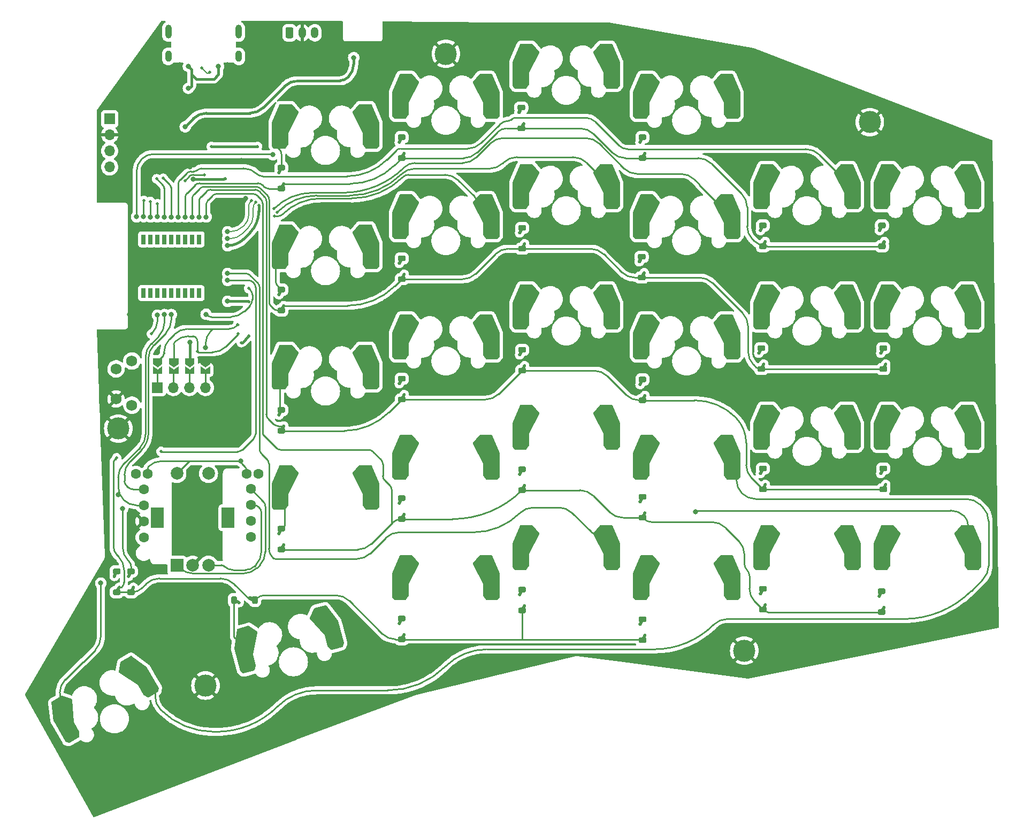
<source format=gbl>
G04 #@! TF.GenerationSoftware,KiCad,Pcbnew,7.0.5.1-1-g8f565ef7f0-dirty-deb11*
G04 #@! TF.CreationDate,2023-08-11T08:52:31+00:00*
G04 #@! TF.ProjectId,hakea-fillets,68616b65-612d-4666-996c-6c6574732e6b,1.0.2*
G04 #@! TF.SameCoordinates,Original*
G04 #@! TF.FileFunction,Copper,L2,Bot*
G04 #@! TF.FilePolarity,Positive*
%FSLAX46Y46*%
G04 Gerber Fmt 4.6, Leading zero omitted, Abs format (unit mm)*
G04 Created by KiCad (PCBNEW 7.0.5.1-1-g8f565ef7f0-dirty-deb11) date 2023-08-11 08:52:31*
%MOMM*%
%LPD*%
G01*
G04 APERTURE LIST*
G04 #@! TA.AperFunction,ComponentPad*
%ADD10C,0.800000*%
G04 #@! TD*
G04 #@! TA.AperFunction,SMDPad,CuDef*
%ADD11R,2.350000X2.500000*%
G04 #@! TD*
G04 #@! TA.AperFunction,SMDPad,CuDef*
%ADD12R,2.150000X2.500000*%
G04 #@! TD*
G04 #@! TA.AperFunction,ComponentPad*
%ADD13O,1.000000X2.200000*%
G04 #@! TD*
G04 #@! TA.AperFunction,ComponentPad*
%ADD14O,1.000000X1.800000*%
G04 #@! TD*
G04 #@! TA.AperFunction,ComponentPad*
%ADD15R,2.000000X2.000000*%
G04 #@! TD*
G04 #@! TA.AperFunction,ComponentPad*
%ADD16C,2.000000*%
G04 #@! TD*
G04 #@! TA.AperFunction,ComponentPad*
%ADD17R,2.000000X3.200000*%
G04 #@! TD*
G04 #@! TA.AperFunction,ComponentPad*
%ADD18C,1.750000*%
G04 #@! TD*
G04 #@! TA.AperFunction,ComponentPad*
%ADD19R,1.700000X1.700000*%
G04 #@! TD*
G04 #@! TA.AperFunction,ComponentPad*
%ADD20O,1.700000X1.700000*%
G04 #@! TD*
G04 #@! TA.AperFunction,ComponentPad*
%ADD21C,3.500000*%
G04 #@! TD*
G04 #@! TA.AperFunction,ComponentPad*
%ADD22C,1.600000*%
G04 #@! TD*
G04 #@! TA.AperFunction,ComponentPad*
%ADD23R,0.700000X1.524000*%
G04 #@! TD*
G04 #@! TA.AperFunction,ComponentPad*
%ADD24O,1.200000X1.750000*%
G04 #@! TD*
G04 #@! TA.AperFunction,ComponentPad*
%ADD25C,0.500000*%
G04 #@! TD*
G04 #@! TA.AperFunction,ViaPad*
%ADD26C,0.800000*%
G04 #@! TD*
G04 #@! TA.AperFunction,ViaPad*
%ADD27C,0.500000*%
G04 #@! TD*
G04 #@! TA.AperFunction,Conductor*
%ADD28C,0.400000*%
G04 #@! TD*
G04 #@! TA.AperFunction,Conductor*
%ADD29C,0.250000*%
G04 #@! TD*
G04 #@! TA.AperFunction,Conductor*
%ADD30C,0.200000*%
G04 #@! TD*
G04 APERTURE END LIST*
D10*
X192151000Y-48069500D03*
X192151000Y-51625500D03*
G04 #@! TA.AperFunction,SMDPad,CuDef*
G36*
X191898809Y-52115481D02*
G01*
X191871970Y-52111648D01*
X191865476Y-52106550D01*
X191857500Y-52104413D01*
X191838329Y-52085241D01*
X191817000Y-52068500D01*
X191517000Y-51668500D01*
X191513925Y-51660837D01*
X191508087Y-51655000D01*
X191501069Y-51628808D01*
X191490970Y-51603648D01*
X191492138Y-51595476D01*
X191490000Y-51587500D01*
X191490000Y-47987500D01*
X191497040Y-47961231D01*
X191500916Y-47934321D01*
X192700915Y-45134321D01*
X192705972Y-45127896D01*
X192708087Y-45120000D01*
X192727314Y-45100774D01*
X192744130Y-45079403D01*
X192751720Y-45076367D01*
X192757500Y-45070587D01*
X192783762Y-45063550D01*
X192809012Y-45053450D01*
X192817103Y-45054616D01*
X192825000Y-45052500D01*
X194625000Y-45052500D01*
X194647944Y-45058649D01*
X194671603Y-45060799D01*
X194681180Y-45067554D01*
X194692500Y-45070587D01*
X194709295Y-45087383D01*
X194728710Y-45101075D01*
X195728710Y-46301075D01*
X195731925Y-46308033D01*
X195737659Y-46313117D01*
X195746411Y-46339376D01*
X195758028Y-46364509D01*
X195757334Y-46372143D01*
X195759757Y-46379411D01*
X195754207Y-46406532D01*
X195751701Y-46434103D01*
X195747284Y-46440366D01*
X195745748Y-46447874D01*
X194160000Y-49619370D01*
X194160000Y-51387500D01*
X194158844Y-51391811D01*
X194159720Y-51396188D01*
X194149868Y-51425310D01*
X194141913Y-51455000D01*
X194138757Y-51458155D01*
X194137327Y-51462385D01*
X193737327Y-52062384D01*
X193714237Y-52082675D01*
X193692500Y-52104413D01*
X193688187Y-52105568D01*
X193684835Y-52108515D01*
X193654693Y-52114543D01*
X193625000Y-52122500D01*
X191925000Y-52122500D01*
X191898809Y-52115481D01*
G37*
G04 #@! TD.AperFunction*
D11*
X192825000Y-49847500D03*
D10*
X193040000Y-45529500D03*
X193548000Y-51625500D03*
X194437000Y-45529500D03*
X195225000Y-46387500D03*
X204825000Y-46387500D03*
X205613000Y-45529500D03*
D12*
X206449600Y-47320200D03*
G04 #@! TA.AperFunction,SMDPad,CuDef*
G36*
X206395307Y-52114543D02*
G01*
X206365165Y-52108515D01*
X206361813Y-52105568D01*
X206357500Y-52104413D01*
X206335768Y-52082680D01*
X206312673Y-52062385D01*
X205912673Y-51462385D01*
X205911243Y-51458155D01*
X205908087Y-51455000D01*
X205900132Y-51425310D01*
X205890280Y-51396188D01*
X205891156Y-51391811D01*
X205890000Y-51387500D01*
X205890000Y-49619370D01*
X204304252Y-46447874D01*
X204302716Y-46440366D01*
X204298299Y-46434103D01*
X204295793Y-46406532D01*
X204290243Y-46379411D01*
X204292666Y-46372143D01*
X204291972Y-46364509D01*
X204303589Y-46339376D01*
X204312341Y-46313117D01*
X204318075Y-46308033D01*
X204321290Y-46301075D01*
X205321290Y-45101075D01*
X205340705Y-45087383D01*
X205357500Y-45070587D01*
X205368820Y-45067554D01*
X205378397Y-45060799D01*
X205402056Y-45058649D01*
X205425000Y-45052500D01*
X207225000Y-45052500D01*
X207232898Y-45054617D01*
X207240988Y-45053451D01*
X207266230Y-45063548D01*
X207292500Y-45070587D01*
X207298281Y-45076369D01*
X207305871Y-45079404D01*
X207322686Y-45100774D01*
X207341913Y-45120000D01*
X207344028Y-45127896D01*
X207349085Y-45134321D01*
X208549085Y-47934321D01*
X208552963Y-47961238D01*
X208560000Y-47987500D01*
X208560000Y-51587500D01*
X208557862Y-51595476D01*
X208559030Y-51603648D01*
X208548931Y-51628808D01*
X208541913Y-51655000D01*
X208536075Y-51660837D01*
X208533000Y-51668500D01*
X208233000Y-52068500D01*
X208211671Y-52085241D01*
X208192500Y-52104413D01*
X208184524Y-52106550D01*
X208178030Y-52111648D01*
X208151191Y-52115481D01*
X208125000Y-52122500D01*
X206425000Y-52122500D01*
X206395307Y-52114543D01*
G37*
G04 #@! TD.AperFunction*
D10*
X206502000Y-51625500D03*
X207010000Y-45529500D03*
X207899000Y-48069500D03*
X207899000Y-51625500D03*
X135001000Y-71882000D03*
X135001000Y-75438000D03*
G04 #@! TA.AperFunction,SMDPad,CuDef*
G36*
X134748809Y-75927981D02*
G01*
X134721970Y-75924148D01*
X134715476Y-75919050D01*
X134707500Y-75916913D01*
X134688329Y-75897741D01*
X134667000Y-75881000D01*
X134367000Y-75481000D01*
X134363925Y-75473337D01*
X134358087Y-75467500D01*
X134351069Y-75441308D01*
X134340970Y-75416148D01*
X134342138Y-75407976D01*
X134340000Y-75400000D01*
X134340000Y-71800000D01*
X134347040Y-71773731D01*
X134350916Y-71746821D01*
X135550915Y-68946821D01*
X135555972Y-68940396D01*
X135558087Y-68932500D01*
X135577314Y-68913274D01*
X135594130Y-68891903D01*
X135601720Y-68888867D01*
X135607500Y-68883087D01*
X135633762Y-68876050D01*
X135659012Y-68865950D01*
X135667103Y-68867116D01*
X135675000Y-68865000D01*
X137475000Y-68865000D01*
X137497944Y-68871149D01*
X137521603Y-68873299D01*
X137531180Y-68880054D01*
X137542500Y-68883087D01*
X137559295Y-68899883D01*
X137578710Y-68913575D01*
X138578710Y-70113575D01*
X138581925Y-70120533D01*
X138587659Y-70125617D01*
X138596411Y-70151876D01*
X138608028Y-70177009D01*
X138607334Y-70184643D01*
X138609757Y-70191911D01*
X138604207Y-70219032D01*
X138601701Y-70246603D01*
X138597284Y-70252866D01*
X138595748Y-70260374D01*
X137010000Y-73431870D01*
X137010000Y-75200000D01*
X137008844Y-75204311D01*
X137009720Y-75208688D01*
X136999868Y-75237810D01*
X136991913Y-75267500D01*
X136988757Y-75270655D01*
X136987327Y-75274885D01*
X136587327Y-75874884D01*
X136564237Y-75895175D01*
X136542500Y-75916913D01*
X136538187Y-75918068D01*
X136534835Y-75921015D01*
X136504693Y-75927043D01*
X136475000Y-75935000D01*
X134775000Y-75935000D01*
X134748809Y-75927981D01*
G37*
G04 #@! TD.AperFunction*
D11*
X135675000Y-73660000D03*
D10*
X135890000Y-69342000D03*
X136398000Y-75438000D03*
X137287000Y-69342000D03*
X138075000Y-70200000D03*
X147675000Y-70200000D03*
X148463000Y-69342000D03*
D12*
X149299600Y-71132700D03*
G04 #@! TA.AperFunction,SMDPad,CuDef*
G36*
X149245307Y-75927043D02*
G01*
X149215165Y-75921015D01*
X149211813Y-75918068D01*
X149207500Y-75916913D01*
X149185768Y-75895180D01*
X149162673Y-75874885D01*
X148762673Y-75274885D01*
X148761243Y-75270655D01*
X148758087Y-75267500D01*
X148750132Y-75237810D01*
X148740280Y-75208688D01*
X148741156Y-75204311D01*
X148740000Y-75200000D01*
X148740000Y-73431870D01*
X147154252Y-70260374D01*
X147152716Y-70252866D01*
X147148299Y-70246603D01*
X147145793Y-70219032D01*
X147140243Y-70191911D01*
X147142666Y-70184643D01*
X147141972Y-70177009D01*
X147153589Y-70151876D01*
X147162341Y-70125617D01*
X147168075Y-70120533D01*
X147171290Y-70113575D01*
X148171290Y-68913575D01*
X148190705Y-68899883D01*
X148207500Y-68883087D01*
X148218820Y-68880054D01*
X148228397Y-68873299D01*
X148252056Y-68871149D01*
X148275000Y-68865000D01*
X150075000Y-68865000D01*
X150082898Y-68867117D01*
X150090988Y-68865951D01*
X150116230Y-68876048D01*
X150142500Y-68883087D01*
X150148281Y-68888869D01*
X150155871Y-68891904D01*
X150172686Y-68913274D01*
X150191913Y-68932500D01*
X150194028Y-68940396D01*
X150199085Y-68946821D01*
X151399085Y-71746821D01*
X151402963Y-71773738D01*
X151410000Y-71800000D01*
X151410000Y-75400000D01*
X151407862Y-75407976D01*
X151409030Y-75416148D01*
X151398931Y-75441308D01*
X151391913Y-75467500D01*
X151386075Y-75473337D01*
X151383000Y-75481000D01*
X151083000Y-75881000D01*
X151061671Y-75897741D01*
X151042500Y-75916913D01*
X151034524Y-75919050D01*
X151028030Y-75924148D01*
X151001191Y-75927981D01*
X150975000Y-75935000D01*
X149275000Y-75935000D01*
X149245307Y-75927043D01*
G37*
G04 #@! TD.AperFunction*
D10*
X149352000Y-75438000D03*
X149860000Y-69342000D03*
X150749000Y-71882000D03*
X150749000Y-75438000D03*
X211201000Y-48069500D03*
X211201000Y-51625500D03*
G04 #@! TA.AperFunction,SMDPad,CuDef*
G36*
X210948809Y-52115481D02*
G01*
X210921970Y-52111648D01*
X210915476Y-52106550D01*
X210907500Y-52104413D01*
X210888329Y-52085241D01*
X210867000Y-52068500D01*
X210567000Y-51668500D01*
X210563925Y-51660837D01*
X210558087Y-51655000D01*
X210551069Y-51628808D01*
X210540970Y-51603648D01*
X210542138Y-51595476D01*
X210540000Y-51587500D01*
X210540000Y-47987500D01*
X210547040Y-47961231D01*
X210550916Y-47934321D01*
X211750915Y-45134321D01*
X211755972Y-45127896D01*
X211758087Y-45120000D01*
X211777314Y-45100774D01*
X211794130Y-45079403D01*
X211801720Y-45076367D01*
X211807500Y-45070587D01*
X211833762Y-45063550D01*
X211859012Y-45053450D01*
X211867103Y-45054616D01*
X211875000Y-45052500D01*
X213675000Y-45052500D01*
X213697944Y-45058649D01*
X213721603Y-45060799D01*
X213731180Y-45067554D01*
X213742500Y-45070587D01*
X213759295Y-45087383D01*
X213778710Y-45101075D01*
X214778710Y-46301075D01*
X214781925Y-46308033D01*
X214787659Y-46313117D01*
X214796411Y-46339376D01*
X214808028Y-46364509D01*
X214807334Y-46372143D01*
X214809757Y-46379411D01*
X214804207Y-46406532D01*
X214801701Y-46434103D01*
X214797284Y-46440366D01*
X214795748Y-46447874D01*
X213210000Y-49619370D01*
X213210000Y-51387500D01*
X213208844Y-51391811D01*
X213209720Y-51396188D01*
X213199868Y-51425310D01*
X213191913Y-51455000D01*
X213188757Y-51458155D01*
X213187327Y-51462385D01*
X212787327Y-52062384D01*
X212764237Y-52082675D01*
X212742500Y-52104413D01*
X212738187Y-52105568D01*
X212734835Y-52108515D01*
X212704693Y-52114543D01*
X212675000Y-52122500D01*
X210975000Y-52122500D01*
X210948809Y-52115481D01*
G37*
G04 #@! TD.AperFunction*
D11*
X211875000Y-49847500D03*
D10*
X212090000Y-45529500D03*
X212598000Y-51625500D03*
X213487000Y-45529500D03*
X214275000Y-46387500D03*
X223875000Y-46387500D03*
X224663000Y-45529500D03*
D12*
X225499600Y-47320200D03*
G04 #@! TA.AperFunction,SMDPad,CuDef*
G36*
X225445307Y-52114543D02*
G01*
X225415165Y-52108515D01*
X225411813Y-52105568D01*
X225407500Y-52104413D01*
X225385768Y-52082680D01*
X225362673Y-52062385D01*
X224962673Y-51462385D01*
X224961243Y-51458155D01*
X224958087Y-51455000D01*
X224950132Y-51425310D01*
X224940280Y-51396188D01*
X224941156Y-51391811D01*
X224940000Y-51387500D01*
X224940000Y-49619370D01*
X223354252Y-46447874D01*
X223352716Y-46440366D01*
X223348299Y-46434103D01*
X223345793Y-46406532D01*
X223340243Y-46379411D01*
X223342666Y-46372143D01*
X223341972Y-46364509D01*
X223353589Y-46339376D01*
X223362341Y-46313117D01*
X223368075Y-46308033D01*
X223371290Y-46301075D01*
X224371290Y-45101075D01*
X224390705Y-45087383D01*
X224407500Y-45070587D01*
X224418820Y-45067554D01*
X224428397Y-45060799D01*
X224452056Y-45058649D01*
X224475000Y-45052500D01*
X226275000Y-45052500D01*
X226282898Y-45054617D01*
X226290988Y-45053451D01*
X226316230Y-45063548D01*
X226342500Y-45070587D01*
X226348281Y-45076369D01*
X226355871Y-45079404D01*
X226372686Y-45100774D01*
X226391913Y-45120000D01*
X226394028Y-45127896D01*
X226399085Y-45134321D01*
X227599085Y-47934321D01*
X227602963Y-47961238D01*
X227610000Y-47987500D01*
X227610000Y-51587500D01*
X227607862Y-51595476D01*
X227609030Y-51603648D01*
X227598931Y-51628808D01*
X227591913Y-51655000D01*
X227586075Y-51660837D01*
X227583000Y-51668500D01*
X227283000Y-52068500D01*
X227261671Y-52085241D01*
X227242500Y-52104413D01*
X227234524Y-52106550D01*
X227228030Y-52111648D01*
X227201191Y-52115481D01*
X227175000Y-52122500D01*
X225475000Y-52122500D01*
X225445307Y-52114543D01*
G37*
G04 #@! TD.AperFunction*
D10*
X225552000Y-51625500D03*
X226060000Y-45529500D03*
X226949000Y-48069500D03*
X226949000Y-51625500D03*
D13*
X98945700Y-24069400D03*
X110096300Y-24069400D03*
D14*
X98945700Y-27969400D03*
X110096300Y-27969400D03*
D15*
X100304600Y-108508800D03*
D16*
X105304600Y-108508800D03*
X102804600Y-108508800D03*
D17*
X97204600Y-101008800D03*
X108404600Y-101008800D03*
D16*
X105304600Y-94008800D03*
X100304600Y-94008800D03*
D10*
X135001000Y-109982000D03*
X135001000Y-113538000D03*
G04 #@! TA.AperFunction,SMDPad,CuDef*
G36*
X134748809Y-114027981D02*
G01*
X134721970Y-114024148D01*
X134715476Y-114019050D01*
X134707500Y-114016913D01*
X134688329Y-113997741D01*
X134667000Y-113981000D01*
X134367000Y-113581000D01*
X134363925Y-113573337D01*
X134358087Y-113567500D01*
X134351069Y-113541308D01*
X134340970Y-113516148D01*
X134342138Y-113507976D01*
X134340000Y-113500000D01*
X134340000Y-109900000D01*
X134347040Y-109873731D01*
X134350916Y-109846821D01*
X135550915Y-107046821D01*
X135555972Y-107040396D01*
X135558087Y-107032500D01*
X135577314Y-107013274D01*
X135594130Y-106991903D01*
X135601720Y-106988867D01*
X135607500Y-106983087D01*
X135633762Y-106976050D01*
X135659012Y-106965950D01*
X135667103Y-106967116D01*
X135675000Y-106965000D01*
X137475000Y-106965000D01*
X137497944Y-106971149D01*
X137521603Y-106973299D01*
X137531180Y-106980054D01*
X137542500Y-106983087D01*
X137559295Y-106999883D01*
X137578710Y-107013575D01*
X138578710Y-108213575D01*
X138581925Y-108220533D01*
X138587659Y-108225617D01*
X138596411Y-108251876D01*
X138608028Y-108277009D01*
X138607334Y-108284643D01*
X138609757Y-108291911D01*
X138604207Y-108319032D01*
X138601701Y-108346603D01*
X138597284Y-108352866D01*
X138595748Y-108360374D01*
X137010000Y-111531870D01*
X137010000Y-113300000D01*
X137008844Y-113304311D01*
X137009720Y-113308688D01*
X136999868Y-113337810D01*
X136991913Y-113367500D01*
X136988757Y-113370655D01*
X136987327Y-113374885D01*
X136587327Y-113974884D01*
X136564237Y-113995175D01*
X136542500Y-114016913D01*
X136538187Y-114018068D01*
X136534835Y-114021015D01*
X136504693Y-114027043D01*
X136475000Y-114035000D01*
X134775000Y-114035000D01*
X134748809Y-114027981D01*
G37*
G04 #@! TD.AperFunction*
D11*
X135675000Y-111760000D03*
D10*
X135890000Y-107442000D03*
X136398000Y-113538000D03*
X137287000Y-107442000D03*
X138075000Y-108300000D03*
X147675000Y-108300000D03*
X148463000Y-107442000D03*
D12*
X149299600Y-109232700D03*
G04 #@! TA.AperFunction,SMDPad,CuDef*
G36*
X149245307Y-114027043D02*
G01*
X149215165Y-114021015D01*
X149211813Y-114018068D01*
X149207500Y-114016913D01*
X149185768Y-113995180D01*
X149162673Y-113974885D01*
X148762673Y-113374885D01*
X148761243Y-113370655D01*
X148758087Y-113367500D01*
X148750132Y-113337810D01*
X148740280Y-113308688D01*
X148741156Y-113304311D01*
X148740000Y-113300000D01*
X148740000Y-111531870D01*
X147154252Y-108360374D01*
X147152716Y-108352866D01*
X147148299Y-108346603D01*
X147145793Y-108319032D01*
X147140243Y-108291911D01*
X147142666Y-108284643D01*
X147141972Y-108277009D01*
X147153589Y-108251876D01*
X147162341Y-108225617D01*
X147168075Y-108220533D01*
X147171290Y-108213575D01*
X148171290Y-107013575D01*
X148190705Y-106999883D01*
X148207500Y-106983087D01*
X148218820Y-106980054D01*
X148228397Y-106973299D01*
X148252056Y-106971149D01*
X148275000Y-106965000D01*
X150075000Y-106965000D01*
X150082898Y-106967117D01*
X150090988Y-106965951D01*
X150116230Y-106976048D01*
X150142500Y-106983087D01*
X150148281Y-106988869D01*
X150155871Y-106991904D01*
X150172686Y-107013274D01*
X150191913Y-107032500D01*
X150194028Y-107040396D01*
X150199085Y-107046821D01*
X151399085Y-109846821D01*
X151402963Y-109873738D01*
X151410000Y-109900000D01*
X151410000Y-113500000D01*
X151407862Y-113507976D01*
X151409030Y-113516148D01*
X151398931Y-113541308D01*
X151391913Y-113567500D01*
X151386075Y-113573337D01*
X151383000Y-113581000D01*
X151083000Y-113981000D01*
X151061671Y-113997741D01*
X151042500Y-114016913D01*
X151034524Y-114019050D01*
X151028030Y-114024148D01*
X151001191Y-114027981D01*
X150975000Y-114035000D01*
X149275000Y-114035000D01*
X149245307Y-114027043D01*
G37*
G04 #@! TD.AperFunction*
D10*
X149352000Y-113538000D03*
X149860000Y-107442000D03*
X150749000Y-109982000D03*
X150749000Y-113538000D03*
D18*
X90678000Y-77444600D03*
X90678000Y-82194600D03*
X93178000Y-76194600D03*
X93178000Y-83194600D03*
D10*
X115951000Y-76644500D03*
X115951000Y-80200500D03*
G04 #@! TA.AperFunction,SMDPad,CuDef*
G36*
X115698809Y-80690481D02*
G01*
X115671970Y-80686648D01*
X115665476Y-80681550D01*
X115657500Y-80679413D01*
X115638329Y-80660241D01*
X115617000Y-80643500D01*
X115317000Y-80243500D01*
X115313925Y-80235837D01*
X115308087Y-80230000D01*
X115301069Y-80203808D01*
X115290970Y-80178648D01*
X115292138Y-80170476D01*
X115290000Y-80162500D01*
X115290000Y-76562500D01*
X115297040Y-76536231D01*
X115300916Y-76509321D01*
X116500915Y-73709321D01*
X116505972Y-73702896D01*
X116508087Y-73695000D01*
X116527314Y-73675774D01*
X116544130Y-73654403D01*
X116551720Y-73651367D01*
X116557500Y-73645587D01*
X116583762Y-73638550D01*
X116609012Y-73628450D01*
X116617103Y-73629616D01*
X116625000Y-73627500D01*
X118425000Y-73627500D01*
X118447944Y-73633649D01*
X118471603Y-73635799D01*
X118481180Y-73642554D01*
X118492500Y-73645587D01*
X118509295Y-73662383D01*
X118528710Y-73676075D01*
X119528710Y-74876075D01*
X119531925Y-74883033D01*
X119537659Y-74888117D01*
X119546411Y-74914376D01*
X119558028Y-74939509D01*
X119557334Y-74947143D01*
X119559757Y-74954411D01*
X119554207Y-74981532D01*
X119551701Y-75009103D01*
X119547284Y-75015366D01*
X119545748Y-75022874D01*
X117960000Y-78194370D01*
X117960000Y-79962500D01*
X117958844Y-79966811D01*
X117959720Y-79971188D01*
X117949868Y-80000310D01*
X117941913Y-80030000D01*
X117938757Y-80033155D01*
X117937327Y-80037385D01*
X117537327Y-80637384D01*
X117514237Y-80657675D01*
X117492500Y-80679413D01*
X117488187Y-80680568D01*
X117484835Y-80683515D01*
X117454693Y-80689543D01*
X117425000Y-80697500D01*
X115725000Y-80697500D01*
X115698809Y-80690481D01*
G37*
G04 #@! TD.AperFunction*
D11*
X116625000Y-78422500D03*
D10*
X116840000Y-74104500D03*
X117348000Y-80200500D03*
X118237000Y-74104500D03*
X119025000Y-74962500D03*
X128625000Y-74962500D03*
X129413000Y-74104500D03*
D12*
X130249600Y-75895200D03*
G04 #@! TA.AperFunction,SMDPad,CuDef*
G36*
X130195307Y-80689543D02*
G01*
X130165165Y-80683515D01*
X130161813Y-80680568D01*
X130157500Y-80679413D01*
X130135768Y-80657680D01*
X130112673Y-80637385D01*
X129712673Y-80037385D01*
X129711243Y-80033155D01*
X129708087Y-80030000D01*
X129700132Y-80000310D01*
X129690280Y-79971188D01*
X129691156Y-79966811D01*
X129690000Y-79962500D01*
X129690000Y-78194370D01*
X128104252Y-75022874D01*
X128102716Y-75015366D01*
X128098299Y-75009103D01*
X128095793Y-74981532D01*
X128090243Y-74954411D01*
X128092666Y-74947143D01*
X128091972Y-74939509D01*
X128103589Y-74914376D01*
X128112341Y-74888117D01*
X128118075Y-74883033D01*
X128121290Y-74876075D01*
X129121290Y-73676075D01*
X129140705Y-73662383D01*
X129157500Y-73645587D01*
X129168820Y-73642554D01*
X129178397Y-73635799D01*
X129202056Y-73633649D01*
X129225000Y-73627500D01*
X131025000Y-73627500D01*
X131032898Y-73629617D01*
X131040988Y-73628451D01*
X131066230Y-73638548D01*
X131092500Y-73645587D01*
X131098281Y-73651369D01*
X131105871Y-73654404D01*
X131122686Y-73675774D01*
X131141913Y-73695000D01*
X131144028Y-73702896D01*
X131149085Y-73709321D01*
X132349085Y-76509321D01*
X132352963Y-76536238D01*
X132360000Y-76562500D01*
X132360000Y-80162500D01*
X132357862Y-80170476D01*
X132359030Y-80178648D01*
X132348931Y-80203808D01*
X132341913Y-80230000D01*
X132336075Y-80235837D01*
X132333000Y-80243500D01*
X132033000Y-80643500D01*
X132011671Y-80660241D01*
X131992500Y-80679413D01*
X131984524Y-80681550D01*
X131978030Y-80686648D01*
X131951191Y-80690481D01*
X131925000Y-80697500D01*
X130225000Y-80697500D01*
X130195307Y-80689543D01*
G37*
G04 #@! TD.AperFunction*
D10*
X130302000Y-80200500D03*
X130810000Y-74104500D03*
X131699000Y-76644500D03*
X131699000Y-80200500D03*
X154051000Y-48069500D03*
X154051000Y-51625500D03*
G04 #@! TA.AperFunction,SMDPad,CuDef*
G36*
X153798809Y-52115481D02*
G01*
X153771970Y-52111648D01*
X153765476Y-52106550D01*
X153757500Y-52104413D01*
X153738329Y-52085241D01*
X153717000Y-52068500D01*
X153417000Y-51668500D01*
X153413925Y-51660837D01*
X153408087Y-51655000D01*
X153401069Y-51628808D01*
X153390970Y-51603648D01*
X153392138Y-51595476D01*
X153390000Y-51587500D01*
X153390000Y-47987500D01*
X153397040Y-47961231D01*
X153400916Y-47934321D01*
X154600915Y-45134321D01*
X154605972Y-45127896D01*
X154608087Y-45120000D01*
X154627314Y-45100774D01*
X154644130Y-45079403D01*
X154651720Y-45076367D01*
X154657500Y-45070587D01*
X154683762Y-45063550D01*
X154709012Y-45053450D01*
X154717103Y-45054616D01*
X154725000Y-45052500D01*
X156525000Y-45052500D01*
X156547944Y-45058649D01*
X156571603Y-45060799D01*
X156581180Y-45067554D01*
X156592500Y-45070587D01*
X156609295Y-45087383D01*
X156628710Y-45101075D01*
X157628710Y-46301075D01*
X157631925Y-46308033D01*
X157637659Y-46313117D01*
X157646411Y-46339376D01*
X157658028Y-46364509D01*
X157657334Y-46372143D01*
X157659757Y-46379411D01*
X157654207Y-46406532D01*
X157651701Y-46434103D01*
X157647284Y-46440366D01*
X157645748Y-46447874D01*
X156060000Y-49619370D01*
X156060000Y-51387500D01*
X156058844Y-51391811D01*
X156059720Y-51396188D01*
X156049868Y-51425310D01*
X156041913Y-51455000D01*
X156038757Y-51458155D01*
X156037327Y-51462385D01*
X155637327Y-52062384D01*
X155614237Y-52082675D01*
X155592500Y-52104413D01*
X155588187Y-52105568D01*
X155584835Y-52108515D01*
X155554693Y-52114543D01*
X155525000Y-52122500D01*
X153825000Y-52122500D01*
X153798809Y-52115481D01*
G37*
G04 #@! TD.AperFunction*
D11*
X154725000Y-49847500D03*
D10*
X154940000Y-45529500D03*
X155448000Y-51625500D03*
X156337000Y-45529500D03*
X157125000Y-46387500D03*
X166725000Y-46387500D03*
X167513000Y-45529500D03*
D12*
X168349600Y-47320200D03*
G04 #@! TA.AperFunction,SMDPad,CuDef*
G36*
X168295307Y-52114543D02*
G01*
X168265165Y-52108515D01*
X168261813Y-52105568D01*
X168257500Y-52104413D01*
X168235768Y-52082680D01*
X168212673Y-52062385D01*
X167812673Y-51462385D01*
X167811243Y-51458155D01*
X167808087Y-51455000D01*
X167800132Y-51425310D01*
X167790280Y-51396188D01*
X167791156Y-51391811D01*
X167790000Y-51387500D01*
X167790000Y-49619370D01*
X166204252Y-46447874D01*
X166202716Y-46440366D01*
X166198299Y-46434103D01*
X166195793Y-46406532D01*
X166190243Y-46379411D01*
X166192666Y-46372143D01*
X166191972Y-46364509D01*
X166203589Y-46339376D01*
X166212341Y-46313117D01*
X166218075Y-46308033D01*
X166221290Y-46301075D01*
X167221290Y-45101075D01*
X167240705Y-45087383D01*
X167257500Y-45070587D01*
X167268820Y-45067554D01*
X167278397Y-45060799D01*
X167302056Y-45058649D01*
X167325000Y-45052500D01*
X169125000Y-45052500D01*
X169132898Y-45054617D01*
X169140988Y-45053451D01*
X169166230Y-45063548D01*
X169192500Y-45070587D01*
X169198281Y-45076369D01*
X169205871Y-45079404D01*
X169222686Y-45100774D01*
X169241913Y-45120000D01*
X169244028Y-45127896D01*
X169249085Y-45134321D01*
X170449085Y-47934321D01*
X170452963Y-47961238D01*
X170460000Y-47987500D01*
X170460000Y-51587500D01*
X170457862Y-51595476D01*
X170459030Y-51603648D01*
X170448931Y-51628808D01*
X170441913Y-51655000D01*
X170436075Y-51660837D01*
X170433000Y-51668500D01*
X170133000Y-52068500D01*
X170111671Y-52085241D01*
X170092500Y-52104413D01*
X170084524Y-52106550D01*
X170078030Y-52111648D01*
X170051191Y-52115481D01*
X170025000Y-52122500D01*
X168325000Y-52122500D01*
X168295307Y-52114543D01*
G37*
G04 #@! TD.AperFunction*
D10*
X168402000Y-51625500D03*
X168910000Y-45529500D03*
X169799000Y-48069500D03*
X169799000Y-51625500D03*
D19*
X97215800Y-80391400D03*
D20*
X99755800Y-80391400D03*
X102295800Y-80391400D03*
X104835800Y-80391400D03*
D10*
X173101000Y-90932000D03*
X173101000Y-94488000D03*
G04 #@! TA.AperFunction,SMDPad,CuDef*
G36*
X172848809Y-94977981D02*
G01*
X172821970Y-94974148D01*
X172815476Y-94969050D01*
X172807500Y-94966913D01*
X172788329Y-94947741D01*
X172767000Y-94931000D01*
X172467000Y-94531000D01*
X172463925Y-94523337D01*
X172458087Y-94517500D01*
X172451069Y-94491308D01*
X172440970Y-94466148D01*
X172442138Y-94457976D01*
X172440000Y-94450000D01*
X172440000Y-90850000D01*
X172447040Y-90823731D01*
X172450916Y-90796821D01*
X173650915Y-87996821D01*
X173655972Y-87990396D01*
X173658087Y-87982500D01*
X173677314Y-87963274D01*
X173694130Y-87941903D01*
X173701720Y-87938867D01*
X173707500Y-87933087D01*
X173733762Y-87926050D01*
X173759012Y-87915950D01*
X173767103Y-87917116D01*
X173775000Y-87915000D01*
X175575000Y-87915000D01*
X175597944Y-87921149D01*
X175621603Y-87923299D01*
X175631180Y-87930054D01*
X175642500Y-87933087D01*
X175659295Y-87949883D01*
X175678710Y-87963575D01*
X176678710Y-89163575D01*
X176681925Y-89170533D01*
X176687659Y-89175617D01*
X176696411Y-89201876D01*
X176708028Y-89227009D01*
X176707334Y-89234643D01*
X176709757Y-89241911D01*
X176704207Y-89269032D01*
X176701701Y-89296603D01*
X176697284Y-89302866D01*
X176695748Y-89310374D01*
X175110000Y-92481870D01*
X175110000Y-94250000D01*
X175108844Y-94254311D01*
X175109720Y-94258688D01*
X175099868Y-94287810D01*
X175091913Y-94317500D01*
X175088757Y-94320655D01*
X175087327Y-94324885D01*
X174687327Y-94924884D01*
X174664237Y-94945175D01*
X174642500Y-94966913D01*
X174638187Y-94968068D01*
X174634835Y-94971015D01*
X174604693Y-94977043D01*
X174575000Y-94985000D01*
X172875000Y-94985000D01*
X172848809Y-94977981D01*
G37*
G04 #@! TD.AperFunction*
D11*
X173775000Y-92710000D03*
D10*
X173990000Y-88392000D03*
X174498000Y-94488000D03*
X175387000Y-88392000D03*
X176175000Y-89250000D03*
X185775000Y-89250000D03*
X186563000Y-88392000D03*
D12*
X187399600Y-90182700D03*
G04 #@! TA.AperFunction,SMDPad,CuDef*
G36*
X187345307Y-94977043D02*
G01*
X187315165Y-94971015D01*
X187311813Y-94968068D01*
X187307500Y-94966913D01*
X187285768Y-94945180D01*
X187262673Y-94924885D01*
X186862673Y-94324885D01*
X186861243Y-94320655D01*
X186858087Y-94317500D01*
X186850132Y-94287810D01*
X186840280Y-94258688D01*
X186841156Y-94254311D01*
X186840000Y-94250000D01*
X186840000Y-92481870D01*
X185254252Y-89310374D01*
X185252716Y-89302866D01*
X185248299Y-89296603D01*
X185245793Y-89269032D01*
X185240243Y-89241911D01*
X185242666Y-89234643D01*
X185241972Y-89227009D01*
X185253589Y-89201876D01*
X185262341Y-89175617D01*
X185268075Y-89170533D01*
X185271290Y-89163575D01*
X186271290Y-87963575D01*
X186290705Y-87949883D01*
X186307500Y-87933087D01*
X186318820Y-87930054D01*
X186328397Y-87923299D01*
X186352056Y-87921149D01*
X186375000Y-87915000D01*
X188175000Y-87915000D01*
X188182898Y-87917117D01*
X188190988Y-87915951D01*
X188216230Y-87926048D01*
X188242500Y-87933087D01*
X188248281Y-87938869D01*
X188255871Y-87941904D01*
X188272686Y-87963274D01*
X188291913Y-87982500D01*
X188294028Y-87990396D01*
X188299085Y-87996821D01*
X189499085Y-90796821D01*
X189502963Y-90823738D01*
X189510000Y-90850000D01*
X189510000Y-94450000D01*
X189507862Y-94457976D01*
X189509030Y-94466148D01*
X189498931Y-94491308D01*
X189491913Y-94517500D01*
X189486075Y-94523337D01*
X189483000Y-94531000D01*
X189183000Y-94931000D01*
X189161671Y-94947741D01*
X189142500Y-94966913D01*
X189134524Y-94969050D01*
X189128030Y-94974148D01*
X189101191Y-94977981D01*
X189075000Y-94985000D01*
X187375000Y-94985000D01*
X187345307Y-94977043D01*
G37*
G04 #@! TD.AperFunction*
D10*
X187452000Y-94488000D03*
X187960000Y-88392000D03*
X188849000Y-90932000D03*
X188849000Y-94488000D03*
D21*
X104825800Y-127584200D03*
D10*
X173101000Y-71882000D03*
X173101000Y-75438000D03*
G04 #@! TA.AperFunction,SMDPad,CuDef*
G36*
X172848809Y-75927981D02*
G01*
X172821970Y-75924148D01*
X172815476Y-75919050D01*
X172807500Y-75916913D01*
X172788329Y-75897741D01*
X172767000Y-75881000D01*
X172467000Y-75481000D01*
X172463925Y-75473337D01*
X172458087Y-75467500D01*
X172451069Y-75441308D01*
X172440970Y-75416148D01*
X172442138Y-75407976D01*
X172440000Y-75400000D01*
X172440000Y-71800000D01*
X172447040Y-71773731D01*
X172450916Y-71746821D01*
X173650915Y-68946821D01*
X173655972Y-68940396D01*
X173658087Y-68932500D01*
X173677314Y-68913274D01*
X173694130Y-68891903D01*
X173701720Y-68888867D01*
X173707500Y-68883087D01*
X173733762Y-68876050D01*
X173759012Y-68865950D01*
X173767103Y-68867116D01*
X173775000Y-68865000D01*
X175575000Y-68865000D01*
X175597944Y-68871149D01*
X175621603Y-68873299D01*
X175631180Y-68880054D01*
X175642500Y-68883087D01*
X175659295Y-68899883D01*
X175678710Y-68913575D01*
X176678710Y-70113575D01*
X176681925Y-70120533D01*
X176687659Y-70125617D01*
X176696411Y-70151876D01*
X176708028Y-70177009D01*
X176707334Y-70184643D01*
X176709757Y-70191911D01*
X176704207Y-70219032D01*
X176701701Y-70246603D01*
X176697284Y-70252866D01*
X176695748Y-70260374D01*
X175110000Y-73431870D01*
X175110000Y-75200000D01*
X175108844Y-75204311D01*
X175109720Y-75208688D01*
X175099868Y-75237810D01*
X175091913Y-75267500D01*
X175088757Y-75270655D01*
X175087327Y-75274885D01*
X174687327Y-75874884D01*
X174664237Y-75895175D01*
X174642500Y-75916913D01*
X174638187Y-75918068D01*
X174634835Y-75921015D01*
X174604693Y-75927043D01*
X174575000Y-75935000D01*
X172875000Y-75935000D01*
X172848809Y-75927981D01*
G37*
G04 #@! TD.AperFunction*
D11*
X173775000Y-73660000D03*
D10*
X173990000Y-69342000D03*
X174498000Y-75438000D03*
X175387000Y-69342000D03*
X176175000Y-70200000D03*
X185775000Y-70200000D03*
X186563000Y-69342000D03*
D12*
X187399600Y-71132700D03*
G04 #@! TA.AperFunction,SMDPad,CuDef*
G36*
X187345307Y-75927043D02*
G01*
X187315165Y-75921015D01*
X187311813Y-75918068D01*
X187307500Y-75916913D01*
X187285768Y-75895180D01*
X187262673Y-75874885D01*
X186862673Y-75274885D01*
X186861243Y-75270655D01*
X186858087Y-75267500D01*
X186850132Y-75237810D01*
X186840280Y-75208688D01*
X186841156Y-75204311D01*
X186840000Y-75200000D01*
X186840000Y-73431870D01*
X185254252Y-70260374D01*
X185252716Y-70252866D01*
X185248299Y-70246603D01*
X185245793Y-70219032D01*
X185240243Y-70191911D01*
X185242666Y-70184643D01*
X185241972Y-70177009D01*
X185253589Y-70151876D01*
X185262341Y-70125617D01*
X185268075Y-70120533D01*
X185271290Y-70113575D01*
X186271290Y-68913575D01*
X186290705Y-68899883D01*
X186307500Y-68883087D01*
X186318820Y-68880054D01*
X186328397Y-68873299D01*
X186352056Y-68871149D01*
X186375000Y-68865000D01*
X188175000Y-68865000D01*
X188182898Y-68867117D01*
X188190988Y-68865951D01*
X188216230Y-68876048D01*
X188242500Y-68883087D01*
X188248281Y-68888869D01*
X188255871Y-68891904D01*
X188272686Y-68913274D01*
X188291913Y-68932500D01*
X188294028Y-68940396D01*
X188299085Y-68946821D01*
X189499085Y-71746821D01*
X189502963Y-71773738D01*
X189510000Y-71800000D01*
X189510000Y-75400000D01*
X189507862Y-75407976D01*
X189509030Y-75416148D01*
X189498931Y-75441308D01*
X189491913Y-75467500D01*
X189486075Y-75473337D01*
X189483000Y-75481000D01*
X189183000Y-75881000D01*
X189161671Y-75897741D01*
X189142500Y-75916913D01*
X189134524Y-75919050D01*
X189128030Y-75924148D01*
X189101191Y-75927981D01*
X189075000Y-75935000D01*
X187375000Y-75935000D01*
X187345307Y-75927043D01*
G37*
G04 #@! TD.AperFunction*
D10*
X187452000Y-75438000D03*
X187960000Y-69342000D03*
X188849000Y-71882000D03*
X188849000Y-75438000D03*
X115951000Y-95694500D03*
X115951000Y-99250500D03*
G04 #@! TA.AperFunction,SMDPad,CuDef*
G36*
X115698809Y-99740481D02*
G01*
X115671970Y-99736648D01*
X115665476Y-99731550D01*
X115657500Y-99729413D01*
X115638329Y-99710241D01*
X115617000Y-99693500D01*
X115317000Y-99293500D01*
X115313925Y-99285837D01*
X115308087Y-99280000D01*
X115301069Y-99253808D01*
X115290970Y-99228648D01*
X115292138Y-99220476D01*
X115290000Y-99212500D01*
X115290000Y-95612500D01*
X115297040Y-95586231D01*
X115300916Y-95559321D01*
X116500915Y-92759321D01*
X116505972Y-92752896D01*
X116508087Y-92745000D01*
X116527314Y-92725774D01*
X116544130Y-92704403D01*
X116551720Y-92701367D01*
X116557500Y-92695587D01*
X116583762Y-92688550D01*
X116609012Y-92678450D01*
X116617103Y-92679616D01*
X116625000Y-92677500D01*
X118425000Y-92677500D01*
X118447944Y-92683649D01*
X118471603Y-92685799D01*
X118481180Y-92692554D01*
X118492500Y-92695587D01*
X118509295Y-92712383D01*
X118528710Y-92726075D01*
X119528710Y-93926075D01*
X119531925Y-93933033D01*
X119537659Y-93938117D01*
X119546411Y-93964376D01*
X119558028Y-93989509D01*
X119557334Y-93997143D01*
X119559757Y-94004411D01*
X119554207Y-94031532D01*
X119551701Y-94059103D01*
X119547284Y-94065366D01*
X119545748Y-94072874D01*
X117960000Y-97244370D01*
X117960000Y-99012500D01*
X117958844Y-99016811D01*
X117959720Y-99021188D01*
X117949868Y-99050310D01*
X117941913Y-99080000D01*
X117938757Y-99083155D01*
X117937327Y-99087385D01*
X117537327Y-99687384D01*
X117514237Y-99707675D01*
X117492500Y-99729413D01*
X117488187Y-99730568D01*
X117484835Y-99733515D01*
X117454693Y-99739543D01*
X117425000Y-99747500D01*
X115725000Y-99747500D01*
X115698809Y-99740481D01*
G37*
G04 #@! TD.AperFunction*
D11*
X116625000Y-97472500D03*
D10*
X116840000Y-93154500D03*
X117348000Y-99250500D03*
X118237000Y-93154500D03*
X119025000Y-94012500D03*
X128625000Y-94012500D03*
X129413000Y-93154500D03*
D12*
X130249600Y-94945200D03*
G04 #@! TA.AperFunction,SMDPad,CuDef*
G36*
X130195307Y-99739543D02*
G01*
X130165165Y-99733515D01*
X130161813Y-99730568D01*
X130157500Y-99729413D01*
X130135768Y-99707680D01*
X130112673Y-99687385D01*
X129712673Y-99087385D01*
X129711243Y-99083155D01*
X129708087Y-99080000D01*
X129700132Y-99050310D01*
X129690280Y-99021188D01*
X129691156Y-99016811D01*
X129690000Y-99012500D01*
X129690000Y-97244370D01*
X128104252Y-94072874D01*
X128102716Y-94065366D01*
X128098299Y-94059103D01*
X128095793Y-94031532D01*
X128090243Y-94004411D01*
X128092666Y-93997143D01*
X128091972Y-93989509D01*
X128103589Y-93964376D01*
X128112341Y-93938117D01*
X128118075Y-93933033D01*
X128121290Y-93926075D01*
X129121290Y-92726075D01*
X129140705Y-92712383D01*
X129157500Y-92695587D01*
X129168820Y-92692554D01*
X129178397Y-92685799D01*
X129202056Y-92683649D01*
X129225000Y-92677500D01*
X131025000Y-92677500D01*
X131032898Y-92679617D01*
X131040988Y-92678451D01*
X131066230Y-92688548D01*
X131092500Y-92695587D01*
X131098281Y-92701369D01*
X131105871Y-92704404D01*
X131122686Y-92725774D01*
X131141913Y-92745000D01*
X131144028Y-92752896D01*
X131149085Y-92759321D01*
X132349085Y-95559321D01*
X132352963Y-95586238D01*
X132360000Y-95612500D01*
X132360000Y-99212500D01*
X132357862Y-99220476D01*
X132359030Y-99228648D01*
X132348931Y-99253808D01*
X132341913Y-99280000D01*
X132336075Y-99285837D01*
X132333000Y-99293500D01*
X132033000Y-99693500D01*
X132011671Y-99710241D01*
X131992500Y-99729413D01*
X131984524Y-99731550D01*
X131978030Y-99736648D01*
X131951191Y-99740481D01*
X131925000Y-99747500D01*
X130225000Y-99747500D01*
X130195307Y-99739543D01*
G37*
G04 #@! TD.AperFunction*
D10*
X130302000Y-99250500D03*
X130810000Y-93154500D03*
X131699000Y-95694500D03*
X131699000Y-99250500D03*
X173101000Y-33782000D03*
X173101000Y-37338000D03*
G04 #@! TA.AperFunction,SMDPad,CuDef*
G36*
X172848809Y-37827981D02*
G01*
X172821970Y-37824148D01*
X172815476Y-37819050D01*
X172807500Y-37816913D01*
X172788329Y-37797741D01*
X172767000Y-37781000D01*
X172467000Y-37381000D01*
X172463925Y-37373337D01*
X172458087Y-37367500D01*
X172451069Y-37341308D01*
X172440970Y-37316148D01*
X172442138Y-37307976D01*
X172440000Y-37300000D01*
X172440000Y-33700000D01*
X172447040Y-33673731D01*
X172450916Y-33646821D01*
X173650915Y-30846821D01*
X173655972Y-30840396D01*
X173658087Y-30832500D01*
X173677314Y-30813274D01*
X173694130Y-30791903D01*
X173701720Y-30788867D01*
X173707500Y-30783087D01*
X173733762Y-30776050D01*
X173759012Y-30765950D01*
X173767103Y-30767116D01*
X173775000Y-30765000D01*
X175575000Y-30765000D01*
X175597944Y-30771149D01*
X175621603Y-30773299D01*
X175631180Y-30780054D01*
X175642500Y-30783087D01*
X175659295Y-30799883D01*
X175678710Y-30813575D01*
X176678710Y-32013575D01*
X176681925Y-32020533D01*
X176687659Y-32025617D01*
X176696411Y-32051876D01*
X176708028Y-32077009D01*
X176707334Y-32084643D01*
X176709757Y-32091911D01*
X176704207Y-32119032D01*
X176701701Y-32146603D01*
X176697284Y-32152866D01*
X176695748Y-32160374D01*
X175110000Y-35331870D01*
X175110000Y-37100000D01*
X175108844Y-37104311D01*
X175109720Y-37108688D01*
X175099868Y-37137810D01*
X175091913Y-37167500D01*
X175088757Y-37170655D01*
X175087327Y-37174885D01*
X174687327Y-37774884D01*
X174664237Y-37795175D01*
X174642500Y-37816913D01*
X174638187Y-37818068D01*
X174634835Y-37821015D01*
X174604693Y-37827043D01*
X174575000Y-37835000D01*
X172875000Y-37835000D01*
X172848809Y-37827981D01*
G37*
G04 #@! TD.AperFunction*
D11*
X173775000Y-35560000D03*
D10*
X173990000Y-31242000D03*
X174498000Y-37338000D03*
X175387000Y-31242000D03*
X176175000Y-32100000D03*
X185775000Y-32100000D03*
X186563000Y-31242000D03*
D12*
X187399600Y-33032700D03*
G04 #@! TA.AperFunction,SMDPad,CuDef*
G36*
X187345307Y-37827043D02*
G01*
X187315165Y-37821015D01*
X187311813Y-37818068D01*
X187307500Y-37816913D01*
X187285768Y-37795180D01*
X187262673Y-37774885D01*
X186862673Y-37174885D01*
X186861243Y-37170655D01*
X186858087Y-37167500D01*
X186850132Y-37137810D01*
X186840280Y-37108688D01*
X186841156Y-37104311D01*
X186840000Y-37100000D01*
X186840000Y-35331870D01*
X185254252Y-32160374D01*
X185252716Y-32152866D01*
X185248299Y-32146603D01*
X185245793Y-32119032D01*
X185240243Y-32091911D01*
X185242666Y-32084643D01*
X185241972Y-32077009D01*
X185253589Y-32051876D01*
X185262341Y-32025617D01*
X185268075Y-32020533D01*
X185271290Y-32013575D01*
X186271290Y-30813575D01*
X186290705Y-30799883D01*
X186307500Y-30783087D01*
X186318820Y-30780054D01*
X186328397Y-30773299D01*
X186352056Y-30771149D01*
X186375000Y-30765000D01*
X188175000Y-30765000D01*
X188182898Y-30767117D01*
X188190988Y-30765951D01*
X188216230Y-30776048D01*
X188242500Y-30783087D01*
X188248281Y-30788869D01*
X188255871Y-30791904D01*
X188272686Y-30813274D01*
X188291913Y-30832500D01*
X188294028Y-30840396D01*
X188299085Y-30846821D01*
X189499085Y-33646821D01*
X189502963Y-33673738D01*
X189510000Y-33700000D01*
X189510000Y-37300000D01*
X189507862Y-37307976D01*
X189509030Y-37316148D01*
X189498931Y-37341308D01*
X189491913Y-37367500D01*
X189486075Y-37373337D01*
X189483000Y-37381000D01*
X189183000Y-37781000D01*
X189161671Y-37797741D01*
X189142500Y-37816913D01*
X189134524Y-37819050D01*
X189128030Y-37824148D01*
X189101191Y-37827981D01*
X189075000Y-37835000D01*
X187375000Y-37835000D01*
X187345307Y-37827043D01*
G37*
G04 #@! TD.AperFunction*
D10*
X187452000Y-37338000D03*
X187960000Y-31242000D03*
X188849000Y-33782000D03*
X188849000Y-37338000D03*
D22*
X95057700Y-96486900D03*
X95057700Y-99026900D03*
X95057700Y-101566900D03*
X95057700Y-104106900D03*
X93832700Y-94096900D03*
X95682700Y-94096900D03*
D10*
X211201000Y-67119500D03*
X211201000Y-70675500D03*
G04 #@! TA.AperFunction,SMDPad,CuDef*
G36*
X210948809Y-71165481D02*
G01*
X210921970Y-71161648D01*
X210915476Y-71156550D01*
X210907500Y-71154413D01*
X210888329Y-71135241D01*
X210867000Y-71118500D01*
X210567000Y-70718500D01*
X210563925Y-70710837D01*
X210558087Y-70705000D01*
X210551069Y-70678808D01*
X210540970Y-70653648D01*
X210542138Y-70645476D01*
X210540000Y-70637500D01*
X210540000Y-67037500D01*
X210547040Y-67011231D01*
X210550916Y-66984321D01*
X211750915Y-64184321D01*
X211755972Y-64177896D01*
X211758087Y-64170000D01*
X211777314Y-64150774D01*
X211794130Y-64129403D01*
X211801720Y-64126367D01*
X211807500Y-64120587D01*
X211833762Y-64113550D01*
X211859012Y-64103450D01*
X211867103Y-64104616D01*
X211875000Y-64102500D01*
X213675000Y-64102500D01*
X213697944Y-64108649D01*
X213721603Y-64110799D01*
X213731180Y-64117554D01*
X213742500Y-64120587D01*
X213759295Y-64137383D01*
X213778710Y-64151075D01*
X214778710Y-65351075D01*
X214781925Y-65358033D01*
X214787659Y-65363117D01*
X214796411Y-65389376D01*
X214808028Y-65414509D01*
X214807334Y-65422143D01*
X214809757Y-65429411D01*
X214804207Y-65456532D01*
X214801701Y-65484103D01*
X214797284Y-65490366D01*
X214795748Y-65497874D01*
X213210000Y-68669370D01*
X213210000Y-70437500D01*
X213208844Y-70441811D01*
X213209720Y-70446188D01*
X213199868Y-70475310D01*
X213191913Y-70505000D01*
X213188757Y-70508155D01*
X213187327Y-70512385D01*
X212787327Y-71112384D01*
X212764237Y-71132675D01*
X212742500Y-71154413D01*
X212738187Y-71155568D01*
X212734835Y-71158515D01*
X212704693Y-71164543D01*
X212675000Y-71172500D01*
X210975000Y-71172500D01*
X210948809Y-71165481D01*
G37*
G04 #@! TD.AperFunction*
D11*
X211875000Y-68897500D03*
D10*
X212090000Y-64579500D03*
X212598000Y-70675500D03*
X213487000Y-64579500D03*
X214275000Y-65437500D03*
X223875000Y-65437500D03*
X224663000Y-64579500D03*
D12*
X225499600Y-66370200D03*
G04 #@! TA.AperFunction,SMDPad,CuDef*
G36*
X225445307Y-71164543D02*
G01*
X225415165Y-71158515D01*
X225411813Y-71155568D01*
X225407500Y-71154413D01*
X225385768Y-71132680D01*
X225362673Y-71112385D01*
X224962673Y-70512385D01*
X224961243Y-70508155D01*
X224958087Y-70505000D01*
X224950132Y-70475310D01*
X224940280Y-70446188D01*
X224941156Y-70441811D01*
X224940000Y-70437500D01*
X224940000Y-68669370D01*
X223354252Y-65497874D01*
X223352716Y-65490366D01*
X223348299Y-65484103D01*
X223345793Y-65456532D01*
X223340243Y-65429411D01*
X223342666Y-65422143D01*
X223341972Y-65414509D01*
X223353589Y-65389376D01*
X223362341Y-65363117D01*
X223368075Y-65358033D01*
X223371290Y-65351075D01*
X224371290Y-64151075D01*
X224390705Y-64137383D01*
X224407500Y-64120587D01*
X224418820Y-64117554D01*
X224428397Y-64110799D01*
X224452056Y-64108649D01*
X224475000Y-64102500D01*
X226275000Y-64102500D01*
X226282898Y-64104617D01*
X226290988Y-64103451D01*
X226316230Y-64113548D01*
X226342500Y-64120587D01*
X226348281Y-64126369D01*
X226355871Y-64129404D01*
X226372686Y-64150774D01*
X226391913Y-64170000D01*
X226394028Y-64177896D01*
X226399085Y-64184321D01*
X227599085Y-66984321D01*
X227602963Y-67011238D01*
X227610000Y-67037500D01*
X227610000Y-70637500D01*
X227607862Y-70645476D01*
X227609030Y-70653648D01*
X227598931Y-70678808D01*
X227591913Y-70705000D01*
X227586075Y-70710837D01*
X227583000Y-70718500D01*
X227283000Y-71118500D01*
X227261671Y-71135241D01*
X227242500Y-71154413D01*
X227234524Y-71156550D01*
X227228030Y-71161648D01*
X227201191Y-71165481D01*
X227175000Y-71172500D01*
X225475000Y-71172500D01*
X225445307Y-71164543D01*
G37*
G04 #@! TD.AperFunction*
D10*
X225552000Y-70675500D03*
X226060000Y-64579500D03*
X226949000Y-67119500D03*
X226949000Y-70675500D03*
D21*
X209956400Y-38379400D03*
D10*
X154051000Y-86169500D03*
X154051000Y-89725500D03*
G04 #@! TA.AperFunction,SMDPad,CuDef*
G36*
X153798809Y-90215481D02*
G01*
X153771970Y-90211648D01*
X153765476Y-90206550D01*
X153757500Y-90204413D01*
X153738329Y-90185241D01*
X153717000Y-90168500D01*
X153417000Y-89768500D01*
X153413925Y-89760837D01*
X153408087Y-89755000D01*
X153401069Y-89728808D01*
X153390970Y-89703648D01*
X153392138Y-89695476D01*
X153390000Y-89687500D01*
X153390000Y-86087500D01*
X153397040Y-86061231D01*
X153400916Y-86034321D01*
X154600915Y-83234321D01*
X154605972Y-83227896D01*
X154608087Y-83220000D01*
X154627314Y-83200774D01*
X154644130Y-83179403D01*
X154651720Y-83176367D01*
X154657500Y-83170587D01*
X154683762Y-83163550D01*
X154709012Y-83153450D01*
X154717103Y-83154616D01*
X154725000Y-83152500D01*
X156525000Y-83152500D01*
X156547944Y-83158649D01*
X156571603Y-83160799D01*
X156581180Y-83167554D01*
X156592500Y-83170587D01*
X156609295Y-83187383D01*
X156628710Y-83201075D01*
X157628710Y-84401075D01*
X157631925Y-84408033D01*
X157637659Y-84413117D01*
X157646411Y-84439376D01*
X157658028Y-84464509D01*
X157657334Y-84472143D01*
X157659757Y-84479411D01*
X157654207Y-84506532D01*
X157651701Y-84534103D01*
X157647284Y-84540366D01*
X157645748Y-84547874D01*
X156060000Y-87719370D01*
X156060000Y-89487500D01*
X156058844Y-89491811D01*
X156059720Y-89496188D01*
X156049868Y-89525310D01*
X156041913Y-89555000D01*
X156038757Y-89558155D01*
X156037327Y-89562385D01*
X155637327Y-90162384D01*
X155614237Y-90182675D01*
X155592500Y-90204413D01*
X155588187Y-90205568D01*
X155584835Y-90208515D01*
X155554693Y-90214543D01*
X155525000Y-90222500D01*
X153825000Y-90222500D01*
X153798809Y-90215481D01*
G37*
G04 #@! TD.AperFunction*
D11*
X154725000Y-87947500D03*
D10*
X154940000Y-83629500D03*
X155448000Y-89725500D03*
X156337000Y-83629500D03*
X157125000Y-84487500D03*
X166725000Y-84487500D03*
X167513000Y-83629500D03*
D12*
X168349600Y-85420200D03*
G04 #@! TA.AperFunction,SMDPad,CuDef*
G36*
X168295307Y-90214543D02*
G01*
X168265165Y-90208515D01*
X168261813Y-90205568D01*
X168257500Y-90204413D01*
X168235768Y-90182680D01*
X168212673Y-90162385D01*
X167812673Y-89562385D01*
X167811243Y-89558155D01*
X167808087Y-89555000D01*
X167800132Y-89525310D01*
X167790280Y-89496188D01*
X167791156Y-89491811D01*
X167790000Y-89487500D01*
X167790000Y-87719370D01*
X166204252Y-84547874D01*
X166202716Y-84540366D01*
X166198299Y-84534103D01*
X166195793Y-84506532D01*
X166190243Y-84479411D01*
X166192666Y-84472143D01*
X166191972Y-84464509D01*
X166203589Y-84439376D01*
X166212341Y-84413117D01*
X166218075Y-84408033D01*
X166221290Y-84401075D01*
X167221290Y-83201075D01*
X167240705Y-83187383D01*
X167257500Y-83170587D01*
X167268820Y-83167554D01*
X167278397Y-83160799D01*
X167302056Y-83158649D01*
X167325000Y-83152500D01*
X169125000Y-83152500D01*
X169132898Y-83154617D01*
X169140988Y-83153451D01*
X169166230Y-83163548D01*
X169192500Y-83170587D01*
X169198281Y-83176369D01*
X169205871Y-83179404D01*
X169222686Y-83200774D01*
X169241913Y-83220000D01*
X169244028Y-83227896D01*
X169249085Y-83234321D01*
X170449085Y-86034321D01*
X170452963Y-86061238D01*
X170460000Y-86087500D01*
X170460000Y-89687500D01*
X170457862Y-89695476D01*
X170459030Y-89703648D01*
X170448931Y-89728808D01*
X170441913Y-89755000D01*
X170436075Y-89760837D01*
X170433000Y-89768500D01*
X170133000Y-90168500D01*
X170111671Y-90185241D01*
X170092500Y-90204413D01*
X170084524Y-90206550D01*
X170078030Y-90211648D01*
X170051191Y-90215481D01*
X170025000Y-90222500D01*
X168325000Y-90222500D01*
X168295307Y-90214543D01*
G37*
G04 #@! TD.AperFunction*
D10*
X168402000Y-89725500D03*
X168910000Y-83629500D03*
X169799000Y-86169500D03*
X169799000Y-89725500D03*
D19*
X89662000Y-37856000D03*
D20*
X89662000Y-40396000D03*
X89662000Y-42936000D03*
X89662000Y-45476000D03*
D10*
X211201000Y-105219500D03*
X211201000Y-108775500D03*
G04 #@! TA.AperFunction,SMDPad,CuDef*
G36*
X210948809Y-109265481D02*
G01*
X210921970Y-109261648D01*
X210915476Y-109256550D01*
X210907500Y-109254413D01*
X210888329Y-109235241D01*
X210867000Y-109218500D01*
X210567000Y-108818500D01*
X210563925Y-108810837D01*
X210558087Y-108805000D01*
X210551069Y-108778808D01*
X210540970Y-108753648D01*
X210542138Y-108745476D01*
X210540000Y-108737500D01*
X210540000Y-105137500D01*
X210547040Y-105111231D01*
X210550916Y-105084321D01*
X211750915Y-102284321D01*
X211755972Y-102277896D01*
X211758087Y-102270000D01*
X211777314Y-102250774D01*
X211794130Y-102229403D01*
X211801720Y-102226367D01*
X211807500Y-102220587D01*
X211833762Y-102213550D01*
X211859012Y-102203450D01*
X211867103Y-102204616D01*
X211875000Y-102202500D01*
X213675000Y-102202500D01*
X213697944Y-102208649D01*
X213721603Y-102210799D01*
X213731180Y-102217554D01*
X213742500Y-102220587D01*
X213759295Y-102237383D01*
X213778710Y-102251075D01*
X214778710Y-103451075D01*
X214781925Y-103458033D01*
X214787659Y-103463117D01*
X214796411Y-103489376D01*
X214808028Y-103514509D01*
X214807334Y-103522143D01*
X214809757Y-103529411D01*
X214804207Y-103556532D01*
X214801701Y-103584103D01*
X214797284Y-103590366D01*
X214795748Y-103597874D01*
X213210000Y-106769370D01*
X213210000Y-108537500D01*
X213208844Y-108541811D01*
X213209720Y-108546188D01*
X213199868Y-108575310D01*
X213191913Y-108605000D01*
X213188757Y-108608155D01*
X213187327Y-108612385D01*
X212787327Y-109212384D01*
X212764237Y-109232675D01*
X212742500Y-109254413D01*
X212738187Y-109255568D01*
X212734835Y-109258515D01*
X212704693Y-109264543D01*
X212675000Y-109272500D01*
X210975000Y-109272500D01*
X210948809Y-109265481D01*
G37*
G04 #@! TD.AperFunction*
D11*
X211875000Y-106997500D03*
D10*
X212090000Y-102679500D03*
X212598000Y-108775500D03*
X213487000Y-102679500D03*
X214275000Y-103537500D03*
X223875000Y-103537500D03*
X224663000Y-102679500D03*
D12*
X225499600Y-104470200D03*
G04 #@! TA.AperFunction,SMDPad,CuDef*
G36*
X225445307Y-109264543D02*
G01*
X225415165Y-109258515D01*
X225411813Y-109255568D01*
X225407500Y-109254413D01*
X225385768Y-109232680D01*
X225362673Y-109212385D01*
X224962673Y-108612385D01*
X224961243Y-108608155D01*
X224958087Y-108605000D01*
X224950132Y-108575310D01*
X224940280Y-108546188D01*
X224941156Y-108541811D01*
X224940000Y-108537500D01*
X224940000Y-106769370D01*
X223354252Y-103597874D01*
X223352716Y-103590366D01*
X223348299Y-103584103D01*
X223345793Y-103556532D01*
X223340243Y-103529411D01*
X223342666Y-103522143D01*
X223341972Y-103514509D01*
X223353589Y-103489376D01*
X223362341Y-103463117D01*
X223368075Y-103458033D01*
X223371290Y-103451075D01*
X224371290Y-102251075D01*
X224390705Y-102237383D01*
X224407500Y-102220587D01*
X224418820Y-102217554D01*
X224428397Y-102210799D01*
X224452056Y-102208649D01*
X224475000Y-102202500D01*
X226275000Y-102202500D01*
X226282898Y-102204617D01*
X226290988Y-102203451D01*
X226316230Y-102213548D01*
X226342500Y-102220587D01*
X226348281Y-102226369D01*
X226355871Y-102229404D01*
X226372686Y-102250774D01*
X226391913Y-102270000D01*
X226394028Y-102277896D01*
X226399085Y-102284321D01*
X227599085Y-105084321D01*
X227602963Y-105111238D01*
X227610000Y-105137500D01*
X227610000Y-108737500D01*
X227607862Y-108745476D01*
X227609030Y-108753648D01*
X227598931Y-108778808D01*
X227591913Y-108805000D01*
X227586075Y-108810837D01*
X227583000Y-108818500D01*
X227283000Y-109218500D01*
X227261671Y-109235241D01*
X227242500Y-109254413D01*
X227234524Y-109256550D01*
X227228030Y-109261648D01*
X227201191Y-109265481D01*
X227175000Y-109272500D01*
X225475000Y-109272500D01*
X225445307Y-109264543D01*
G37*
G04 #@! TD.AperFunction*
D10*
X225552000Y-108775500D03*
X226060000Y-102679500D03*
X226949000Y-105219500D03*
X226949000Y-108775500D03*
X192151000Y-105219500D03*
X192151000Y-108775500D03*
G04 #@! TA.AperFunction,SMDPad,CuDef*
G36*
X191898809Y-109265481D02*
G01*
X191871970Y-109261648D01*
X191865476Y-109256550D01*
X191857500Y-109254413D01*
X191838329Y-109235241D01*
X191817000Y-109218500D01*
X191517000Y-108818500D01*
X191513925Y-108810837D01*
X191508087Y-108805000D01*
X191501069Y-108778808D01*
X191490970Y-108753648D01*
X191492138Y-108745476D01*
X191490000Y-108737500D01*
X191490000Y-105137500D01*
X191497040Y-105111231D01*
X191500916Y-105084321D01*
X192700915Y-102284321D01*
X192705972Y-102277896D01*
X192708087Y-102270000D01*
X192727314Y-102250774D01*
X192744130Y-102229403D01*
X192751720Y-102226367D01*
X192757500Y-102220587D01*
X192783762Y-102213550D01*
X192809012Y-102203450D01*
X192817103Y-102204616D01*
X192825000Y-102202500D01*
X194625000Y-102202500D01*
X194647944Y-102208649D01*
X194671603Y-102210799D01*
X194681180Y-102217554D01*
X194692500Y-102220587D01*
X194709295Y-102237383D01*
X194728710Y-102251075D01*
X195728710Y-103451075D01*
X195731925Y-103458033D01*
X195737659Y-103463117D01*
X195746411Y-103489376D01*
X195758028Y-103514509D01*
X195757334Y-103522143D01*
X195759757Y-103529411D01*
X195754207Y-103556532D01*
X195751701Y-103584103D01*
X195747284Y-103590366D01*
X195745748Y-103597874D01*
X194160000Y-106769370D01*
X194160000Y-108537500D01*
X194158844Y-108541811D01*
X194159720Y-108546188D01*
X194149868Y-108575310D01*
X194141913Y-108605000D01*
X194138757Y-108608155D01*
X194137327Y-108612385D01*
X193737327Y-109212384D01*
X193714237Y-109232675D01*
X193692500Y-109254413D01*
X193688187Y-109255568D01*
X193684835Y-109258515D01*
X193654693Y-109264543D01*
X193625000Y-109272500D01*
X191925000Y-109272500D01*
X191898809Y-109265481D01*
G37*
G04 #@! TD.AperFunction*
D11*
X192825000Y-106997500D03*
D10*
X193040000Y-102679500D03*
X193548000Y-108775500D03*
X194437000Y-102679500D03*
X195225000Y-103537500D03*
X204825000Y-103537500D03*
X205613000Y-102679500D03*
D12*
X206449600Y-104470200D03*
G04 #@! TA.AperFunction,SMDPad,CuDef*
G36*
X206395307Y-109264543D02*
G01*
X206365165Y-109258515D01*
X206361813Y-109255568D01*
X206357500Y-109254413D01*
X206335768Y-109232680D01*
X206312673Y-109212385D01*
X205912673Y-108612385D01*
X205911243Y-108608155D01*
X205908087Y-108605000D01*
X205900132Y-108575310D01*
X205890280Y-108546188D01*
X205891156Y-108541811D01*
X205890000Y-108537500D01*
X205890000Y-106769370D01*
X204304252Y-103597874D01*
X204302716Y-103590366D01*
X204298299Y-103584103D01*
X204295793Y-103556532D01*
X204290243Y-103529411D01*
X204292666Y-103522143D01*
X204291972Y-103514509D01*
X204303589Y-103489376D01*
X204312341Y-103463117D01*
X204318075Y-103458033D01*
X204321290Y-103451075D01*
X205321290Y-102251075D01*
X205340705Y-102237383D01*
X205357500Y-102220587D01*
X205368820Y-102217554D01*
X205378397Y-102210799D01*
X205402056Y-102208649D01*
X205425000Y-102202500D01*
X207225000Y-102202500D01*
X207232898Y-102204617D01*
X207240988Y-102203451D01*
X207266230Y-102213548D01*
X207292500Y-102220587D01*
X207298281Y-102226369D01*
X207305871Y-102229404D01*
X207322686Y-102250774D01*
X207341913Y-102270000D01*
X207344028Y-102277896D01*
X207349085Y-102284321D01*
X208549085Y-105084321D01*
X208552963Y-105111238D01*
X208560000Y-105137500D01*
X208560000Y-108737500D01*
X208557862Y-108745476D01*
X208559030Y-108753648D01*
X208548931Y-108778808D01*
X208541913Y-108805000D01*
X208536075Y-108810837D01*
X208533000Y-108818500D01*
X208233000Y-109218500D01*
X208211671Y-109235241D01*
X208192500Y-109254413D01*
X208184524Y-109256550D01*
X208178030Y-109261648D01*
X208151191Y-109265481D01*
X208125000Y-109272500D01*
X206425000Y-109272500D01*
X206395307Y-109264543D01*
G37*
G04 #@! TD.AperFunction*
D10*
X206502000Y-108775500D03*
X207010000Y-102679500D03*
X207899000Y-105219500D03*
X207899000Y-108775500D03*
X154051000Y-67119500D03*
X154051000Y-70675500D03*
G04 #@! TA.AperFunction,SMDPad,CuDef*
G36*
X153798809Y-71165481D02*
G01*
X153771970Y-71161648D01*
X153765476Y-71156550D01*
X153757500Y-71154413D01*
X153738329Y-71135241D01*
X153717000Y-71118500D01*
X153417000Y-70718500D01*
X153413925Y-70710837D01*
X153408087Y-70705000D01*
X153401069Y-70678808D01*
X153390970Y-70653648D01*
X153392138Y-70645476D01*
X153390000Y-70637500D01*
X153390000Y-67037500D01*
X153397040Y-67011231D01*
X153400916Y-66984321D01*
X154600915Y-64184321D01*
X154605972Y-64177896D01*
X154608087Y-64170000D01*
X154627314Y-64150774D01*
X154644130Y-64129403D01*
X154651720Y-64126367D01*
X154657500Y-64120587D01*
X154683762Y-64113550D01*
X154709012Y-64103450D01*
X154717103Y-64104616D01*
X154725000Y-64102500D01*
X156525000Y-64102500D01*
X156547944Y-64108649D01*
X156571603Y-64110799D01*
X156581180Y-64117554D01*
X156592500Y-64120587D01*
X156609295Y-64137383D01*
X156628710Y-64151075D01*
X157628710Y-65351075D01*
X157631925Y-65358033D01*
X157637659Y-65363117D01*
X157646411Y-65389376D01*
X157658028Y-65414509D01*
X157657334Y-65422143D01*
X157659757Y-65429411D01*
X157654207Y-65456532D01*
X157651701Y-65484103D01*
X157647284Y-65490366D01*
X157645748Y-65497874D01*
X156060000Y-68669370D01*
X156060000Y-70437500D01*
X156058844Y-70441811D01*
X156059720Y-70446188D01*
X156049868Y-70475310D01*
X156041913Y-70505000D01*
X156038757Y-70508155D01*
X156037327Y-70512385D01*
X155637327Y-71112384D01*
X155614237Y-71132675D01*
X155592500Y-71154413D01*
X155588187Y-71155568D01*
X155584835Y-71158515D01*
X155554693Y-71164543D01*
X155525000Y-71172500D01*
X153825000Y-71172500D01*
X153798809Y-71165481D01*
G37*
G04 #@! TD.AperFunction*
D11*
X154725000Y-68897500D03*
D10*
X154940000Y-64579500D03*
X155448000Y-70675500D03*
X156337000Y-64579500D03*
X157125000Y-65437500D03*
X166725000Y-65437500D03*
X167513000Y-64579500D03*
D12*
X168349600Y-66370200D03*
G04 #@! TA.AperFunction,SMDPad,CuDef*
G36*
X168295307Y-71164543D02*
G01*
X168265165Y-71158515D01*
X168261813Y-71155568D01*
X168257500Y-71154413D01*
X168235768Y-71132680D01*
X168212673Y-71112385D01*
X167812673Y-70512385D01*
X167811243Y-70508155D01*
X167808087Y-70505000D01*
X167800132Y-70475310D01*
X167790280Y-70446188D01*
X167791156Y-70441811D01*
X167790000Y-70437500D01*
X167790000Y-68669370D01*
X166204252Y-65497874D01*
X166202716Y-65490366D01*
X166198299Y-65484103D01*
X166195793Y-65456532D01*
X166190243Y-65429411D01*
X166192666Y-65422143D01*
X166191972Y-65414509D01*
X166203589Y-65389376D01*
X166212341Y-65363117D01*
X166218075Y-65358033D01*
X166221290Y-65351075D01*
X167221290Y-64151075D01*
X167240705Y-64137383D01*
X167257500Y-64120587D01*
X167268820Y-64117554D01*
X167278397Y-64110799D01*
X167302056Y-64108649D01*
X167325000Y-64102500D01*
X169125000Y-64102500D01*
X169132898Y-64104617D01*
X169140988Y-64103451D01*
X169166230Y-64113548D01*
X169192500Y-64120587D01*
X169198281Y-64126369D01*
X169205871Y-64129404D01*
X169222686Y-64150774D01*
X169241913Y-64170000D01*
X169244028Y-64177896D01*
X169249085Y-64184321D01*
X170449085Y-66984321D01*
X170452963Y-67011238D01*
X170460000Y-67037500D01*
X170460000Y-70637500D01*
X170457862Y-70645476D01*
X170459030Y-70653648D01*
X170448931Y-70678808D01*
X170441913Y-70705000D01*
X170436075Y-70710837D01*
X170433000Y-70718500D01*
X170133000Y-71118500D01*
X170111671Y-71135241D01*
X170092500Y-71154413D01*
X170084524Y-71156550D01*
X170078030Y-71161648D01*
X170051191Y-71165481D01*
X170025000Y-71172500D01*
X168325000Y-71172500D01*
X168295307Y-71164543D01*
G37*
G04 #@! TD.AperFunction*
D10*
X168402000Y-70675500D03*
X168910000Y-64579500D03*
X169799000Y-67119500D03*
X169799000Y-70675500D03*
X115951000Y-57594500D03*
X115951000Y-61150500D03*
G04 #@! TA.AperFunction,SMDPad,CuDef*
G36*
X115698809Y-61640481D02*
G01*
X115671970Y-61636648D01*
X115665476Y-61631550D01*
X115657500Y-61629413D01*
X115638329Y-61610241D01*
X115617000Y-61593500D01*
X115317000Y-61193500D01*
X115313925Y-61185837D01*
X115308087Y-61180000D01*
X115301069Y-61153808D01*
X115290970Y-61128648D01*
X115292138Y-61120476D01*
X115290000Y-61112500D01*
X115290000Y-57512500D01*
X115297040Y-57486231D01*
X115300916Y-57459321D01*
X116500915Y-54659321D01*
X116505972Y-54652896D01*
X116508087Y-54645000D01*
X116527314Y-54625774D01*
X116544130Y-54604403D01*
X116551720Y-54601367D01*
X116557500Y-54595587D01*
X116583762Y-54588550D01*
X116609012Y-54578450D01*
X116617103Y-54579616D01*
X116625000Y-54577500D01*
X118425000Y-54577500D01*
X118447944Y-54583649D01*
X118471603Y-54585799D01*
X118481180Y-54592554D01*
X118492500Y-54595587D01*
X118509295Y-54612383D01*
X118528710Y-54626075D01*
X119528710Y-55826075D01*
X119531925Y-55833033D01*
X119537659Y-55838117D01*
X119546411Y-55864376D01*
X119558028Y-55889509D01*
X119557334Y-55897143D01*
X119559757Y-55904411D01*
X119554207Y-55931532D01*
X119551701Y-55959103D01*
X119547284Y-55965366D01*
X119545748Y-55972874D01*
X117960000Y-59144370D01*
X117960000Y-60912500D01*
X117958844Y-60916811D01*
X117959720Y-60921188D01*
X117949868Y-60950310D01*
X117941913Y-60980000D01*
X117938757Y-60983155D01*
X117937327Y-60987385D01*
X117537327Y-61587384D01*
X117514237Y-61607675D01*
X117492500Y-61629413D01*
X117488187Y-61630568D01*
X117484835Y-61633515D01*
X117454693Y-61639543D01*
X117425000Y-61647500D01*
X115725000Y-61647500D01*
X115698809Y-61640481D01*
G37*
G04 #@! TD.AperFunction*
D11*
X116625000Y-59372500D03*
D10*
X116840000Y-55054500D03*
X117348000Y-61150500D03*
X118237000Y-55054500D03*
X119025000Y-55912500D03*
X128625000Y-55912500D03*
X129413000Y-55054500D03*
D12*
X130249600Y-56845200D03*
G04 #@! TA.AperFunction,SMDPad,CuDef*
G36*
X130195307Y-61639543D02*
G01*
X130165165Y-61633515D01*
X130161813Y-61630568D01*
X130157500Y-61629413D01*
X130135768Y-61607680D01*
X130112673Y-61587385D01*
X129712673Y-60987385D01*
X129711243Y-60983155D01*
X129708087Y-60980000D01*
X129700132Y-60950310D01*
X129690280Y-60921188D01*
X129691156Y-60916811D01*
X129690000Y-60912500D01*
X129690000Y-59144370D01*
X128104252Y-55972874D01*
X128102716Y-55965366D01*
X128098299Y-55959103D01*
X128095793Y-55931532D01*
X128090243Y-55904411D01*
X128092666Y-55897143D01*
X128091972Y-55889509D01*
X128103589Y-55864376D01*
X128112341Y-55838117D01*
X128118075Y-55833033D01*
X128121290Y-55826075D01*
X129121290Y-54626075D01*
X129140705Y-54612383D01*
X129157500Y-54595587D01*
X129168820Y-54592554D01*
X129178397Y-54585799D01*
X129202056Y-54583649D01*
X129225000Y-54577500D01*
X131025000Y-54577500D01*
X131032898Y-54579617D01*
X131040988Y-54578451D01*
X131066230Y-54588548D01*
X131092500Y-54595587D01*
X131098281Y-54601369D01*
X131105871Y-54604404D01*
X131122686Y-54625774D01*
X131141913Y-54645000D01*
X131144028Y-54652896D01*
X131149085Y-54659321D01*
X132349085Y-57459321D01*
X132352963Y-57486238D01*
X132360000Y-57512500D01*
X132360000Y-61112500D01*
X132357862Y-61120476D01*
X132359030Y-61128648D01*
X132348931Y-61153808D01*
X132341913Y-61180000D01*
X132336075Y-61185837D01*
X132333000Y-61193500D01*
X132033000Y-61593500D01*
X132011671Y-61610241D01*
X131992500Y-61629413D01*
X131984524Y-61631550D01*
X131978030Y-61636648D01*
X131951191Y-61640481D01*
X131925000Y-61647500D01*
X130225000Y-61647500D01*
X130195307Y-61639543D01*
G37*
G04 #@! TD.AperFunction*
D10*
X130302000Y-61150500D03*
X130810000Y-55054500D03*
X131699000Y-57594500D03*
X131699000Y-61150500D03*
D23*
X95026600Y-65438600D03*
X96126600Y-65438600D03*
X97226600Y-65438600D03*
X98326600Y-65438600D03*
X99426600Y-65438600D03*
X100526600Y-65438600D03*
X101626600Y-65438600D03*
X102726600Y-65438600D03*
X103826600Y-65438600D03*
X95026600Y-56938600D03*
X96126600Y-56938600D03*
X97226600Y-56938600D03*
X98326600Y-56938600D03*
X99426600Y-56938600D03*
X100526600Y-56938600D03*
X101626600Y-56938600D03*
X102726600Y-56938600D03*
X103826600Y-56938600D03*
D10*
X115951000Y-38544500D03*
X115951000Y-42100500D03*
G04 #@! TA.AperFunction,SMDPad,CuDef*
G36*
X115698809Y-42590481D02*
G01*
X115671970Y-42586648D01*
X115665476Y-42581550D01*
X115657500Y-42579413D01*
X115638329Y-42560241D01*
X115617000Y-42543500D01*
X115317000Y-42143500D01*
X115313925Y-42135837D01*
X115308087Y-42130000D01*
X115301069Y-42103808D01*
X115290970Y-42078648D01*
X115292138Y-42070476D01*
X115290000Y-42062500D01*
X115290000Y-38462500D01*
X115297040Y-38436231D01*
X115300916Y-38409321D01*
X116500915Y-35609321D01*
X116505972Y-35602896D01*
X116508087Y-35595000D01*
X116527314Y-35575774D01*
X116544130Y-35554403D01*
X116551720Y-35551367D01*
X116557500Y-35545587D01*
X116583762Y-35538550D01*
X116609012Y-35528450D01*
X116617103Y-35529616D01*
X116625000Y-35527500D01*
X118425000Y-35527500D01*
X118447944Y-35533649D01*
X118471603Y-35535799D01*
X118481180Y-35542554D01*
X118492500Y-35545587D01*
X118509295Y-35562383D01*
X118528710Y-35576075D01*
X119528710Y-36776075D01*
X119531925Y-36783033D01*
X119537659Y-36788117D01*
X119546411Y-36814376D01*
X119558028Y-36839509D01*
X119557334Y-36847143D01*
X119559757Y-36854411D01*
X119554207Y-36881532D01*
X119551701Y-36909103D01*
X119547284Y-36915366D01*
X119545748Y-36922874D01*
X117960000Y-40094370D01*
X117960000Y-41862500D01*
X117958844Y-41866811D01*
X117959720Y-41871188D01*
X117949868Y-41900310D01*
X117941913Y-41930000D01*
X117938757Y-41933155D01*
X117937327Y-41937385D01*
X117537327Y-42537384D01*
X117514237Y-42557675D01*
X117492500Y-42579413D01*
X117488187Y-42580568D01*
X117484835Y-42583515D01*
X117454693Y-42589543D01*
X117425000Y-42597500D01*
X115725000Y-42597500D01*
X115698809Y-42590481D01*
G37*
G04 #@! TD.AperFunction*
D11*
X116625000Y-40322500D03*
D10*
X116840000Y-36004500D03*
X117348000Y-42100500D03*
X118237000Y-36004500D03*
X119025000Y-36862500D03*
X128625000Y-36862500D03*
X129413000Y-36004500D03*
D12*
X130249600Y-37795200D03*
G04 #@! TA.AperFunction,SMDPad,CuDef*
G36*
X130195307Y-42589543D02*
G01*
X130165165Y-42583515D01*
X130161813Y-42580568D01*
X130157500Y-42579413D01*
X130135768Y-42557680D01*
X130112673Y-42537385D01*
X129712673Y-41937385D01*
X129711243Y-41933155D01*
X129708087Y-41930000D01*
X129700132Y-41900310D01*
X129690280Y-41871188D01*
X129691156Y-41866811D01*
X129690000Y-41862500D01*
X129690000Y-40094370D01*
X128104252Y-36922874D01*
X128102716Y-36915366D01*
X128098299Y-36909103D01*
X128095793Y-36881532D01*
X128090243Y-36854411D01*
X128092666Y-36847143D01*
X128091972Y-36839509D01*
X128103589Y-36814376D01*
X128112341Y-36788117D01*
X128118075Y-36783033D01*
X128121290Y-36776075D01*
X129121290Y-35576075D01*
X129140705Y-35562383D01*
X129157500Y-35545587D01*
X129168820Y-35542554D01*
X129178397Y-35535799D01*
X129202056Y-35533649D01*
X129225000Y-35527500D01*
X131025000Y-35527500D01*
X131032898Y-35529617D01*
X131040988Y-35528451D01*
X131066230Y-35538548D01*
X131092500Y-35545587D01*
X131098281Y-35551369D01*
X131105871Y-35554404D01*
X131122686Y-35575774D01*
X131141913Y-35595000D01*
X131144028Y-35602896D01*
X131149085Y-35609321D01*
X132349085Y-38409321D01*
X132352963Y-38436238D01*
X132360000Y-38462500D01*
X132360000Y-42062500D01*
X132357862Y-42070476D01*
X132359030Y-42078648D01*
X132348931Y-42103808D01*
X132341913Y-42130000D01*
X132336075Y-42135837D01*
X132333000Y-42143500D01*
X132033000Y-42543500D01*
X132011671Y-42560241D01*
X131992500Y-42579413D01*
X131984524Y-42581550D01*
X131978030Y-42586648D01*
X131951191Y-42590481D01*
X131925000Y-42597500D01*
X130225000Y-42597500D01*
X130195307Y-42589543D01*
G37*
G04 #@! TD.AperFunction*
D10*
X130302000Y-42100500D03*
X130810000Y-36004500D03*
X131699000Y-38544500D03*
X131699000Y-42100500D03*
X135001000Y-52832000D03*
X135001000Y-56388000D03*
G04 #@! TA.AperFunction,SMDPad,CuDef*
G36*
X134748809Y-56877981D02*
G01*
X134721970Y-56874148D01*
X134715476Y-56869050D01*
X134707500Y-56866913D01*
X134688329Y-56847741D01*
X134667000Y-56831000D01*
X134367000Y-56431000D01*
X134363925Y-56423337D01*
X134358087Y-56417500D01*
X134351069Y-56391308D01*
X134340970Y-56366148D01*
X134342138Y-56357976D01*
X134340000Y-56350000D01*
X134340000Y-52750000D01*
X134347040Y-52723731D01*
X134350916Y-52696821D01*
X135550915Y-49896821D01*
X135555972Y-49890396D01*
X135558087Y-49882500D01*
X135577314Y-49863274D01*
X135594130Y-49841903D01*
X135601720Y-49838867D01*
X135607500Y-49833087D01*
X135633762Y-49826050D01*
X135659012Y-49815950D01*
X135667103Y-49817116D01*
X135675000Y-49815000D01*
X137475000Y-49815000D01*
X137497944Y-49821149D01*
X137521603Y-49823299D01*
X137531180Y-49830054D01*
X137542500Y-49833087D01*
X137559295Y-49849883D01*
X137578710Y-49863575D01*
X138578710Y-51063575D01*
X138581925Y-51070533D01*
X138587659Y-51075617D01*
X138596411Y-51101876D01*
X138608028Y-51127009D01*
X138607334Y-51134643D01*
X138609757Y-51141911D01*
X138604207Y-51169032D01*
X138601701Y-51196603D01*
X138597284Y-51202866D01*
X138595748Y-51210374D01*
X137010000Y-54381870D01*
X137010000Y-56150000D01*
X137008844Y-56154311D01*
X137009720Y-56158688D01*
X136999868Y-56187810D01*
X136991913Y-56217500D01*
X136988757Y-56220655D01*
X136987327Y-56224885D01*
X136587327Y-56824884D01*
X136564237Y-56845175D01*
X136542500Y-56866913D01*
X136538187Y-56868068D01*
X136534835Y-56871015D01*
X136504693Y-56877043D01*
X136475000Y-56885000D01*
X134775000Y-56885000D01*
X134748809Y-56877981D01*
G37*
G04 #@! TD.AperFunction*
D11*
X135675000Y-54610000D03*
D10*
X135890000Y-50292000D03*
X136398000Y-56388000D03*
X137287000Y-50292000D03*
X138075000Y-51150000D03*
X147675000Y-51150000D03*
X148463000Y-50292000D03*
D12*
X149299600Y-52082700D03*
G04 #@! TA.AperFunction,SMDPad,CuDef*
G36*
X149245307Y-56877043D02*
G01*
X149215165Y-56871015D01*
X149211813Y-56868068D01*
X149207500Y-56866913D01*
X149185768Y-56845180D01*
X149162673Y-56824885D01*
X148762673Y-56224885D01*
X148761243Y-56220655D01*
X148758087Y-56217500D01*
X148750132Y-56187810D01*
X148740280Y-56158688D01*
X148741156Y-56154311D01*
X148740000Y-56150000D01*
X148740000Y-54381870D01*
X147154252Y-51210374D01*
X147152716Y-51202866D01*
X147148299Y-51196603D01*
X147145793Y-51169032D01*
X147140243Y-51141911D01*
X147142666Y-51134643D01*
X147141972Y-51127009D01*
X147153589Y-51101876D01*
X147162341Y-51075617D01*
X147168075Y-51070533D01*
X147171290Y-51063575D01*
X148171290Y-49863575D01*
X148190705Y-49849883D01*
X148207500Y-49833087D01*
X148218820Y-49830054D01*
X148228397Y-49823299D01*
X148252056Y-49821149D01*
X148275000Y-49815000D01*
X150075000Y-49815000D01*
X150082898Y-49817117D01*
X150090988Y-49815951D01*
X150116230Y-49826048D01*
X150142500Y-49833087D01*
X150148281Y-49838869D01*
X150155871Y-49841904D01*
X150172686Y-49863274D01*
X150191913Y-49882500D01*
X150194028Y-49890396D01*
X150199085Y-49896821D01*
X151399085Y-52696821D01*
X151402963Y-52723738D01*
X151410000Y-52750000D01*
X151410000Y-56350000D01*
X151407862Y-56357976D01*
X151409030Y-56366148D01*
X151398931Y-56391308D01*
X151391913Y-56417500D01*
X151386075Y-56423337D01*
X151383000Y-56431000D01*
X151083000Y-56831000D01*
X151061671Y-56847741D01*
X151042500Y-56866913D01*
X151034524Y-56869050D01*
X151028030Y-56874148D01*
X151001191Y-56877981D01*
X150975000Y-56885000D01*
X149275000Y-56885000D01*
X149245307Y-56877043D01*
G37*
G04 #@! TD.AperFunction*
D10*
X149352000Y-56388000D03*
X149860000Y-50292000D03*
X150749000Y-52832000D03*
X150749000Y-56388000D03*
X135001000Y-33782000D03*
X135001000Y-37338000D03*
G04 #@! TA.AperFunction,SMDPad,CuDef*
G36*
X134748809Y-37827981D02*
G01*
X134721970Y-37824148D01*
X134715476Y-37819050D01*
X134707500Y-37816913D01*
X134688329Y-37797741D01*
X134667000Y-37781000D01*
X134367000Y-37381000D01*
X134363925Y-37373337D01*
X134358087Y-37367500D01*
X134351069Y-37341308D01*
X134340970Y-37316148D01*
X134342138Y-37307976D01*
X134340000Y-37300000D01*
X134340000Y-33700000D01*
X134347040Y-33673731D01*
X134350916Y-33646821D01*
X135550915Y-30846821D01*
X135555972Y-30840396D01*
X135558087Y-30832500D01*
X135577314Y-30813274D01*
X135594130Y-30791903D01*
X135601720Y-30788867D01*
X135607500Y-30783087D01*
X135633762Y-30776050D01*
X135659012Y-30765950D01*
X135667103Y-30767116D01*
X135675000Y-30765000D01*
X137475000Y-30765000D01*
X137497944Y-30771149D01*
X137521603Y-30773299D01*
X137531180Y-30780054D01*
X137542500Y-30783087D01*
X137559295Y-30799883D01*
X137578710Y-30813575D01*
X138578710Y-32013575D01*
X138581925Y-32020533D01*
X138587659Y-32025617D01*
X138596411Y-32051876D01*
X138608028Y-32077009D01*
X138607334Y-32084643D01*
X138609757Y-32091911D01*
X138604207Y-32119032D01*
X138601701Y-32146603D01*
X138597284Y-32152866D01*
X138595748Y-32160374D01*
X137010000Y-35331870D01*
X137010000Y-37100000D01*
X137008844Y-37104311D01*
X137009720Y-37108688D01*
X136999868Y-37137810D01*
X136991913Y-37167500D01*
X136988757Y-37170655D01*
X136987327Y-37174885D01*
X136587327Y-37774884D01*
X136564237Y-37795175D01*
X136542500Y-37816913D01*
X136538187Y-37818068D01*
X136534835Y-37821015D01*
X136504693Y-37827043D01*
X136475000Y-37835000D01*
X134775000Y-37835000D01*
X134748809Y-37827981D01*
G37*
G04 #@! TD.AperFunction*
D11*
X135675000Y-35560000D03*
D10*
X135890000Y-31242000D03*
X136398000Y-37338000D03*
X137287000Y-31242000D03*
X138075000Y-32100000D03*
X147675000Y-32100000D03*
X148463000Y-31242000D03*
D12*
X149299600Y-33032700D03*
G04 #@! TA.AperFunction,SMDPad,CuDef*
G36*
X149245307Y-37827043D02*
G01*
X149215165Y-37821015D01*
X149211813Y-37818068D01*
X149207500Y-37816913D01*
X149185768Y-37795180D01*
X149162673Y-37774885D01*
X148762673Y-37174885D01*
X148761243Y-37170655D01*
X148758087Y-37167500D01*
X148750132Y-37137810D01*
X148740280Y-37108688D01*
X148741156Y-37104311D01*
X148740000Y-37100000D01*
X148740000Y-35331870D01*
X147154252Y-32160374D01*
X147152716Y-32152866D01*
X147148299Y-32146603D01*
X147145793Y-32119032D01*
X147140243Y-32091911D01*
X147142666Y-32084643D01*
X147141972Y-32077009D01*
X147153589Y-32051876D01*
X147162341Y-32025617D01*
X147168075Y-32020533D01*
X147171290Y-32013575D01*
X148171290Y-30813575D01*
X148190705Y-30799883D01*
X148207500Y-30783087D01*
X148218820Y-30780054D01*
X148228397Y-30773299D01*
X148252056Y-30771149D01*
X148275000Y-30765000D01*
X150075000Y-30765000D01*
X150082898Y-30767117D01*
X150090988Y-30765951D01*
X150116230Y-30776048D01*
X150142500Y-30783087D01*
X150148281Y-30788869D01*
X150155871Y-30791904D01*
X150172686Y-30813274D01*
X150191913Y-30832500D01*
X150194028Y-30840396D01*
X150199085Y-30846821D01*
X151399085Y-33646821D01*
X151402963Y-33673738D01*
X151410000Y-33700000D01*
X151410000Y-37300000D01*
X151407862Y-37307976D01*
X151409030Y-37316148D01*
X151398931Y-37341308D01*
X151391913Y-37367500D01*
X151386075Y-37373337D01*
X151383000Y-37381000D01*
X151083000Y-37781000D01*
X151061671Y-37797741D01*
X151042500Y-37816913D01*
X151034524Y-37819050D01*
X151028030Y-37824148D01*
X151001191Y-37827981D01*
X150975000Y-37835000D01*
X149275000Y-37835000D01*
X149245307Y-37827043D01*
G37*
G04 #@! TD.AperFunction*
D10*
X149352000Y-37338000D03*
X149860000Y-31242000D03*
X150749000Y-33782000D03*
X150749000Y-37338000D03*
X154051000Y-105219500D03*
X154051000Y-108775500D03*
G04 #@! TA.AperFunction,SMDPad,CuDef*
G36*
X153798809Y-109265481D02*
G01*
X153771970Y-109261648D01*
X153765476Y-109256550D01*
X153757500Y-109254413D01*
X153738329Y-109235241D01*
X153717000Y-109218500D01*
X153417000Y-108818500D01*
X153413925Y-108810837D01*
X153408087Y-108805000D01*
X153401069Y-108778808D01*
X153390970Y-108753648D01*
X153392138Y-108745476D01*
X153390000Y-108737500D01*
X153390000Y-105137500D01*
X153397040Y-105111231D01*
X153400916Y-105084321D01*
X154600915Y-102284321D01*
X154605972Y-102277896D01*
X154608087Y-102270000D01*
X154627314Y-102250774D01*
X154644130Y-102229403D01*
X154651720Y-102226367D01*
X154657500Y-102220587D01*
X154683762Y-102213550D01*
X154709012Y-102203450D01*
X154717103Y-102204616D01*
X154725000Y-102202500D01*
X156525000Y-102202500D01*
X156547944Y-102208649D01*
X156571603Y-102210799D01*
X156581180Y-102217554D01*
X156592500Y-102220587D01*
X156609295Y-102237383D01*
X156628710Y-102251075D01*
X157628710Y-103451075D01*
X157631925Y-103458033D01*
X157637659Y-103463117D01*
X157646411Y-103489376D01*
X157658028Y-103514509D01*
X157657334Y-103522143D01*
X157659757Y-103529411D01*
X157654207Y-103556532D01*
X157651701Y-103584103D01*
X157647284Y-103590366D01*
X157645748Y-103597874D01*
X156060000Y-106769370D01*
X156060000Y-108537500D01*
X156058844Y-108541811D01*
X156059720Y-108546188D01*
X156049868Y-108575310D01*
X156041913Y-108605000D01*
X156038757Y-108608155D01*
X156037327Y-108612385D01*
X155637327Y-109212384D01*
X155614237Y-109232675D01*
X155592500Y-109254413D01*
X155588187Y-109255568D01*
X155584835Y-109258515D01*
X155554693Y-109264543D01*
X155525000Y-109272500D01*
X153825000Y-109272500D01*
X153798809Y-109265481D01*
G37*
G04 #@! TD.AperFunction*
D11*
X154725000Y-106997500D03*
D10*
X154940000Y-102679500D03*
X155448000Y-108775500D03*
X156337000Y-102679500D03*
X157125000Y-103537500D03*
X166725000Y-103537500D03*
X167513000Y-102679500D03*
D12*
X168349600Y-104470200D03*
G04 #@! TA.AperFunction,SMDPad,CuDef*
G36*
X168295307Y-109264543D02*
G01*
X168265165Y-109258515D01*
X168261813Y-109255568D01*
X168257500Y-109254413D01*
X168235768Y-109232680D01*
X168212673Y-109212385D01*
X167812673Y-108612385D01*
X167811243Y-108608155D01*
X167808087Y-108605000D01*
X167800132Y-108575310D01*
X167790280Y-108546188D01*
X167791156Y-108541811D01*
X167790000Y-108537500D01*
X167790000Y-106769370D01*
X166204252Y-103597874D01*
X166202716Y-103590366D01*
X166198299Y-103584103D01*
X166195793Y-103556532D01*
X166190243Y-103529411D01*
X166192666Y-103522143D01*
X166191972Y-103514509D01*
X166203589Y-103489376D01*
X166212341Y-103463117D01*
X166218075Y-103458033D01*
X166221290Y-103451075D01*
X167221290Y-102251075D01*
X167240705Y-102237383D01*
X167257500Y-102220587D01*
X167268820Y-102217554D01*
X167278397Y-102210799D01*
X167302056Y-102208649D01*
X167325000Y-102202500D01*
X169125000Y-102202500D01*
X169132898Y-102204617D01*
X169140988Y-102203451D01*
X169166230Y-102213548D01*
X169192500Y-102220587D01*
X169198281Y-102226369D01*
X169205871Y-102229404D01*
X169222686Y-102250774D01*
X169241913Y-102270000D01*
X169244028Y-102277896D01*
X169249085Y-102284321D01*
X170449085Y-105084321D01*
X170452963Y-105111238D01*
X170460000Y-105137500D01*
X170460000Y-108737500D01*
X170457862Y-108745476D01*
X170459030Y-108753648D01*
X170448931Y-108778808D01*
X170441913Y-108805000D01*
X170436075Y-108810837D01*
X170433000Y-108818500D01*
X170133000Y-109218500D01*
X170111671Y-109235241D01*
X170092500Y-109254413D01*
X170084524Y-109256550D01*
X170078030Y-109261648D01*
X170051191Y-109265481D01*
X170025000Y-109272500D01*
X168325000Y-109272500D01*
X168295307Y-109264543D01*
G37*
G04 #@! TD.AperFunction*
D10*
X168402000Y-108775500D03*
X168910000Y-102679500D03*
X169799000Y-105219500D03*
X169799000Y-108775500D03*
X211201000Y-86169500D03*
X211201000Y-89725500D03*
G04 #@! TA.AperFunction,SMDPad,CuDef*
G36*
X210948809Y-90215481D02*
G01*
X210921970Y-90211648D01*
X210915476Y-90206550D01*
X210907500Y-90204413D01*
X210888329Y-90185241D01*
X210867000Y-90168500D01*
X210567000Y-89768500D01*
X210563925Y-89760837D01*
X210558087Y-89755000D01*
X210551069Y-89728808D01*
X210540970Y-89703648D01*
X210542138Y-89695476D01*
X210540000Y-89687500D01*
X210540000Y-86087500D01*
X210547040Y-86061231D01*
X210550916Y-86034321D01*
X211750915Y-83234321D01*
X211755972Y-83227896D01*
X211758087Y-83220000D01*
X211777314Y-83200774D01*
X211794130Y-83179403D01*
X211801720Y-83176367D01*
X211807500Y-83170587D01*
X211833762Y-83163550D01*
X211859012Y-83153450D01*
X211867103Y-83154616D01*
X211875000Y-83152500D01*
X213675000Y-83152500D01*
X213697944Y-83158649D01*
X213721603Y-83160799D01*
X213731180Y-83167554D01*
X213742500Y-83170587D01*
X213759295Y-83187383D01*
X213778710Y-83201075D01*
X214778710Y-84401075D01*
X214781925Y-84408033D01*
X214787659Y-84413117D01*
X214796411Y-84439376D01*
X214808028Y-84464509D01*
X214807334Y-84472143D01*
X214809757Y-84479411D01*
X214804207Y-84506532D01*
X214801701Y-84534103D01*
X214797284Y-84540366D01*
X214795748Y-84547874D01*
X213210000Y-87719370D01*
X213210000Y-89487500D01*
X213208844Y-89491811D01*
X213209720Y-89496188D01*
X213199868Y-89525310D01*
X213191913Y-89555000D01*
X213188757Y-89558155D01*
X213187327Y-89562385D01*
X212787327Y-90162384D01*
X212764237Y-90182675D01*
X212742500Y-90204413D01*
X212738187Y-90205568D01*
X212734835Y-90208515D01*
X212704693Y-90214543D01*
X212675000Y-90222500D01*
X210975000Y-90222500D01*
X210948809Y-90215481D01*
G37*
G04 #@! TD.AperFunction*
D11*
X211875000Y-87947500D03*
D10*
X212090000Y-83629500D03*
X212598000Y-89725500D03*
X213487000Y-83629500D03*
X214275000Y-84487500D03*
X223875000Y-84487500D03*
X224663000Y-83629500D03*
D12*
X225499600Y-85420200D03*
G04 #@! TA.AperFunction,SMDPad,CuDef*
G36*
X225445307Y-90214543D02*
G01*
X225415165Y-90208515D01*
X225411813Y-90205568D01*
X225407500Y-90204413D01*
X225385768Y-90182680D01*
X225362673Y-90162385D01*
X224962673Y-89562385D01*
X224961243Y-89558155D01*
X224958087Y-89555000D01*
X224950132Y-89525310D01*
X224940280Y-89496188D01*
X224941156Y-89491811D01*
X224940000Y-89487500D01*
X224940000Y-87719370D01*
X223354252Y-84547874D01*
X223352716Y-84540366D01*
X223348299Y-84534103D01*
X223345793Y-84506532D01*
X223340243Y-84479411D01*
X223342666Y-84472143D01*
X223341972Y-84464509D01*
X223353589Y-84439376D01*
X223362341Y-84413117D01*
X223368075Y-84408033D01*
X223371290Y-84401075D01*
X224371290Y-83201075D01*
X224390705Y-83187383D01*
X224407500Y-83170587D01*
X224418820Y-83167554D01*
X224428397Y-83160799D01*
X224452056Y-83158649D01*
X224475000Y-83152500D01*
X226275000Y-83152500D01*
X226282898Y-83154617D01*
X226290988Y-83153451D01*
X226316230Y-83163548D01*
X226342500Y-83170587D01*
X226348281Y-83176369D01*
X226355871Y-83179404D01*
X226372686Y-83200774D01*
X226391913Y-83220000D01*
X226394028Y-83227896D01*
X226399085Y-83234321D01*
X227599085Y-86034321D01*
X227602963Y-86061238D01*
X227610000Y-86087500D01*
X227610000Y-89687500D01*
X227607862Y-89695476D01*
X227609030Y-89703648D01*
X227598931Y-89728808D01*
X227591913Y-89755000D01*
X227586075Y-89760837D01*
X227583000Y-89768500D01*
X227283000Y-90168500D01*
X227261671Y-90185241D01*
X227242500Y-90204413D01*
X227234524Y-90206550D01*
X227228030Y-90211648D01*
X227201191Y-90215481D01*
X227175000Y-90222500D01*
X225475000Y-90222500D01*
X225445307Y-90214543D01*
G37*
G04 #@! TD.AperFunction*
D10*
X225552000Y-89725500D03*
X226060000Y-83629500D03*
X226949000Y-86169500D03*
X226949000Y-89725500D03*
X173101000Y-52832000D03*
X173101000Y-56388000D03*
G04 #@! TA.AperFunction,SMDPad,CuDef*
G36*
X172848809Y-56877981D02*
G01*
X172821970Y-56874148D01*
X172815476Y-56869050D01*
X172807500Y-56866913D01*
X172788329Y-56847741D01*
X172767000Y-56831000D01*
X172467000Y-56431000D01*
X172463925Y-56423337D01*
X172458087Y-56417500D01*
X172451069Y-56391308D01*
X172440970Y-56366148D01*
X172442138Y-56357976D01*
X172440000Y-56350000D01*
X172440000Y-52750000D01*
X172447040Y-52723731D01*
X172450916Y-52696821D01*
X173650915Y-49896821D01*
X173655972Y-49890396D01*
X173658087Y-49882500D01*
X173677314Y-49863274D01*
X173694130Y-49841903D01*
X173701720Y-49838867D01*
X173707500Y-49833087D01*
X173733762Y-49826050D01*
X173759012Y-49815950D01*
X173767103Y-49817116D01*
X173775000Y-49815000D01*
X175575000Y-49815000D01*
X175597944Y-49821149D01*
X175621603Y-49823299D01*
X175631180Y-49830054D01*
X175642500Y-49833087D01*
X175659295Y-49849883D01*
X175678710Y-49863575D01*
X176678710Y-51063575D01*
X176681925Y-51070533D01*
X176687659Y-51075617D01*
X176696411Y-51101876D01*
X176708028Y-51127009D01*
X176707334Y-51134643D01*
X176709757Y-51141911D01*
X176704207Y-51169032D01*
X176701701Y-51196603D01*
X176697284Y-51202866D01*
X176695748Y-51210374D01*
X175110000Y-54381870D01*
X175110000Y-56150000D01*
X175108844Y-56154311D01*
X175109720Y-56158688D01*
X175099868Y-56187810D01*
X175091913Y-56217500D01*
X175088757Y-56220655D01*
X175087327Y-56224885D01*
X174687327Y-56824884D01*
X174664237Y-56845175D01*
X174642500Y-56866913D01*
X174638187Y-56868068D01*
X174634835Y-56871015D01*
X174604693Y-56877043D01*
X174575000Y-56885000D01*
X172875000Y-56885000D01*
X172848809Y-56877981D01*
G37*
G04 #@! TD.AperFunction*
D11*
X173775000Y-54610000D03*
D10*
X173990000Y-50292000D03*
X174498000Y-56388000D03*
X175387000Y-50292000D03*
X176175000Y-51150000D03*
X185775000Y-51150000D03*
X186563000Y-50292000D03*
D12*
X187399600Y-52082700D03*
G04 #@! TA.AperFunction,SMDPad,CuDef*
G36*
X187345307Y-56877043D02*
G01*
X187315165Y-56871015D01*
X187311813Y-56868068D01*
X187307500Y-56866913D01*
X187285768Y-56845180D01*
X187262673Y-56824885D01*
X186862673Y-56224885D01*
X186861243Y-56220655D01*
X186858087Y-56217500D01*
X186850132Y-56187810D01*
X186840280Y-56158688D01*
X186841156Y-56154311D01*
X186840000Y-56150000D01*
X186840000Y-54381870D01*
X185254252Y-51210374D01*
X185252716Y-51202866D01*
X185248299Y-51196603D01*
X185245793Y-51169032D01*
X185240243Y-51141911D01*
X185242666Y-51134643D01*
X185241972Y-51127009D01*
X185253589Y-51101876D01*
X185262341Y-51075617D01*
X185268075Y-51070533D01*
X185271290Y-51063575D01*
X186271290Y-49863575D01*
X186290705Y-49849883D01*
X186307500Y-49833087D01*
X186318820Y-49830054D01*
X186328397Y-49823299D01*
X186352056Y-49821149D01*
X186375000Y-49815000D01*
X188175000Y-49815000D01*
X188182898Y-49817117D01*
X188190988Y-49815951D01*
X188216230Y-49826048D01*
X188242500Y-49833087D01*
X188248281Y-49838869D01*
X188255871Y-49841904D01*
X188272686Y-49863274D01*
X188291913Y-49882500D01*
X188294028Y-49890396D01*
X188299085Y-49896821D01*
X189499085Y-52696821D01*
X189502963Y-52723738D01*
X189510000Y-52750000D01*
X189510000Y-56350000D01*
X189507862Y-56357976D01*
X189509030Y-56366148D01*
X189498931Y-56391308D01*
X189491913Y-56417500D01*
X189486075Y-56423337D01*
X189483000Y-56431000D01*
X189183000Y-56831000D01*
X189161671Y-56847741D01*
X189142500Y-56866913D01*
X189134524Y-56869050D01*
X189128030Y-56874148D01*
X189101191Y-56877981D01*
X189075000Y-56885000D01*
X187375000Y-56885000D01*
X187345307Y-56877043D01*
G37*
G04 #@! TD.AperFunction*
D10*
X187452000Y-56388000D03*
X187960000Y-50292000D03*
X188849000Y-52832000D03*
X188849000Y-56388000D03*
G04 #@! TA.AperFunction,ComponentPad*
G36*
G01*
X117516600Y-24856600D02*
X117516600Y-23606600D01*
G75*
G02*
X117766600Y-23356600I250000J0D01*
G01*
X118466600Y-23356600D01*
G75*
G02*
X118716600Y-23606600I0J-250000D01*
G01*
X118716600Y-24856600D01*
G75*
G02*
X118466600Y-25106600I-250000J0D01*
G01*
X117766600Y-25106600D01*
G75*
G02*
X117516600Y-24856600I0J250000D01*
G01*
G37*
G04 #@! TD.AperFunction*
D24*
X120116600Y-24231600D03*
X122116600Y-24231600D03*
D10*
X173101000Y-109982000D03*
X173101000Y-113538000D03*
G04 #@! TA.AperFunction,SMDPad,CuDef*
G36*
X172848809Y-114027981D02*
G01*
X172821970Y-114024148D01*
X172815476Y-114019050D01*
X172807500Y-114016913D01*
X172788329Y-113997741D01*
X172767000Y-113981000D01*
X172467000Y-113581000D01*
X172463925Y-113573337D01*
X172458087Y-113567500D01*
X172451069Y-113541308D01*
X172440970Y-113516148D01*
X172442138Y-113507976D01*
X172440000Y-113500000D01*
X172440000Y-109900000D01*
X172447040Y-109873731D01*
X172450916Y-109846821D01*
X173650915Y-107046821D01*
X173655972Y-107040396D01*
X173658087Y-107032500D01*
X173677314Y-107013274D01*
X173694130Y-106991903D01*
X173701720Y-106988867D01*
X173707500Y-106983087D01*
X173733762Y-106976050D01*
X173759012Y-106965950D01*
X173767103Y-106967116D01*
X173775000Y-106965000D01*
X175575000Y-106965000D01*
X175597944Y-106971149D01*
X175621603Y-106973299D01*
X175631180Y-106980054D01*
X175642500Y-106983087D01*
X175659295Y-106999883D01*
X175678710Y-107013575D01*
X176678710Y-108213575D01*
X176681925Y-108220533D01*
X176687659Y-108225617D01*
X176696411Y-108251876D01*
X176708028Y-108277009D01*
X176707334Y-108284643D01*
X176709757Y-108291911D01*
X176704207Y-108319032D01*
X176701701Y-108346603D01*
X176697284Y-108352866D01*
X176695748Y-108360374D01*
X175110000Y-111531870D01*
X175110000Y-113300000D01*
X175108844Y-113304311D01*
X175109720Y-113308688D01*
X175099868Y-113337810D01*
X175091913Y-113367500D01*
X175088757Y-113370655D01*
X175087327Y-113374885D01*
X174687327Y-113974884D01*
X174664237Y-113995175D01*
X174642500Y-114016913D01*
X174638187Y-114018068D01*
X174634835Y-114021015D01*
X174604693Y-114027043D01*
X174575000Y-114035000D01*
X172875000Y-114035000D01*
X172848809Y-114027981D01*
G37*
G04 #@! TD.AperFunction*
D11*
X173775000Y-111760000D03*
D10*
X173990000Y-107442000D03*
X174498000Y-113538000D03*
X175387000Y-107442000D03*
X176175000Y-108300000D03*
X185775000Y-108300000D03*
X186563000Y-107442000D03*
D12*
X187399600Y-109232700D03*
G04 #@! TA.AperFunction,SMDPad,CuDef*
G36*
X187345307Y-114027043D02*
G01*
X187315165Y-114021015D01*
X187311813Y-114018068D01*
X187307500Y-114016913D01*
X187285768Y-113995180D01*
X187262673Y-113974885D01*
X186862673Y-113374885D01*
X186861243Y-113370655D01*
X186858087Y-113367500D01*
X186850132Y-113337810D01*
X186840280Y-113308688D01*
X186841156Y-113304311D01*
X186840000Y-113300000D01*
X186840000Y-111531870D01*
X185254252Y-108360374D01*
X185252716Y-108352866D01*
X185248299Y-108346603D01*
X185245793Y-108319032D01*
X185240243Y-108291911D01*
X185242666Y-108284643D01*
X185241972Y-108277009D01*
X185253589Y-108251876D01*
X185262341Y-108225617D01*
X185268075Y-108220533D01*
X185271290Y-108213575D01*
X186271290Y-107013575D01*
X186290705Y-106999883D01*
X186307500Y-106983087D01*
X186318820Y-106980054D01*
X186328397Y-106973299D01*
X186352056Y-106971149D01*
X186375000Y-106965000D01*
X188175000Y-106965000D01*
X188182898Y-106967117D01*
X188190988Y-106965951D01*
X188216230Y-106976048D01*
X188242500Y-106983087D01*
X188248281Y-106988869D01*
X188255871Y-106991904D01*
X188272686Y-107013274D01*
X188291913Y-107032500D01*
X188294028Y-107040396D01*
X188299085Y-107046821D01*
X189499085Y-109846821D01*
X189502963Y-109873738D01*
X189510000Y-109900000D01*
X189510000Y-113500000D01*
X189507862Y-113507976D01*
X189509030Y-113516148D01*
X189498931Y-113541308D01*
X189491913Y-113567500D01*
X189486075Y-113573337D01*
X189483000Y-113581000D01*
X189183000Y-113981000D01*
X189161671Y-113997741D01*
X189142500Y-114016913D01*
X189134524Y-114019050D01*
X189128030Y-114024148D01*
X189101191Y-114027981D01*
X189075000Y-114035000D01*
X187375000Y-114035000D01*
X187345307Y-114027043D01*
G37*
G04 #@! TD.AperFunction*
D10*
X187452000Y-113538000D03*
X187960000Y-107442000D03*
X188849000Y-109982000D03*
X188849000Y-113538000D03*
X135001000Y-90932000D03*
X135001000Y-94488000D03*
G04 #@! TA.AperFunction,SMDPad,CuDef*
G36*
X134748809Y-94977981D02*
G01*
X134721970Y-94974148D01*
X134715476Y-94969050D01*
X134707500Y-94966913D01*
X134688329Y-94947741D01*
X134667000Y-94931000D01*
X134367000Y-94531000D01*
X134363925Y-94523337D01*
X134358087Y-94517500D01*
X134351069Y-94491308D01*
X134340970Y-94466148D01*
X134342138Y-94457976D01*
X134340000Y-94450000D01*
X134340000Y-90850000D01*
X134347040Y-90823731D01*
X134350916Y-90796821D01*
X135550915Y-87996821D01*
X135555972Y-87990396D01*
X135558087Y-87982500D01*
X135577314Y-87963274D01*
X135594130Y-87941903D01*
X135601720Y-87938867D01*
X135607500Y-87933087D01*
X135633762Y-87926050D01*
X135659012Y-87915950D01*
X135667103Y-87917116D01*
X135675000Y-87915000D01*
X137475000Y-87915000D01*
X137497944Y-87921149D01*
X137521603Y-87923299D01*
X137531180Y-87930054D01*
X137542500Y-87933087D01*
X137559295Y-87949883D01*
X137578710Y-87963575D01*
X138578710Y-89163575D01*
X138581925Y-89170533D01*
X138587659Y-89175617D01*
X138596411Y-89201876D01*
X138608028Y-89227009D01*
X138607334Y-89234643D01*
X138609757Y-89241911D01*
X138604207Y-89269032D01*
X138601701Y-89296603D01*
X138597284Y-89302866D01*
X138595748Y-89310374D01*
X137010000Y-92481870D01*
X137010000Y-94250000D01*
X137008844Y-94254311D01*
X137009720Y-94258688D01*
X136999868Y-94287810D01*
X136991913Y-94317500D01*
X136988757Y-94320655D01*
X136987327Y-94324885D01*
X136587327Y-94924884D01*
X136564237Y-94945175D01*
X136542500Y-94966913D01*
X136538187Y-94968068D01*
X136534835Y-94971015D01*
X136504693Y-94977043D01*
X136475000Y-94985000D01*
X134775000Y-94985000D01*
X134748809Y-94977981D01*
G37*
G04 #@! TD.AperFunction*
D11*
X135675000Y-92710000D03*
D10*
X135890000Y-88392000D03*
X136398000Y-94488000D03*
X137287000Y-88392000D03*
X138075000Y-89250000D03*
X147675000Y-89250000D03*
X148463000Y-88392000D03*
D12*
X149299600Y-90182700D03*
G04 #@! TA.AperFunction,SMDPad,CuDef*
G36*
X149245307Y-94977043D02*
G01*
X149215165Y-94971015D01*
X149211813Y-94968068D01*
X149207500Y-94966913D01*
X149185768Y-94945180D01*
X149162673Y-94924885D01*
X148762673Y-94324885D01*
X148761243Y-94320655D01*
X148758087Y-94317500D01*
X148750132Y-94287810D01*
X148740280Y-94258688D01*
X148741156Y-94254311D01*
X148740000Y-94250000D01*
X148740000Y-92481870D01*
X147154252Y-89310374D01*
X147152716Y-89302866D01*
X147148299Y-89296603D01*
X147145793Y-89269032D01*
X147140243Y-89241911D01*
X147142666Y-89234643D01*
X147141972Y-89227009D01*
X147153589Y-89201876D01*
X147162341Y-89175617D01*
X147168075Y-89170533D01*
X147171290Y-89163575D01*
X148171290Y-87963575D01*
X148190705Y-87949883D01*
X148207500Y-87933087D01*
X148218820Y-87930054D01*
X148228397Y-87923299D01*
X148252056Y-87921149D01*
X148275000Y-87915000D01*
X150075000Y-87915000D01*
X150082898Y-87917117D01*
X150090988Y-87915951D01*
X150116230Y-87926048D01*
X150142500Y-87933087D01*
X150148281Y-87938869D01*
X150155871Y-87941904D01*
X150172686Y-87963274D01*
X150191913Y-87982500D01*
X150194028Y-87990396D01*
X150199085Y-87996821D01*
X151399085Y-90796821D01*
X151402963Y-90823738D01*
X151410000Y-90850000D01*
X151410000Y-94450000D01*
X151407862Y-94457976D01*
X151409030Y-94466148D01*
X151398931Y-94491308D01*
X151391913Y-94517500D01*
X151386075Y-94523337D01*
X151383000Y-94531000D01*
X151083000Y-94931000D01*
X151061671Y-94947741D01*
X151042500Y-94966913D01*
X151034524Y-94969050D01*
X151028030Y-94974148D01*
X151001191Y-94977981D01*
X150975000Y-94985000D01*
X149275000Y-94985000D01*
X149245307Y-94977043D01*
G37*
G04 #@! TD.AperFunction*
D10*
X149352000Y-94488000D03*
X149860000Y-88392000D03*
X150749000Y-90932000D03*
X150749000Y-94488000D03*
X154051000Y-29019500D03*
X154051000Y-32575500D03*
G04 #@! TA.AperFunction,SMDPad,CuDef*
G36*
X153798809Y-33065481D02*
G01*
X153771970Y-33061648D01*
X153765476Y-33056550D01*
X153757500Y-33054413D01*
X153738329Y-33035241D01*
X153717000Y-33018500D01*
X153417000Y-32618500D01*
X153413925Y-32610837D01*
X153408087Y-32605000D01*
X153401069Y-32578808D01*
X153390970Y-32553648D01*
X153392138Y-32545476D01*
X153390000Y-32537500D01*
X153390000Y-28937500D01*
X153397040Y-28911231D01*
X153400916Y-28884321D01*
X154600915Y-26084321D01*
X154605972Y-26077896D01*
X154608087Y-26070000D01*
X154627314Y-26050774D01*
X154644130Y-26029403D01*
X154651720Y-26026367D01*
X154657500Y-26020587D01*
X154683762Y-26013550D01*
X154709012Y-26003450D01*
X154717103Y-26004616D01*
X154725000Y-26002500D01*
X156525000Y-26002500D01*
X156547944Y-26008649D01*
X156571603Y-26010799D01*
X156581180Y-26017554D01*
X156592500Y-26020587D01*
X156609295Y-26037383D01*
X156628710Y-26051075D01*
X157628710Y-27251075D01*
X157631925Y-27258033D01*
X157637659Y-27263117D01*
X157646411Y-27289376D01*
X157658028Y-27314509D01*
X157657334Y-27322143D01*
X157659757Y-27329411D01*
X157654207Y-27356532D01*
X157651701Y-27384103D01*
X157647284Y-27390366D01*
X157645748Y-27397874D01*
X156060000Y-30569370D01*
X156060000Y-32337500D01*
X156058844Y-32341811D01*
X156059720Y-32346188D01*
X156049868Y-32375310D01*
X156041913Y-32405000D01*
X156038757Y-32408155D01*
X156037327Y-32412385D01*
X155637327Y-33012384D01*
X155614237Y-33032675D01*
X155592500Y-33054413D01*
X155588187Y-33055568D01*
X155584835Y-33058515D01*
X155554693Y-33064543D01*
X155525000Y-33072500D01*
X153825000Y-33072500D01*
X153798809Y-33065481D01*
G37*
G04 #@! TD.AperFunction*
D11*
X154725000Y-30797500D03*
D10*
X154940000Y-26479500D03*
X155448000Y-32575500D03*
X156337000Y-26479500D03*
X157125000Y-27337500D03*
X166725000Y-27337500D03*
X167513000Y-26479500D03*
D12*
X168349600Y-28270200D03*
G04 #@! TA.AperFunction,SMDPad,CuDef*
G36*
X168295307Y-33064543D02*
G01*
X168265165Y-33058515D01*
X168261813Y-33055568D01*
X168257500Y-33054413D01*
X168235768Y-33032680D01*
X168212673Y-33012385D01*
X167812673Y-32412385D01*
X167811243Y-32408155D01*
X167808087Y-32405000D01*
X167800132Y-32375310D01*
X167790280Y-32346188D01*
X167791156Y-32341811D01*
X167790000Y-32337500D01*
X167790000Y-30569370D01*
X166204252Y-27397874D01*
X166202716Y-27390366D01*
X166198299Y-27384103D01*
X166195793Y-27356532D01*
X166190243Y-27329411D01*
X166192666Y-27322143D01*
X166191972Y-27314509D01*
X166203589Y-27289376D01*
X166212341Y-27263117D01*
X166218075Y-27258033D01*
X166221290Y-27251075D01*
X167221290Y-26051075D01*
X167240705Y-26037383D01*
X167257500Y-26020587D01*
X167268820Y-26017554D01*
X167278397Y-26010799D01*
X167302056Y-26008649D01*
X167325000Y-26002500D01*
X169125000Y-26002500D01*
X169132898Y-26004617D01*
X169140988Y-26003451D01*
X169166230Y-26013548D01*
X169192500Y-26020587D01*
X169198281Y-26026369D01*
X169205871Y-26029404D01*
X169222686Y-26050774D01*
X169241913Y-26070000D01*
X169244028Y-26077896D01*
X169249085Y-26084321D01*
X170449085Y-28884321D01*
X170452963Y-28911238D01*
X170460000Y-28937500D01*
X170460000Y-32537500D01*
X170457862Y-32545476D01*
X170459030Y-32553648D01*
X170448931Y-32578808D01*
X170441913Y-32605000D01*
X170436075Y-32610837D01*
X170433000Y-32618500D01*
X170133000Y-33018500D01*
X170111671Y-33035241D01*
X170092500Y-33054413D01*
X170084524Y-33056550D01*
X170078030Y-33061648D01*
X170051191Y-33065481D01*
X170025000Y-33072500D01*
X168325000Y-33072500D01*
X168295307Y-33064543D01*
G37*
G04 #@! TD.AperFunction*
D10*
X168402000Y-32575500D03*
X168910000Y-26479500D03*
X169799000Y-29019500D03*
X169799000Y-32575500D03*
D21*
X190093600Y-122047000D03*
X142875000Y-27559000D03*
D10*
X192151000Y-67119500D03*
X192151000Y-70675500D03*
G04 #@! TA.AperFunction,SMDPad,CuDef*
G36*
X191898809Y-71165481D02*
G01*
X191871970Y-71161648D01*
X191865476Y-71156550D01*
X191857500Y-71154413D01*
X191838329Y-71135241D01*
X191817000Y-71118500D01*
X191517000Y-70718500D01*
X191513925Y-70710837D01*
X191508087Y-70705000D01*
X191501069Y-70678808D01*
X191490970Y-70653648D01*
X191492138Y-70645476D01*
X191490000Y-70637500D01*
X191490000Y-67037500D01*
X191497040Y-67011231D01*
X191500916Y-66984321D01*
X192700915Y-64184321D01*
X192705972Y-64177896D01*
X192708087Y-64170000D01*
X192727314Y-64150774D01*
X192744130Y-64129403D01*
X192751720Y-64126367D01*
X192757500Y-64120587D01*
X192783762Y-64113550D01*
X192809012Y-64103450D01*
X192817103Y-64104616D01*
X192825000Y-64102500D01*
X194625000Y-64102500D01*
X194647944Y-64108649D01*
X194671603Y-64110799D01*
X194681180Y-64117554D01*
X194692500Y-64120587D01*
X194709295Y-64137383D01*
X194728710Y-64151075D01*
X195728710Y-65351075D01*
X195731925Y-65358033D01*
X195737659Y-65363117D01*
X195746411Y-65389376D01*
X195758028Y-65414509D01*
X195757334Y-65422143D01*
X195759757Y-65429411D01*
X195754207Y-65456532D01*
X195751701Y-65484103D01*
X195747284Y-65490366D01*
X195745748Y-65497874D01*
X194160000Y-68669370D01*
X194160000Y-70437500D01*
X194158844Y-70441811D01*
X194159720Y-70446188D01*
X194149868Y-70475310D01*
X194141913Y-70505000D01*
X194138757Y-70508155D01*
X194137327Y-70512385D01*
X193737327Y-71112384D01*
X193714237Y-71132675D01*
X193692500Y-71154413D01*
X193688187Y-71155568D01*
X193684835Y-71158515D01*
X193654693Y-71164543D01*
X193625000Y-71172500D01*
X191925000Y-71172500D01*
X191898809Y-71165481D01*
G37*
G04 #@! TD.AperFunction*
D11*
X192825000Y-68897500D03*
D10*
X193040000Y-64579500D03*
X193548000Y-70675500D03*
X194437000Y-64579500D03*
X195225000Y-65437500D03*
X204825000Y-65437500D03*
X205613000Y-64579500D03*
D12*
X206449600Y-66370200D03*
G04 #@! TA.AperFunction,SMDPad,CuDef*
G36*
X206395307Y-71164543D02*
G01*
X206365165Y-71158515D01*
X206361813Y-71155568D01*
X206357500Y-71154413D01*
X206335768Y-71132680D01*
X206312673Y-71112385D01*
X205912673Y-70512385D01*
X205911243Y-70508155D01*
X205908087Y-70505000D01*
X205900132Y-70475310D01*
X205890280Y-70446188D01*
X205891156Y-70441811D01*
X205890000Y-70437500D01*
X205890000Y-68669370D01*
X204304252Y-65497874D01*
X204302716Y-65490366D01*
X204298299Y-65484103D01*
X204295793Y-65456532D01*
X204290243Y-65429411D01*
X204292666Y-65422143D01*
X204291972Y-65414509D01*
X204303589Y-65389376D01*
X204312341Y-65363117D01*
X204318075Y-65358033D01*
X204321290Y-65351075D01*
X205321290Y-64151075D01*
X205340705Y-64137383D01*
X205357500Y-64120587D01*
X205368820Y-64117554D01*
X205378397Y-64110799D01*
X205402056Y-64108649D01*
X205425000Y-64102500D01*
X207225000Y-64102500D01*
X207232898Y-64104617D01*
X207240988Y-64103451D01*
X207266230Y-64113548D01*
X207292500Y-64120587D01*
X207298281Y-64126369D01*
X207305871Y-64129404D01*
X207322686Y-64150774D01*
X207341913Y-64170000D01*
X207344028Y-64177896D01*
X207349085Y-64184321D01*
X208549085Y-66984321D01*
X208552963Y-67011238D01*
X208560000Y-67037500D01*
X208560000Y-70637500D01*
X208557862Y-70645476D01*
X208559030Y-70653648D01*
X208548931Y-70678808D01*
X208541913Y-70705000D01*
X208536075Y-70710837D01*
X208533000Y-70718500D01*
X208233000Y-71118500D01*
X208211671Y-71135241D01*
X208192500Y-71154413D01*
X208184524Y-71156550D01*
X208178030Y-71161648D01*
X208151191Y-71165481D01*
X208125000Y-71172500D01*
X206425000Y-71172500D01*
X206395307Y-71164543D01*
G37*
G04 #@! TD.AperFunction*
D10*
X206502000Y-70675500D03*
X207010000Y-64579500D03*
X207899000Y-67119500D03*
X207899000Y-70675500D03*
X192151000Y-86169500D03*
X192151000Y-89725500D03*
G04 #@! TA.AperFunction,SMDPad,CuDef*
G36*
X191898809Y-90215481D02*
G01*
X191871970Y-90211648D01*
X191865476Y-90206550D01*
X191857500Y-90204413D01*
X191838329Y-90185241D01*
X191817000Y-90168500D01*
X191517000Y-89768500D01*
X191513925Y-89760837D01*
X191508087Y-89755000D01*
X191501069Y-89728808D01*
X191490970Y-89703648D01*
X191492138Y-89695476D01*
X191490000Y-89687500D01*
X191490000Y-86087500D01*
X191497040Y-86061231D01*
X191500916Y-86034321D01*
X192700915Y-83234321D01*
X192705972Y-83227896D01*
X192708087Y-83220000D01*
X192727314Y-83200774D01*
X192744130Y-83179403D01*
X192751720Y-83176367D01*
X192757500Y-83170587D01*
X192783762Y-83163550D01*
X192809012Y-83153450D01*
X192817103Y-83154616D01*
X192825000Y-83152500D01*
X194625000Y-83152500D01*
X194647944Y-83158649D01*
X194671603Y-83160799D01*
X194681180Y-83167554D01*
X194692500Y-83170587D01*
X194709295Y-83187383D01*
X194728710Y-83201075D01*
X195728710Y-84401075D01*
X195731925Y-84408033D01*
X195737659Y-84413117D01*
X195746411Y-84439376D01*
X195758028Y-84464509D01*
X195757334Y-84472143D01*
X195759757Y-84479411D01*
X195754207Y-84506532D01*
X195751701Y-84534103D01*
X195747284Y-84540366D01*
X195745748Y-84547874D01*
X194160000Y-87719370D01*
X194160000Y-89487500D01*
X194158844Y-89491811D01*
X194159720Y-89496188D01*
X194149868Y-89525310D01*
X194141913Y-89555000D01*
X194138757Y-89558155D01*
X194137327Y-89562385D01*
X193737327Y-90162384D01*
X193714237Y-90182675D01*
X193692500Y-90204413D01*
X193688187Y-90205568D01*
X193684835Y-90208515D01*
X193654693Y-90214543D01*
X193625000Y-90222500D01*
X191925000Y-90222500D01*
X191898809Y-90215481D01*
G37*
G04 #@! TD.AperFunction*
D11*
X192825000Y-87947500D03*
D10*
X193040000Y-83629500D03*
X193548000Y-89725500D03*
X194437000Y-83629500D03*
X195225000Y-84487500D03*
X204825000Y-84487500D03*
X205613000Y-83629500D03*
D12*
X206449600Y-85420200D03*
G04 #@! TA.AperFunction,SMDPad,CuDef*
G36*
X206395307Y-90214543D02*
G01*
X206365165Y-90208515D01*
X206361813Y-90205568D01*
X206357500Y-90204413D01*
X206335768Y-90182680D01*
X206312673Y-90162385D01*
X205912673Y-89562385D01*
X205911243Y-89558155D01*
X205908087Y-89555000D01*
X205900132Y-89525310D01*
X205890280Y-89496188D01*
X205891156Y-89491811D01*
X205890000Y-89487500D01*
X205890000Y-87719370D01*
X204304252Y-84547874D01*
X204302716Y-84540366D01*
X204298299Y-84534103D01*
X204295793Y-84506532D01*
X204290243Y-84479411D01*
X204292666Y-84472143D01*
X204291972Y-84464509D01*
X204303589Y-84439376D01*
X204312341Y-84413117D01*
X204318075Y-84408033D01*
X204321290Y-84401075D01*
X205321290Y-83201075D01*
X205340705Y-83187383D01*
X205357500Y-83170587D01*
X205368820Y-83167554D01*
X205378397Y-83160799D01*
X205402056Y-83158649D01*
X205425000Y-83152500D01*
X207225000Y-83152500D01*
X207232898Y-83154617D01*
X207240988Y-83153451D01*
X207266230Y-83163548D01*
X207292500Y-83170587D01*
X207298281Y-83176369D01*
X207305871Y-83179404D01*
X207322686Y-83200774D01*
X207341913Y-83220000D01*
X207344028Y-83227896D01*
X207349085Y-83234321D01*
X208549085Y-86034321D01*
X208552963Y-86061238D01*
X208560000Y-86087500D01*
X208560000Y-89687500D01*
X208557862Y-89695476D01*
X208559030Y-89703648D01*
X208548931Y-89728808D01*
X208541913Y-89755000D01*
X208536075Y-89760837D01*
X208533000Y-89768500D01*
X208233000Y-90168500D01*
X208211671Y-90185241D01*
X208192500Y-90204413D01*
X208184524Y-90206550D01*
X208178030Y-90211648D01*
X208151191Y-90215481D01*
X208125000Y-90222500D01*
X206425000Y-90222500D01*
X206395307Y-90214543D01*
G37*
G04 #@! TD.AperFunction*
D10*
X206502000Y-89725500D03*
X207010000Y-83629500D03*
X207899000Y-86169500D03*
X207899000Y-89725500D03*
X110021719Y-121692073D03*
X110942080Y-125126906D03*
G04 #@! TA.AperFunction,SMDPad,CuDef*
G36*
X110825299Y-125665463D02*
G01*
X110798382Y-125668707D01*
X110790790Y-125665463D01*
X110782533Y-125665463D01*
X110759053Y-125651906D01*
X110734118Y-125641256D01*
X110340812Y-125332532D01*
X110335859Y-125325926D01*
X110328709Y-125321798D01*
X110315151Y-125298315D01*
X110298884Y-125276626D01*
X110297897Y-125268431D01*
X110293768Y-125261280D01*
X109362019Y-121783947D01*
X109362020Y-121756751D01*
X109358800Y-121729755D01*
X109793216Y-118714580D01*
X109796438Y-118707065D01*
X109796437Y-118698890D01*
X109810033Y-118675343D01*
X109820745Y-118650348D01*
X109827291Y-118645451D01*
X109831378Y-118638372D01*
X109854923Y-118624778D01*
X109876699Y-118608487D01*
X109884816Y-118607519D01*
X109891896Y-118603431D01*
X111630563Y-118137557D01*
X111654317Y-118137558D01*
X111677726Y-118133511D01*
X111688725Y-118137557D01*
X111700444Y-118137557D01*
X111721014Y-118149434D01*
X111743311Y-118157634D01*
X113019820Y-119057926D01*
X113024726Y-119063815D01*
X113031581Y-119067242D01*
X113046831Y-119090341D01*
X113064557Y-119111611D01*
X113065862Y-119119164D01*
X113070084Y-119125558D01*
X113071742Y-119153191D01*
X113076458Y-119180471D01*
X113073812Y-119187664D01*
X113074272Y-119195314D01*
X112363400Y-122669165D01*
X112821026Y-124377048D01*
X112821025Y-124381511D01*
X112823004Y-124385512D01*
X112821025Y-124416192D01*
X112821026Y-124446929D01*
X112818794Y-124450793D01*
X112818507Y-124455249D01*
X112587428Y-125138331D01*
X112570377Y-125163907D01*
X112555006Y-125190530D01*
X112551139Y-125192762D01*
X112548664Y-125196476D01*
X112521109Y-125210100D01*
X112494488Y-125225471D01*
X110852414Y-125665464D01*
X110825299Y-125665463D01*
G37*
G04 #@! TD.AperFunction*
G04 #@! TA.AperFunction,SMDPad,CuDef*
G36*
X111944373Y-121723526D02*
G01*
X112591421Y-124138341D01*
X110321495Y-124746566D01*
X109674447Y-122331751D01*
X111944373Y-121723526D01*
G37*
G04 #@! TD.AperFunction*
X110223027Y-119008532D03*
X112291478Y-124765335D03*
X111572425Y-118646962D03*
X112555642Y-119271776D03*
X121828530Y-116787114D03*
X122367613Y-115754400D03*
G04 #@! TA.AperFunction,SMDPad,CuDef*
G36*
X122924327Y-118753193D02*
G01*
X122277279Y-116338378D01*
X124354019Y-115781917D01*
X125001067Y-118196732D01*
X122924327Y-118753193D01*
G37*
G04 #@! TD.AperFunction*
G04 #@! TA.AperFunction,SMDPad,CuDef*
G36*
X124827597Y-121912587D02*
G01*
X124796922Y-121914566D01*
X124792922Y-121912586D01*
X124788457Y-121912587D01*
X124761840Y-121897219D01*
X124734279Y-121883593D01*
X124192618Y-121407565D01*
X124190142Y-121403850D01*
X124186277Y-121401619D01*
X124170908Y-121375000D01*
X124153855Y-121349420D01*
X124153568Y-121344965D01*
X124151336Y-121341100D01*
X123693710Y-119633218D01*
X121341151Y-116980210D01*
X121337725Y-116973355D01*
X121331837Y-116968449D01*
X121322281Y-116942466D01*
X121309900Y-116917705D01*
X121310360Y-116910058D01*
X121307713Y-116902864D01*
X121312430Y-116875580D01*
X121314087Y-116847951D01*
X121318310Y-116841556D01*
X121319614Y-116834003D01*
X121974957Y-115416073D01*
X121990167Y-115397823D01*
X122002043Y-115377252D01*
X122012192Y-115371392D01*
X122019694Y-115362389D01*
X122041991Y-115354189D01*
X122062561Y-115342311D01*
X123801228Y-114876437D01*
X123809405Y-114876437D01*
X123816917Y-114873217D01*
X123843912Y-114876437D01*
X123871109Y-114876437D01*
X123878190Y-114880526D01*
X123886307Y-114881493D01*
X123908080Y-114897783D01*
X123931628Y-114911377D01*
X123935714Y-114918457D01*
X123942262Y-114923354D01*
X125826066Y-117317364D01*
X125836778Y-117342360D01*
X125850373Y-117365906D01*
X126782121Y-120843239D01*
X126782121Y-120851496D01*
X126785364Y-120859087D01*
X126782121Y-120886004D01*
X126782121Y-120913120D01*
X126777993Y-120920269D01*
X126777006Y-120928467D01*
X126590756Y-121392483D01*
X126574486Y-121414174D01*
X126560931Y-121437654D01*
X126553779Y-121441783D01*
X126548826Y-121448388D01*
X126523894Y-121459037D01*
X126500412Y-121472595D01*
X124858338Y-121912588D01*
X124827597Y-121912587D01*
G37*
G04 #@! TD.AperFunction*
X124804081Y-121412594D03*
X123717011Y-115392830D03*
X125233119Y-117616191D03*
X126153480Y-121051023D03*
X81445916Y-133039502D03*
X83223916Y-136119089D03*
G04 #@! TA.AperFunction,SMDPad,CuDef*
G36*
X83250503Y-136669520D02*
G01*
X83225343Y-136679620D01*
X83217170Y-136678452D01*
X83209194Y-136680589D01*
X83183006Y-136673571D01*
X83156164Y-136669737D01*
X82696356Y-136473327D01*
X82689861Y-136468228D01*
X82681887Y-136466092D01*
X82662713Y-136446918D01*
X82641387Y-136430179D01*
X82638313Y-136422518D01*
X82632473Y-136416679D01*
X80832473Y-133298988D01*
X80825436Y-133272718D01*
X80815337Y-133247475D01*
X80454567Y-130222605D01*
X80455734Y-130214512D01*
X80453618Y-130206616D01*
X80460656Y-130180353D01*
X80464533Y-130153437D01*
X80469588Y-130147013D01*
X80471704Y-130139117D01*
X80490929Y-130119892D01*
X80507746Y-130098520D01*
X80515336Y-130095484D01*
X80521117Y-130089703D01*
X82079963Y-129189703D01*
X82102907Y-129183556D01*
X82124472Y-129173589D01*
X82136143Y-129174650D01*
X82147463Y-129171617D01*
X82170406Y-129177765D01*
X82194066Y-129179915D01*
X83660091Y-129719146D01*
X83666355Y-129723564D01*
X83673862Y-129725100D01*
X83694571Y-129743465D01*
X83717198Y-129759422D01*
X83720414Y-129766381D01*
X83726147Y-129771463D01*
X83734901Y-129797726D01*
X83746516Y-129822856D01*
X83745822Y-129830488D01*
X83748246Y-129837759D01*
X83960696Y-133377229D01*
X84844761Y-134908474D01*
X84845915Y-134912786D01*
X84848863Y-134916138D01*
X84854892Y-134946285D01*
X84862847Y-134975974D01*
X84861692Y-134980285D01*
X84862568Y-134984663D01*
X84816158Y-135704277D01*
X84806306Y-135733395D01*
X84798351Y-135763089D01*
X84795193Y-135766246D01*
X84793764Y-135770474D01*
X84770674Y-135790765D01*
X84748937Y-135812503D01*
X83276694Y-136662503D01*
X83250503Y-136669520D01*
G37*
G04 #@! TD.AperFunction*
G04 #@! TA.AperFunction,SMDPad,CuDef*
G36*
X83311197Y-132572263D02*
G01*
X84561197Y-134737327D01*
X82526037Y-135912327D01*
X81276037Y-133747263D01*
X83311197Y-132572263D01*
G37*
G04 #@! TD.AperFunction*
X80945813Y-130395298D03*
X84433753Y-135420589D03*
X82155650Y-129696798D03*
X83267078Y-130045848D03*
X91580922Y-125245848D03*
X91834350Y-124108798D03*
G04 #@! TA.AperFunction,SMDPad,CuDef*
G36*
X93148240Y-126861321D02*
G01*
X91898240Y-124696257D01*
X93760194Y-123621257D01*
X95010194Y-125786321D01*
X93148240Y-126861321D01*
G37*
G04 #@! TD.AperFunction*
G04 #@! TA.AperFunction,SMDPad,CuDef*
G36*
X95804369Y-129420458D02*
G01*
X95775252Y-129430309D01*
X95770875Y-129429433D01*
X95766563Y-129430589D01*
X95736876Y-129422634D01*
X95706727Y-129416605D01*
X95060317Y-129096990D01*
X95056964Y-129094042D01*
X95052653Y-129092887D01*
X95030919Y-129071153D01*
X95007826Y-129050858D01*
X95006396Y-129046630D01*
X95003239Y-129043474D01*
X94119174Y-127512229D01*
X91160128Y-125558507D01*
X91155044Y-125552772D01*
X91148087Y-125549557D01*
X91132131Y-125526933D01*
X91113764Y-125506220D01*
X91112229Y-125498715D01*
X91107811Y-125492450D01*
X91105305Y-125464876D01*
X91099755Y-125437759D01*
X91102179Y-125430489D01*
X91101484Y-125422856D01*
X91367509Y-123883625D01*
X91377477Y-123862060D01*
X91383624Y-123839117D01*
X91391911Y-123830830D01*
X91396827Y-123820192D01*
X91416242Y-123806500D01*
X91433037Y-123789703D01*
X92991883Y-122889703D01*
X92999781Y-122887588D01*
X93006205Y-122882533D01*
X93033113Y-122878656D01*
X93059383Y-122871617D01*
X93067281Y-122873734D01*
X93075371Y-122872567D01*
X93100619Y-122882667D01*
X93126883Y-122889703D01*
X93132662Y-122895484D01*
X93140254Y-122898520D01*
X95579485Y-124723391D01*
X95596302Y-124744763D01*
X95615527Y-124763988D01*
X97415527Y-127881679D01*
X97417663Y-127889656D01*
X97422761Y-127896149D01*
X97426595Y-127922987D01*
X97433613Y-127949179D01*
X97431476Y-127957153D01*
X97432644Y-127965327D01*
X97372837Y-128461737D01*
X97362736Y-128486900D01*
X97355719Y-128513089D01*
X97349880Y-128518928D01*
X97346805Y-128526590D01*
X97325479Y-128543329D01*
X97306306Y-128562503D01*
X95834063Y-129412503D01*
X95804369Y-129420458D01*
G37*
G04 #@! TD.AperFunction*
X95652247Y-128943589D03*
X93044187Y-123410298D03*
X95084084Y-125165502D03*
X96862084Y-128245089D03*
D21*
X91033600Y-86893400D03*
G04 #@! TA.AperFunction,SMDPad,CuDef*
G36*
G01*
X192665000Y-57588000D02*
X193415000Y-57588000D01*
G75*
G02*
X193640000Y-57813000I0J-225000D01*
G01*
X193640000Y-58263000D01*
G75*
G02*
X193415000Y-58488000I-225000J0D01*
G01*
X192665000Y-58488000D01*
G75*
G02*
X192440000Y-58263000I0J225000D01*
G01*
X192440000Y-57813000D01*
G75*
G02*
X192665000Y-57588000I225000J0D01*
G01*
G37*
G04 #@! TD.AperFunction*
G04 #@! TA.AperFunction,SMDPad,CuDef*
G36*
X193644607Y-57388803D02*
G01*
X193263607Y-58150803D01*
X193203800Y-58227864D01*
X193119057Y-58276171D01*
X193022278Y-58288371D01*
X192928197Y-58262607D01*
X192851136Y-58202801D01*
X192802829Y-58118057D01*
X192790629Y-58021278D01*
X192816393Y-57927197D01*
X193197393Y-57165197D01*
X193257200Y-57088136D01*
X193341943Y-57039829D01*
X193438722Y-57027629D01*
X193532803Y-57053393D01*
X193609864Y-57113200D01*
X193658171Y-57197943D01*
X193670371Y-57294722D01*
X193644607Y-57388803D01*
G37*
G04 #@! TD.AperFunction*
D25*
X193421000Y-57277000D03*
G04 #@! TA.AperFunction,SMDPad,CuDef*
G36*
X193263607Y-54868803D02*
G01*
X192882607Y-55630803D01*
X192822800Y-55707864D01*
X192738057Y-55756171D01*
X192641278Y-55768371D01*
X192547197Y-55742607D01*
X192470136Y-55682801D01*
X192421829Y-55598057D01*
X192409629Y-55501278D01*
X192435393Y-55407197D01*
X192816393Y-54645197D01*
X192876200Y-54568136D01*
X192960943Y-54519829D01*
X193057722Y-54507629D01*
X193151803Y-54533393D01*
X193228864Y-54593200D01*
X193277171Y-54677943D01*
X193289371Y-54774722D01*
X193263607Y-54868803D01*
G37*
G04 #@! TD.AperFunction*
X192659000Y-55518000D03*
G04 #@! TA.AperFunction,SMDPad,CuDef*
G36*
G01*
X192665000Y-54288000D02*
X193415000Y-54288000D01*
G75*
G02*
X193640000Y-54513000I0J-225000D01*
G01*
X193640000Y-54963000D01*
G75*
G02*
X193415000Y-55188000I-225000J0D01*
G01*
X192665000Y-55188000D01*
G75*
G02*
X192440000Y-54963000I0J225000D01*
G01*
X192440000Y-54513000D01*
G75*
G02*
X192665000Y-54288000I225000J0D01*
G01*
G37*
G04 #@! TD.AperFunction*
G04 #@! TA.AperFunction,SMDPad,CuDef*
G36*
G01*
X192665000Y-96070000D02*
X193415000Y-96070000D01*
G75*
G02*
X193640000Y-96295000I0J-225000D01*
G01*
X193640000Y-96745000D01*
G75*
G02*
X193415000Y-96970000I-225000J0D01*
G01*
X192665000Y-96970000D01*
G75*
G02*
X192440000Y-96745000I0J225000D01*
G01*
X192440000Y-96295000D01*
G75*
G02*
X192665000Y-96070000I225000J0D01*
G01*
G37*
G04 #@! TD.AperFunction*
G04 #@! TA.AperFunction,SMDPad,CuDef*
G36*
X193644607Y-95870803D02*
G01*
X193263607Y-96632803D01*
X193203800Y-96709864D01*
X193119057Y-96758171D01*
X193022278Y-96770371D01*
X192928197Y-96744607D01*
X192851136Y-96684801D01*
X192802829Y-96600057D01*
X192790629Y-96503278D01*
X192816393Y-96409197D01*
X193197393Y-95647197D01*
X193257200Y-95570136D01*
X193341943Y-95521829D01*
X193438722Y-95509629D01*
X193532803Y-95535393D01*
X193609864Y-95595200D01*
X193658171Y-95679943D01*
X193670371Y-95776722D01*
X193644607Y-95870803D01*
G37*
G04 #@! TD.AperFunction*
X193421000Y-95759000D03*
G04 #@! TA.AperFunction,SMDPad,CuDef*
G36*
X193263607Y-93350803D02*
G01*
X192882607Y-94112803D01*
X192822800Y-94189864D01*
X192738057Y-94238171D01*
X192641278Y-94250371D01*
X192547197Y-94224607D01*
X192470136Y-94164801D01*
X192421829Y-94080057D01*
X192409629Y-93983278D01*
X192435393Y-93889197D01*
X192816393Y-93127197D01*
X192876200Y-93050136D01*
X192960943Y-93001829D01*
X193057722Y-92989629D01*
X193151803Y-93015393D01*
X193228864Y-93075200D01*
X193277171Y-93159943D01*
X193289371Y-93256722D01*
X193263607Y-93350803D01*
G37*
G04 #@! TD.AperFunction*
X192659000Y-94000000D03*
G04 #@! TA.AperFunction,SMDPad,CuDef*
G36*
G01*
X192665000Y-92770000D02*
X193415000Y-92770000D01*
G75*
G02*
X193640000Y-92995000I0J-225000D01*
G01*
X193640000Y-93445000D01*
G75*
G02*
X193415000Y-93670000I-225000J0D01*
G01*
X192665000Y-93670000D01*
G75*
G02*
X192440000Y-93445000I0J225000D01*
G01*
X192440000Y-92995000D01*
G75*
G02*
X192665000Y-92770000I225000J0D01*
G01*
G37*
G04 #@! TD.AperFunction*
G04 #@! TA.AperFunction,SMDPad,CuDef*
G36*
G01*
X211715000Y-96070000D02*
X212465000Y-96070000D01*
G75*
G02*
X212690000Y-96295000I0J-225000D01*
G01*
X212690000Y-96745000D01*
G75*
G02*
X212465000Y-96970000I-225000J0D01*
G01*
X211715000Y-96970000D01*
G75*
G02*
X211490000Y-96745000I0J225000D01*
G01*
X211490000Y-96295000D01*
G75*
G02*
X211715000Y-96070000I225000J0D01*
G01*
G37*
G04 #@! TD.AperFunction*
G04 #@! TA.AperFunction,SMDPad,CuDef*
G36*
X212694607Y-95870803D02*
G01*
X212313607Y-96632803D01*
X212253800Y-96709864D01*
X212169057Y-96758171D01*
X212072278Y-96770371D01*
X211978197Y-96744607D01*
X211901136Y-96684801D01*
X211852829Y-96600057D01*
X211840629Y-96503278D01*
X211866393Y-96409197D01*
X212247393Y-95647197D01*
X212307200Y-95570136D01*
X212391943Y-95521829D01*
X212488722Y-95509629D01*
X212582803Y-95535393D01*
X212659864Y-95595200D01*
X212708171Y-95679943D01*
X212720371Y-95776722D01*
X212694607Y-95870803D01*
G37*
G04 #@! TD.AperFunction*
X212471000Y-95759000D03*
G04 #@! TA.AperFunction,SMDPad,CuDef*
G36*
X212313607Y-93350803D02*
G01*
X211932607Y-94112803D01*
X211872800Y-94189864D01*
X211788057Y-94238171D01*
X211691278Y-94250371D01*
X211597197Y-94224607D01*
X211520136Y-94164801D01*
X211471829Y-94080057D01*
X211459629Y-93983278D01*
X211485393Y-93889197D01*
X211866393Y-93127197D01*
X211926200Y-93050136D01*
X212010943Y-93001829D01*
X212107722Y-92989629D01*
X212201803Y-93015393D01*
X212278864Y-93075200D01*
X212327171Y-93159943D01*
X212339371Y-93256722D01*
X212313607Y-93350803D01*
G37*
G04 #@! TD.AperFunction*
X211709000Y-94000000D03*
G04 #@! TA.AperFunction,SMDPad,CuDef*
G36*
G01*
X211715000Y-92770000D02*
X212465000Y-92770000D01*
G75*
G02*
X212690000Y-92995000I0J-225000D01*
G01*
X212690000Y-93445000D01*
G75*
G02*
X212465000Y-93670000I-225000J0D01*
G01*
X211715000Y-93670000D01*
G75*
G02*
X211490000Y-93445000I0J225000D01*
G01*
X211490000Y-92995000D01*
G75*
G02*
X211715000Y-92770000I225000J0D01*
G01*
G37*
G04 #@! TD.AperFunction*
G04 #@! TA.AperFunction,SMDPad,CuDef*
G36*
G01*
X211715000Y-77020000D02*
X212465000Y-77020000D01*
G75*
G02*
X212690000Y-77245000I0J-225000D01*
G01*
X212690000Y-77695000D01*
G75*
G02*
X212465000Y-77920000I-225000J0D01*
G01*
X211715000Y-77920000D01*
G75*
G02*
X211490000Y-77695000I0J225000D01*
G01*
X211490000Y-77245000D01*
G75*
G02*
X211715000Y-77020000I225000J0D01*
G01*
G37*
G04 #@! TD.AperFunction*
G04 #@! TA.AperFunction,SMDPad,CuDef*
G36*
X212694607Y-76820803D02*
G01*
X212313607Y-77582803D01*
X212253800Y-77659864D01*
X212169057Y-77708171D01*
X212072278Y-77720371D01*
X211978197Y-77694607D01*
X211901136Y-77634801D01*
X211852829Y-77550057D01*
X211840629Y-77453278D01*
X211866393Y-77359197D01*
X212247393Y-76597197D01*
X212307200Y-76520136D01*
X212391943Y-76471829D01*
X212488722Y-76459629D01*
X212582803Y-76485393D01*
X212659864Y-76545200D01*
X212708171Y-76629943D01*
X212720371Y-76726722D01*
X212694607Y-76820803D01*
G37*
G04 #@! TD.AperFunction*
X212471000Y-76709000D03*
G04 #@! TA.AperFunction,SMDPad,CuDef*
G36*
X212313607Y-74300803D02*
G01*
X211932607Y-75062803D01*
X211872800Y-75139864D01*
X211788057Y-75188171D01*
X211691278Y-75200371D01*
X211597197Y-75174607D01*
X211520136Y-75114801D01*
X211471829Y-75030057D01*
X211459629Y-74933278D01*
X211485393Y-74839197D01*
X211866393Y-74077197D01*
X211926200Y-74000136D01*
X212010943Y-73951829D01*
X212107722Y-73939629D01*
X212201803Y-73965393D01*
X212278864Y-74025200D01*
X212327171Y-74109943D01*
X212339371Y-74206722D01*
X212313607Y-74300803D01*
G37*
G04 #@! TD.AperFunction*
X211709000Y-74950000D03*
G04 #@! TA.AperFunction,SMDPad,CuDef*
G36*
G01*
X211715000Y-73720000D02*
X212465000Y-73720000D01*
G75*
G02*
X212690000Y-73945000I0J-225000D01*
G01*
X212690000Y-74395000D01*
G75*
G02*
X212465000Y-74620000I-225000J0D01*
G01*
X211715000Y-74620000D01*
G75*
G02*
X211490000Y-74395000I0J225000D01*
G01*
X211490000Y-73945000D01*
G75*
G02*
X211715000Y-73720000I225000J0D01*
G01*
G37*
G04 #@! TD.AperFunction*
G04 #@! TA.AperFunction,SMDPad,CuDef*
G36*
G01*
X192665000Y-115120000D02*
X193415000Y-115120000D01*
G75*
G02*
X193640000Y-115345000I0J-225000D01*
G01*
X193640000Y-115795000D01*
G75*
G02*
X193415000Y-116020000I-225000J0D01*
G01*
X192665000Y-116020000D01*
G75*
G02*
X192440000Y-115795000I0J225000D01*
G01*
X192440000Y-115345000D01*
G75*
G02*
X192665000Y-115120000I225000J0D01*
G01*
G37*
G04 #@! TD.AperFunction*
G04 #@! TA.AperFunction,SMDPad,CuDef*
G36*
X193644607Y-114920803D02*
G01*
X193263607Y-115682803D01*
X193203800Y-115759864D01*
X193119057Y-115808171D01*
X193022278Y-115820371D01*
X192928197Y-115794607D01*
X192851136Y-115734801D01*
X192802829Y-115650057D01*
X192790629Y-115553278D01*
X192816393Y-115459197D01*
X193197393Y-114697197D01*
X193257200Y-114620136D01*
X193341943Y-114571829D01*
X193438722Y-114559629D01*
X193532803Y-114585393D01*
X193609864Y-114645200D01*
X193658171Y-114729943D01*
X193670371Y-114826722D01*
X193644607Y-114920803D01*
G37*
G04 #@! TD.AperFunction*
X193421000Y-114809000D03*
G04 #@! TA.AperFunction,SMDPad,CuDef*
G36*
X193263607Y-112400803D02*
G01*
X192882607Y-113162803D01*
X192822800Y-113239864D01*
X192738057Y-113288171D01*
X192641278Y-113300371D01*
X192547197Y-113274607D01*
X192470136Y-113214801D01*
X192421829Y-113130057D01*
X192409629Y-113033278D01*
X192435393Y-112939197D01*
X192816393Y-112177197D01*
X192876200Y-112100136D01*
X192960943Y-112051829D01*
X193057722Y-112039629D01*
X193151803Y-112065393D01*
X193228864Y-112125200D01*
X193277171Y-112209943D01*
X193289371Y-112306722D01*
X193263607Y-112400803D01*
G37*
G04 #@! TD.AperFunction*
X192659000Y-113050000D03*
G04 #@! TA.AperFunction,SMDPad,CuDef*
G36*
G01*
X192665000Y-111820000D02*
X193415000Y-111820000D01*
G75*
G02*
X193640000Y-112045000I0J-225000D01*
G01*
X193640000Y-112495000D01*
G75*
G02*
X193415000Y-112720000I-225000J0D01*
G01*
X192665000Y-112720000D01*
G75*
G02*
X192440000Y-112495000I0J225000D01*
G01*
X192440000Y-112045000D01*
G75*
G02*
X192665000Y-111820000I225000J0D01*
G01*
G37*
G04 #@! TD.AperFunction*
G04 #@! TA.AperFunction,SMDPad,CuDef*
G36*
G01*
X135515000Y-62796000D02*
X136265000Y-62796000D01*
G75*
G02*
X136490000Y-63021000I0J-225000D01*
G01*
X136490000Y-63471000D01*
G75*
G02*
X136265000Y-63696000I-225000J0D01*
G01*
X135515000Y-63696000D01*
G75*
G02*
X135290000Y-63471000I0J225000D01*
G01*
X135290000Y-63021000D01*
G75*
G02*
X135515000Y-62796000I225000J0D01*
G01*
G37*
G04 #@! TD.AperFunction*
G04 #@! TA.AperFunction,SMDPad,CuDef*
G36*
X136494607Y-62596803D02*
G01*
X136113607Y-63358803D01*
X136053800Y-63435864D01*
X135969057Y-63484171D01*
X135872278Y-63496371D01*
X135778197Y-63470607D01*
X135701136Y-63410801D01*
X135652829Y-63326057D01*
X135640629Y-63229278D01*
X135666393Y-63135197D01*
X136047393Y-62373197D01*
X136107200Y-62296136D01*
X136191943Y-62247829D01*
X136288722Y-62235629D01*
X136382803Y-62261393D01*
X136459864Y-62321200D01*
X136508171Y-62405943D01*
X136520371Y-62502722D01*
X136494607Y-62596803D01*
G37*
G04 #@! TD.AperFunction*
X136271000Y-62485000D03*
G04 #@! TA.AperFunction,SMDPad,CuDef*
G36*
X136113607Y-60076803D02*
G01*
X135732607Y-60838803D01*
X135672800Y-60915864D01*
X135588057Y-60964171D01*
X135491278Y-60976371D01*
X135397197Y-60950607D01*
X135320136Y-60890801D01*
X135271829Y-60806057D01*
X135259629Y-60709278D01*
X135285393Y-60615197D01*
X135666393Y-59853197D01*
X135726200Y-59776136D01*
X135810943Y-59727829D01*
X135907722Y-59715629D01*
X136001803Y-59741393D01*
X136078864Y-59801200D01*
X136127171Y-59885943D01*
X136139371Y-59982722D01*
X136113607Y-60076803D01*
G37*
G04 #@! TD.AperFunction*
X135509000Y-60726000D03*
G04 #@! TA.AperFunction,SMDPad,CuDef*
G36*
G01*
X135515000Y-59496000D02*
X136265000Y-59496000D01*
G75*
G02*
X136490000Y-59721000I0J-225000D01*
G01*
X136490000Y-60171000D01*
G75*
G02*
X136265000Y-60396000I-225000J0D01*
G01*
X135515000Y-60396000D01*
G75*
G02*
X135290000Y-60171000I0J225000D01*
G01*
X135290000Y-59721000D01*
G75*
G02*
X135515000Y-59496000I225000J0D01*
G01*
G37*
G04 #@! TD.AperFunction*
G04 #@! TA.AperFunction,SMDPad,CuDef*
G36*
X102336600Y-77237000D02*
G01*
X101586600Y-76737000D01*
X101586600Y-75737000D01*
X103086600Y-75737000D01*
X103086600Y-76737000D01*
X102336600Y-77237000D01*
G37*
G04 #@! TD.AperFunction*
G04 #@! TA.AperFunction,SMDPad,CuDef*
G36*
X101586600Y-78187000D02*
G01*
X101586600Y-77037000D01*
X102336600Y-77537000D01*
X103086600Y-77037000D01*
X103086600Y-78187000D01*
X101586600Y-78187000D01*
G37*
G04 #@! TD.AperFunction*
G04 #@! TA.AperFunction,SMDPad,CuDef*
G36*
G01*
X116465000Y-86798000D02*
X117215000Y-86798000D01*
G75*
G02*
X117440000Y-87023000I0J-225000D01*
G01*
X117440000Y-87473000D01*
G75*
G02*
X117215000Y-87698000I-225000J0D01*
G01*
X116465000Y-87698000D01*
G75*
G02*
X116240000Y-87473000I0J225000D01*
G01*
X116240000Y-87023000D01*
G75*
G02*
X116465000Y-86798000I225000J0D01*
G01*
G37*
G04 #@! TD.AperFunction*
G04 #@! TA.AperFunction,SMDPad,CuDef*
G36*
X117444607Y-86598803D02*
G01*
X117063607Y-87360803D01*
X117003800Y-87437864D01*
X116919057Y-87486171D01*
X116822278Y-87498371D01*
X116728197Y-87472607D01*
X116651136Y-87412801D01*
X116602829Y-87328057D01*
X116590629Y-87231278D01*
X116616393Y-87137197D01*
X116997393Y-86375197D01*
X117057200Y-86298136D01*
X117141943Y-86249829D01*
X117238722Y-86237629D01*
X117332803Y-86263393D01*
X117409864Y-86323200D01*
X117458171Y-86407943D01*
X117470371Y-86504722D01*
X117444607Y-86598803D01*
G37*
G04 #@! TD.AperFunction*
X117221000Y-86487000D03*
G04 #@! TA.AperFunction,SMDPad,CuDef*
G36*
X117063607Y-84078803D02*
G01*
X116682607Y-84840803D01*
X116622800Y-84917864D01*
X116538057Y-84966171D01*
X116441278Y-84978371D01*
X116347197Y-84952607D01*
X116270136Y-84892801D01*
X116221829Y-84808057D01*
X116209629Y-84711278D01*
X116235393Y-84617197D01*
X116616393Y-83855197D01*
X116676200Y-83778136D01*
X116760943Y-83729829D01*
X116857722Y-83717629D01*
X116951803Y-83743393D01*
X117028864Y-83803200D01*
X117077171Y-83887943D01*
X117089371Y-83984722D01*
X117063607Y-84078803D01*
G37*
G04 #@! TD.AperFunction*
X116459000Y-84728000D03*
G04 #@! TA.AperFunction,SMDPad,CuDef*
G36*
G01*
X116465000Y-83498000D02*
X117215000Y-83498000D01*
G75*
G02*
X117440000Y-83723000I0J-225000D01*
G01*
X117440000Y-84173000D01*
G75*
G02*
X117215000Y-84398000I-225000J0D01*
G01*
X116465000Y-84398000D01*
G75*
G02*
X116240000Y-84173000I0J225000D01*
G01*
X116240000Y-83723000D01*
G75*
G02*
X116465000Y-83498000I225000J0D01*
G01*
G37*
G04 #@! TD.AperFunction*
G04 #@! TA.AperFunction,SMDPad,CuDef*
G36*
G01*
X154565000Y-96196000D02*
X155315000Y-96196000D01*
G75*
G02*
X155540000Y-96421000I0J-225000D01*
G01*
X155540000Y-96871000D01*
G75*
G02*
X155315000Y-97096000I-225000J0D01*
G01*
X154565000Y-97096000D01*
G75*
G02*
X154340000Y-96871000I0J225000D01*
G01*
X154340000Y-96421000D01*
G75*
G02*
X154565000Y-96196000I225000J0D01*
G01*
G37*
G04 #@! TD.AperFunction*
G04 #@! TA.AperFunction,SMDPad,CuDef*
G36*
X155544607Y-95996803D02*
G01*
X155163607Y-96758803D01*
X155103800Y-96835864D01*
X155019057Y-96884171D01*
X154922278Y-96896371D01*
X154828197Y-96870607D01*
X154751136Y-96810801D01*
X154702829Y-96726057D01*
X154690629Y-96629278D01*
X154716393Y-96535197D01*
X155097393Y-95773197D01*
X155157200Y-95696136D01*
X155241943Y-95647829D01*
X155338722Y-95635629D01*
X155432803Y-95661393D01*
X155509864Y-95721200D01*
X155558171Y-95805943D01*
X155570371Y-95902722D01*
X155544607Y-95996803D01*
G37*
G04 #@! TD.AperFunction*
X155321000Y-95885000D03*
G04 #@! TA.AperFunction,SMDPad,CuDef*
G36*
X155163607Y-93476803D02*
G01*
X154782607Y-94238803D01*
X154722800Y-94315864D01*
X154638057Y-94364171D01*
X154541278Y-94376371D01*
X154447197Y-94350607D01*
X154370136Y-94290801D01*
X154321829Y-94206057D01*
X154309629Y-94109278D01*
X154335393Y-94015197D01*
X154716393Y-93253197D01*
X154776200Y-93176136D01*
X154860943Y-93127829D01*
X154957722Y-93115629D01*
X155051803Y-93141393D01*
X155128864Y-93201200D01*
X155177171Y-93285943D01*
X155189371Y-93382722D01*
X155163607Y-93476803D01*
G37*
G04 #@! TD.AperFunction*
X154559000Y-94126000D03*
G04 #@! TA.AperFunction,SMDPad,CuDef*
G36*
G01*
X154565000Y-92896000D02*
X155315000Y-92896000D01*
G75*
G02*
X155540000Y-93121000I0J-225000D01*
G01*
X155540000Y-93571000D01*
G75*
G02*
X155315000Y-93796000I-225000J0D01*
G01*
X154565000Y-93796000D01*
G75*
G02*
X154340000Y-93571000I0J225000D01*
G01*
X154340000Y-93121000D01*
G75*
G02*
X154565000Y-92896000I225000J0D01*
G01*
G37*
G04 #@! TD.AperFunction*
G04 #@! TA.AperFunction,SMDPad,CuDef*
G36*
G01*
X116465000Y-67748000D02*
X117215000Y-67748000D01*
G75*
G02*
X117440000Y-67973000I0J-225000D01*
G01*
X117440000Y-68423000D01*
G75*
G02*
X117215000Y-68648000I-225000J0D01*
G01*
X116465000Y-68648000D01*
G75*
G02*
X116240000Y-68423000I0J225000D01*
G01*
X116240000Y-67973000D01*
G75*
G02*
X116465000Y-67748000I225000J0D01*
G01*
G37*
G04 #@! TD.AperFunction*
G04 #@! TA.AperFunction,SMDPad,CuDef*
G36*
X117444607Y-67548803D02*
G01*
X117063607Y-68310803D01*
X117003800Y-68387864D01*
X116919057Y-68436171D01*
X116822278Y-68448371D01*
X116728197Y-68422607D01*
X116651136Y-68362801D01*
X116602829Y-68278057D01*
X116590629Y-68181278D01*
X116616393Y-68087197D01*
X116997393Y-67325197D01*
X117057200Y-67248136D01*
X117141943Y-67199829D01*
X117238722Y-67187629D01*
X117332803Y-67213393D01*
X117409864Y-67273200D01*
X117458171Y-67357943D01*
X117470371Y-67454722D01*
X117444607Y-67548803D01*
G37*
G04 #@! TD.AperFunction*
X117221000Y-67437000D03*
G04 #@! TA.AperFunction,SMDPad,CuDef*
G36*
X117063607Y-65028803D02*
G01*
X116682607Y-65790803D01*
X116622800Y-65867864D01*
X116538057Y-65916171D01*
X116441278Y-65928371D01*
X116347197Y-65902607D01*
X116270136Y-65842801D01*
X116221829Y-65758057D01*
X116209629Y-65661278D01*
X116235393Y-65567197D01*
X116616393Y-64805197D01*
X116676200Y-64728136D01*
X116760943Y-64679829D01*
X116857722Y-64667629D01*
X116951803Y-64693393D01*
X117028864Y-64753200D01*
X117077171Y-64837943D01*
X117089371Y-64934722D01*
X117063607Y-65028803D01*
G37*
G04 #@! TD.AperFunction*
X116459000Y-65678000D03*
G04 #@! TA.AperFunction,SMDPad,CuDef*
G36*
G01*
X116465000Y-64448000D02*
X117215000Y-64448000D01*
G75*
G02*
X117440000Y-64673000I0J-225000D01*
G01*
X117440000Y-65123000D01*
G75*
G02*
X117215000Y-65348000I-225000J0D01*
G01*
X116465000Y-65348000D01*
G75*
G02*
X116240000Y-65123000I0J225000D01*
G01*
X116240000Y-64673000D01*
G75*
G02*
X116465000Y-64448000I225000J0D01*
G01*
G37*
G04 #@! TD.AperFunction*
G04 #@! TA.AperFunction,SMDPad,CuDef*
G36*
G01*
X173615000Y-81972000D02*
X174365000Y-81972000D01*
G75*
G02*
X174590000Y-82197000I0J-225000D01*
G01*
X174590000Y-82647000D01*
G75*
G02*
X174365000Y-82872000I-225000J0D01*
G01*
X173615000Y-82872000D01*
G75*
G02*
X173390000Y-82647000I0J225000D01*
G01*
X173390000Y-82197000D01*
G75*
G02*
X173615000Y-81972000I225000J0D01*
G01*
G37*
G04 #@! TD.AperFunction*
G04 #@! TA.AperFunction,SMDPad,CuDef*
G36*
X174594607Y-81772803D02*
G01*
X174213607Y-82534803D01*
X174153800Y-82611864D01*
X174069057Y-82660171D01*
X173972278Y-82672371D01*
X173878197Y-82646607D01*
X173801136Y-82586801D01*
X173752829Y-82502057D01*
X173740629Y-82405278D01*
X173766393Y-82311197D01*
X174147393Y-81549197D01*
X174207200Y-81472136D01*
X174291943Y-81423829D01*
X174388722Y-81411629D01*
X174482803Y-81437393D01*
X174559864Y-81497200D01*
X174608171Y-81581943D01*
X174620371Y-81678722D01*
X174594607Y-81772803D01*
G37*
G04 #@! TD.AperFunction*
X174371000Y-81661000D03*
G04 #@! TA.AperFunction,SMDPad,CuDef*
G36*
X174213607Y-79252803D02*
G01*
X173832607Y-80014803D01*
X173772800Y-80091864D01*
X173688057Y-80140171D01*
X173591278Y-80152371D01*
X173497197Y-80126607D01*
X173420136Y-80066801D01*
X173371829Y-79982057D01*
X173359629Y-79885278D01*
X173385393Y-79791197D01*
X173766393Y-79029197D01*
X173826200Y-78952136D01*
X173910943Y-78903829D01*
X174007722Y-78891629D01*
X174101803Y-78917393D01*
X174178864Y-78977200D01*
X174227171Y-79061943D01*
X174239371Y-79158722D01*
X174213607Y-79252803D01*
G37*
G04 #@! TD.AperFunction*
X173609000Y-79902000D03*
G04 #@! TA.AperFunction,SMDPad,CuDef*
G36*
G01*
X173615000Y-78672000D02*
X174365000Y-78672000D01*
G75*
G02*
X174590000Y-78897000I0J-225000D01*
G01*
X174590000Y-79347000D01*
G75*
G02*
X174365000Y-79572000I-225000J0D01*
G01*
X173615000Y-79572000D01*
G75*
G02*
X173390000Y-79347000I0J225000D01*
G01*
X173390000Y-78897000D01*
G75*
G02*
X173615000Y-78672000I225000J0D01*
G01*
G37*
G04 #@! TD.AperFunction*
G04 #@! TA.AperFunction,SMDPad,CuDef*
G36*
G01*
X154565000Y-115246000D02*
X155315000Y-115246000D01*
G75*
G02*
X155540000Y-115471000I0J-225000D01*
G01*
X155540000Y-115921000D01*
G75*
G02*
X155315000Y-116146000I-225000J0D01*
G01*
X154565000Y-116146000D01*
G75*
G02*
X154340000Y-115921000I0J225000D01*
G01*
X154340000Y-115471000D01*
G75*
G02*
X154565000Y-115246000I225000J0D01*
G01*
G37*
G04 #@! TD.AperFunction*
G04 #@! TA.AperFunction,SMDPad,CuDef*
G36*
X155544607Y-115046803D02*
G01*
X155163607Y-115808803D01*
X155103800Y-115885864D01*
X155019057Y-115934171D01*
X154922278Y-115946371D01*
X154828197Y-115920607D01*
X154751136Y-115860801D01*
X154702829Y-115776057D01*
X154690629Y-115679278D01*
X154716393Y-115585197D01*
X155097393Y-114823197D01*
X155157200Y-114746136D01*
X155241943Y-114697829D01*
X155338722Y-114685629D01*
X155432803Y-114711393D01*
X155509864Y-114771200D01*
X155558171Y-114855943D01*
X155570371Y-114952722D01*
X155544607Y-115046803D01*
G37*
G04 #@! TD.AperFunction*
X155321000Y-114935000D03*
G04 #@! TA.AperFunction,SMDPad,CuDef*
G36*
X155163607Y-112526803D02*
G01*
X154782607Y-113288803D01*
X154722800Y-113365864D01*
X154638057Y-113414171D01*
X154541278Y-113426371D01*
X154447197Y-113400607D01*
X154370136Y-113340801D01*
X154321829Y-113256057D01*
X154309629Y-113159278D01*
X154335393Y-113065197D01*
X154716393Y-112303197D01*
X154776200Y-112226136D01*
X154860943Y-112177829D01*
X154957722Y-112165629D01*
X155051803Y-112191393D01*
X155128864Y-112251200D01*
X155177171Y-112335943D01*
X155189371Y-112432722D01*
X155163607Y-112526803D01*
G37*
G04 #@! TD.AperFunction*
X154559000Y-113176000D03*
G04 #@! TA.AperFunction,SMDPad,CuDef*
G36*
G01*
X154565000Y-111946000D02*
X155315000Y-111946000D01*
G75*
G02*
X155540000Y-112171000I0J-225000D01*
G01*
X155540000Y-112621000D01*
G75*
G02*
X155315000Y-112846000I-225000J0D01*
G01*
X154565000Y-112846000D01*
G75*
G02*
X154340000Y-112621000I0J225000D01*
G01*
X154340000Y-112171000D01*
G75*
G02*
X154565000Y-111946000I225000J0D01*
G01*
G37*
G04 #@! TD.AperFunction*
D22*
X111998458Y-96469200D03*
X111998458Y-99009200D03*
X111998458Y-101549200D03*
X111998458Y-104089200D03*
X113223458Y-94079200D03*
X111373458Y-94079200D03*
G04 #@! TA.AperFunction,SMDPad,CuDef*
G36*
G01*
X135515000Y-100768000D02*
X136265000Y-100768000D01*
G75*
G02*
X136490000Y-100993000I0J-225000D01*
G01*
X136490000Y-101443000D01*
G75*
G02*
X136265000Y-101668000I-225000J0D01*
G01*
X135515000Y-101668000D01*
G75*
G02*
X135290000Y-101443000I0J225000D01*
G01*
X135290000Y-100993000D01*
G75*
G02*
X135515000Y-100768000I225000J0D01*
G01*
G37*
G04 #@! TD.AperFunction*
G04 #@! TA.AperFunction,SMDPad,CuDef*
G36*
X136494607Y-100568803D02*
G01*
X136113607Y-101330803D01*
X136053800Y-101407864D01*
X135969057Y-101456171D01*
X135872278Y-101468371D01*
X135778197Y-101442607D01*
X135701136Y-101382801D01*
X135652829Y-101298057D01*
X135640629Y-101201278D01*
X135666393Y-101107197D01*
X136047393Y-100345197D01*
X136107200Y-100268136D01*
X136191943Y-100219829D01*
X136288722Y-100207629D01*
X136382803Y-100233393D01*
X136459864Y-100293200D01*
X136508171Y-100377943D01*
X136520371Y-100474722D01*
X136494607Y-100568803D01*
G37*
G04 #@! TD.AperFunction*
D25*
X136271000Y-100457000D03*
G04 #@! TA.AperFunction,SMDPad,CuDef*
G36*
X136113607Y-98048803D02*
G01*
X135732607Y-98810803D01*
X135672800Y-98887864D01*
X135588057Y-98936171D01*
X135491278Y-98948371D01*
X135397197Y-98922607D01*
X135320136Y-98862801D01*
X135271829Y-98778057D01*
X135259629Y-98681278D01*
X135285393Y-98587197D01*
X135666393Y-97825197D01*
X135726200Y-97748136D01*
X135810943Y-97699829D01*
X135907722Y-97687629D01*
X136001803Y-97713393D01*
X136078864Y-97773200D01*
X136127171Y-97857943D01*
X136139371Y-97954722D01*
X136113607Y-98048803D01*
G37*
G04 #@! TD.AperFunction*
X135509000Y-98698000D03*
G04 #@! TA.AperFunction,SMDPad,CuDef*
G36*
G01*
X135515000Y-97468000D02*
X136265000Y-97468000D01*
G75*
G02*
X136490000Y-97693000I0J-225000D01*
G01*
X136490000Y-98143000D01*
G75*
G02*
X136265000Y-98368000I-225000J0D01*
G01*
X135515000Y-98368000D01*
G75*
G02*
X135290000Y-98143000I0J225000D01*
G01*
X135290000Y-97693000D01*
G75*
G02*
X135515000Y-97468000I225000J0D01*
G01*
G37*
G04 #@! TD.AperFunction*
G04 #@! TA.AperFunction,SMDPad,CuDef*
G36*
G01*
X154565000Y-77274000D02*
X155315000Y-77274000D01*
G75*
G02*
X155540000Y-77499000I0J-225000D01*
G01*
X155540000Y-77949000D01*
G75*
G02*
X155315000Y-78174000I-225000J0D01*
G01*
X154565000Y-78174000D01*
G75*
G02*
X154340000Y-77949000I0J225000D01*
G01*
X154340000Y-77499000D01*
G75*
G02*
X154565000Y-77274000I225000J0D01*
G01*
G37*
G04 #@! TD.AperFunction*
G04 #@! TA.AperFunction,SMDPad,CuDef*
G36*
X155544607Y-77074803D02*
G01*
X155163607Y-77836803D01*
X155103800Y-77913864D01*
X155019057Y-77962171D01*
X154922278Y-77974371D01*
X154828197Y-77948607D01*
X154751136Y-77888801D01*
X154702829Y-77804057D01*
X154690629Y-77707278D01*
X154716393Y-77613197D01*
X155097393Y-76851197D01*
X155157200Y-76774136D01*
X155241943Y-76725829D01*
X155338722Y-76713629D01*
X155432803Y-76739393D01*
X155509864Y-76799200D01*
X155558171Y-76883943D01*
X155570371Y-76980722D01*
X155544607Y-77074803D01*
G37*
G04 #@! TD.AperFunction*
X155321000Y-76963000D03*
G04 #@! TA.AperFunction,SMDPad,CuDef*
G36*
X155163607Y-74554803D02*
G01*
X154782607Y-75316803D01*
X154722800Y-75393864D01*
X154638057Y-75442171D01*
X154541278Y-75454371D01*
X154447197Y-75428607D01*
X154370136Y-75368801D01*
X154321829Y-75284057D01*
X154309629Y-75187278D01*
X154335393Y-75093197D01*
X154716393Y-74331197D01*
X154776200Y-74254136D01*
X154860943Y-74205829D01*
X154957722Y-74193629D01*
X155051803Y-74219393D01*
X155128864Y-74279200D01*
X155177171Y-74363943D01*
X155189371Y-74460722D01*
X155163607Y-74554803D01*
G37*
G04 #@! TD.AperFunction*
X154559000Y-75204000D03*
G04 #@! TA.AperFunction,SMDPad,CuDef*
G36*
G01*
X154565000Y-73974000D02*
X155315000Y-73974000D01*
G75*
G02*
X155540000Y-74199000I0J-225000D01*
G01*
X155540000Y-74649000D01*
G75*
G02*
X155315000Y-74874000I-225000J0D01*
G01*
X154565000Y-74874000D01*
G75*
G02*
X154340000Y-74649000I0J225000D01*
G01*
X154340000Y-74199000D01*
G75*
G02*
X154565000Y-73974000I225000J0D01*
G01*
G37*
G04 #@! TD.AperFunction*
G04 #@! TA.AperFunction,SMDPad,CuDef*
G36*
G01*
X92665200Y-112350400D02*
X93415200Y-112350400D01*
G75*
G02*
X93640200Y-112575400I0J-225000D01*
G01*
X93640200Y-113025400D01*
G75*
G02*
X93415200Y-113250400I-225000J0D01*
G01*
X92665200Y-113250400D01*
G75*
G02*
X92440200Y-113025400I0J225000D01*
G01*
X92440200Y-112575400D01*
G75*
G02*
X92665200Y-112350400I225000J0D01*
G01*
G37*
G04 #@! TD.AperFunction*
G04 #@! TA.AperFunction,SMDPad,CuDef*
G36*
X93644807Y-112151203D02*
G01*
X93263807Y-112913203D01*
X93204000Y-112990264D01*
X93119257Y-113038571D01*
X93022478Y-113050771D01*
X92928397Y-113025007D01*
X92851336Y-112965201D01*
X92803029Y-112880457D01*
X92790829Y-112783678D01*
X92816593Y-112689597D01*
X93197593Y-111927597D01*
X93257400Y-111850536D01*
X93342143Y-111802229D01*
X93438922Y-111790029D01*
X93533003Y-111815793D01*
X93610064Y-111875600D01*
X93658371Y-111960343D01*
X93670571Y-112057122D01*
X93644807Y-112151203D01*
G37*
G04 #@! TD.AperFunction*
X93421200Y-112039400D03*
G04 #@! TA.AperFunction,SMDPad,CuDef*
G36*
X93263807Y-109631203D02*
G01*
X92882807Y-110393203D01*
X92823000Y-110470264D01*
X92738257Y-110518571D01*
X92641478Y-110530771D01*
X92547397Y-110505007D01*
X92470336Y-110445201D01*
X92422029Y-110360457D01*
X92409829Y-110263678D01*
X92435593Y-110169597D01*
X92816593Y-109407597D01*
X92876400Y-109330536D01*
X92961143Y-109282229D01*
X93057922Y-109270029D01*
X93152003Y-109295793D01*
X93229064Y-109355600D01*
X93277371Y-109440343D01*
X93289571Y-109537122D01*
X93263807Y-109631203D01*
G37*
G04 #@! TD.AperFunction*
X92659200Y-110280400D03*
G04 #@! TA.AperFunction,SMDPad,CuDef*
G36*
G01*
X92665200Y-109050400D02*
X93415200Y-109050400D01*
G75*
G02*
X93640200Y-109275400I0J-225000D01*
G01*
X93640200Y-109725400D01*
G75*
G02*
X93415200Y-109950400I-225000J0D01*
G01*
X92665200Y-109950400D01*
G75*
G02*
X92440200Y-109725400I0J225000D01*
G01*
X92440200Y-109275400D01*
G75*
G02*
X92665200Y-109050400I225000J0D01*
G01*
G37*
G04 #@! TD.AperFunction*
G04 #@! TA.AperFunction,SMDPad,CuDef*
G36*
X104800400Y-77237000D02*
G01*
X104050400Y-76737000D01*
X104050400Y-75737000D01*
X105550400Y-75737000D01*
X105550400Y-76737000D01*
X104800400Y-77237000D01*
G37*
G04 #@! TD.AperFunction*
G04 #@! TA.AperFunction,SMDPad,CuDef*
G36*
X104050400Y-78187000D02*
G01*
X104050400Y-77037000D01*
X104800400Y-77537000D01*
X105550400Y-77037000D01*
X105550400Y-78187000D01*
X104050400Y-78187000D01*
G37*
G04 #@! TD.AperFunction*
G04 #@! TA.AperFunction,SMDPad,CuDef*
G36*
G01*
X90404600Y-112350400D02*
X91154600Y-112350400D01*
G75*
G02*
X91379600Y-112575400I0J-225000D01*
G01*
X91379600Y-113025400D01*
G75*
G02*
X91154600Y-113250400I-225000J0D01*
G01*
X90404600Y-113250400D01*
G75*
G02*
X90179600Y-113025400I0J225000D01*
G01*
X90179600Y-112575400D01*
G75*
G02*
X90404600Y-112350400I225000J0D01*
G01*
G37*
G04 #@! TD.AperFunction*
G04 #@! TA.AperFunction,SMDPad,CuDef*
G36*
X91384207Y-112151203D02*
G01*
X91003207Y-112913203D01*
X90943400Y-112990264D01*
X90858657Y-113038571D01*
X90761878Y-113050771D01*
X90667797Y-113025007D01*
X90590736Y-112965201D01*
X90542429Y-112880457D01*
X90530229Y-112783678D01*
X90555993Y-112689597D01*
X90936993Y-111927597D01*
X90996800Y-111850536D01*
X91081543Y-111802229D01*
X91178322Y-111790029D01*
X91272403Y-111815793D01*
X91349464Y-111875600D01*
X91397771Y-111960343D01*
X91409971Y-112057122D01*
X91384207Y-112151203D01*
G37*
G04 #@! TD.AperFunction*
X91160600Y-112039400D03*
G04 #@! TA.AperFunction,SMDPad,CuDef*
G36*
X91003207Y-109631203D02*
G01*
X90622207Y-110393203D01*
X90562400Y-110470264D01*
X90477657Y-110518571D01*
X90380878Y-110530771D01*
X90286797Y-110505007D01*
X90209736Y-110445201D01*
X90161429Y-110360457D01*
X90149229Y-110263678D01*
X90174993Y-110169597D01*
X90555993Y-109407597D01*
X90615800Y-109330536D01*
X90700543Y-109282229D01*
X90797322Y-109270029D01*
X90891403Y-109295793D01*
X90968464Y-109355600D01*
X91016771Y-109440343D01*
X91028971Y-109537122D01*
X91003207Y-109631203D01*
G37*
G04 #@! TD.AperFunction*
X90398600Y-110280400D03*
G04 #@! TA.AperFunction,SMDPad,CuDef*
G36*
G01*
X90404600Y-109050400D02*
X91154600Y-109050400D01*
G75*
G02*
X91379600Y-109275400I0J-225000D01*
G01*
X91379600Y-109725400D01*
G75*
G02*
X91154600Y-109950400I-225000J0D01*
G01*
X90404600Y-109950400D01*
G75*
G02*
X90179600Y-109725400I0J225000D01*
G01*
X90179600Y-109275400D01*
G75*
G02*
X90404600Y-109050400I225000J0D01*
G01*
G37*
G04 #@! TD.AperFunction*
G04 #@! TA.AperFunction,SMDPad,CuDef*
G36*
G01*
X112198000Y-114421000D02*
X112198000Y-113671000D01*
G75*
G02*
X112423000Y-113446000I225000J0D01*
G01*
X112873000Y-113446000D01*
G75*
G02*
X113098000Y-113671000I0J-225000D01*
G01*
X113098000Y-114421000D01*
G75*
G02*
X112873000Y-114646000I-225000J0D01*
G01*
X112423000Y-114646000D01*
G75*
G02*
X112198000Y-114421000I0J225000D01*
G01*
G37*
G04 #@! TD.AperFunction*
G04 #@! TA.AperFunction,SMDPad,CuDef*
G36*
X111998803Y-113441393D02*
G01*
X112760803Y-113822393D01*
X112837864Y-113882200D01*
X112886171Y-113966943D01*
X112898371Y-114063722D01*
X112872607Y-114157803D01*
X112812801Y-114234864D01*
X112728057Y-114283171D01*
X112631278Y-114295371D01*
X112537197Y-114269607D01*
X111775197Y-113888607D01*
X111698136Y-113828800D01*
X111649829Y-113744057D01*
X111637629Y-113647278D01*
X111663393Y-113553197D01*
X111723200Y-113476136D01*
X111807943Y-113427829D01*
X111904722Y-113415629D01*
X111998803Y-113441393D01*
G37*
G04 #@! TD.AperFunction*
X111887000Y-113665000D03*
G04 #@! TA.AperFunction,SMDPad,CuDef*
G36*
X109478803Y-113822393D02*
G01*
X110240803Y-114203393D01*
X110317864Y-114263200D01*
X110366171Y-114347943D01*
X110378371Y-114444722D01*
X110352607Y-114538803D01*
X110292801Y-114615864D01*
X110208057Y-114664171D01*
X110111278Y-114676371D01*
X110017197Y-114650607D01*
X109255197Y-114269607D01*
X109178136Y-114209800D01*
X109129829Y-114125057D01*
X109117629Y-114028278D01*
X109143393Y-113934197D01*
X109203200Y-113857136D01*
X109287943Y-113808829D01*
X109384722Y-113796629D01*
X109478803Y-113822393D01*
G37*
G04 #@! TD.AperFunction*
X110128000Y-114427000D03*
G04 #@! TA.AperFunction,SMDPad,CuDef*
G36*
G01*
X108898000Y-114421000D02*
X108898000Y-113671000D01*
G75*
G02*
X109123000Y-113446000I225000J0D01*
G01*
X109573000Y-113446000D01*
G75*
G02*
X109798000Y-113671000I0J-225000D01*
G01*
X109798000Y-114421000D01*
G75*
G02*
X109573000Y-114646000I-225000J0D01*
G01*
X109123000Y-114646000D01*
G75*
G02*
X108898000Y-114421000I0J225000D01*
G01*
G37*
G04 #@! TD.AperFunction*
G04 #@! TA.AperFunction,SMDPad,CuDef*
G36*
G01*
X173615000Y-43618000D02*
X174365000Y-43618000D01*
G75*
G02*
X174590000Y-43843000I0J-225000D01*
G01*
X174590000Y-44293000D01*
G75*
G02*
X174365000Y-44518000I-225000J0D01*
G01*
X173615000Y-44518000D01*
G75*
G02*
X173390000Y-44293000I0J225000D01*
G01*
X173390000Y-43843000D01*
G75*
G02*
X173615000Y-43618000I225000J0D01*
G01*
G37*
G04 #@! TD.AperFunction*
G04 #@! TA.AperFunction,SMDPad,CuDef*
G36*
X174594607Y-43418803D02*
G01*
X174213607Y-44180803D01*
X174153800Y-44257864D01*
X174069057Y-44306171D01*
X173972278Y-44318371D01*
X173878197Y-44292607D01*
X173801136Y-44232801D01*
X173752829Y-44148057D01*
X173740629Y-44051278D01*
X173766393Y-43957197D01*
X174147393Y-43195197D01*
X174207200Y-43118136D01*
X174291943Y-43069829D01*
X174388722Y-43057629D01*
X174482803Y-43083393D01*
X174559864Y-43143200D01*
X174608171Y-43227943D01*
X174620371Y-43324722D01*
X174594607Y-43418803D01*
G37*
G04 #@! TD.AperFunction*
X174371000Y-43307000D03*
G04 #@! TA.AperFunction,SMDPad,CuDef*
G36*
X174213607Y-40898803D02*
G01*
X173832607Y-41660803D01*
X173772800Y-41737864D01*
X173688057Y-41786171D01*
X173591278Y-41798371D01*
X173497197Y-41772607D01*
X173420136Y-41712801D01*
X173371829Y-41628057D01*
X173359629Y-41531278D01*
X173385393Y-41437197D01*
X173766393Y-40675197D01*
X173826200Y-40598136D01*
X173910943Y-40549829D01*
X174007722Y-40537629D01*
X174101803Y-40563393D01*
X174178864Y-40623200D01*
X174227171Y-40707943D01*
X174239371Y-40804722D01*
X174213607Y-40898803D01*
G37*
G04 #@! TD.AperFunction*
X173609000Y-41548000D03*
G04 #@! TA.AperFunction,SMDPad,CuDef*
G36*
G01*
X173615000Y-40318000D02*
X174365000Y-40318000D01*
G75*
G02*
X174590000Y-40543000I0J-225000D01*
G01*
X174590000Y-40993000D01*
G75*
G02*
X174365000Y-41218000I-225000J0D01*
G01*
X173615000Y-41218000D01*
G75*
G02*
X173390000Y-40993000I0J225000D01*
G01*
X173390000Y-40543000D01*
G75*
G02*
X173615000Y-40318000I225000J0D01*
G01*
G37*
G04 #@! TD.AperFunction*
G04 #@! TA.AperFunction,SMDPad,CuDef*
G36*
G01*
X116465000Y-48444000D02*
X117215000Y-48444000D01*
G75*
G02*
X117440000Y-48669000I0J-225000D01*
G01*
X117440000Y-49119000D01*
G75*
G02*
X117215000Y-49344000I-225000J0D01*
G01*
X116465000Y-49344000D01*
G75*
G02*
X116240000Y-49119000I0J225000D01*
G01*
X116240000Y-48669000D01*
G75*
G02*
X116465000Y-48444000I225000J0D01*
G01*
G37*
G04 #@! TD.AperFunction*
G04 #@! TA.AperFunction,SMDPad,CuDef*
G36*
X117444607Y-48244803D02*
G01*
X117063607Y-49006803D01*
X117003800Y-49083864D01*
X116919057Y-49132171D01*
X116822278Y-49144371D01*
X116728197Y-49118607D01*
X116651136Y-49058801D01*
X116602829Y-48974057D01*
X116590629Y-48877278D01*
X116616393Y-48783197D01*
X116997393Y-48021197D01*
X117057200Y-47944136D01*
X117141943Y-47895829D01*
X117238722Y-47883629D01*
X117332803Y-47909393D01*
X117409864Y-47969200D01*
X117458171Y-48053943D01*
X117470371Y-48150722D01*
X117444607Y-48244803D01*
G37*
G04 #@! TD.AperFunction*
X117221000Y-48133000D03*
G04 #@! TA.AperFunction,SMDPad,CuDef*
G36*
X117063607Y-45724803D02*
G01*
X116682607Y-46486803D01*
X116622800Y-46563864D01*
X116538057Y-46612171D01*
X116441278Y-46624371D01*
X116347197Y-46598607D01*
X116270136Y-46538801D01*
X116221829Y-46454057D01*
X116209629Y-46357278D01*
X116235393Y-46263197D01*
X116616393Y-45501197D01*
X116676200Y-45424136D01*
X116760943Y-45375829D01*
X116857722Y-45363629D01*
X116951803Y-45389393D01*
X117028864Y-45449200D01*
X117077171Y-45533943D01*
X117089371Y-45630722D01*
X117063607Y-45724803D01*
G37*
G04 #@! TD.AperFunction*
X116459000Y-46374000D03*
G04 #@! TA.AperFunction,SMDPad,CuDef*
G36*
G01*
X116465000Y-45144000D02*
X117215000Y-45144000D01*
G75*
G02*
X117440000Y-45369000I0J-225000D01*
G01*
X117440000Y-45819000D01*
G75*
G02*
X117215000Y-46044000I-225000J0D01*
G01*
X116465000Y-46044000D01*
G75*
G02*
X116240000Y-45819000I0J225000D01*
G01*
X116240000Y-45369000D01*
G75*
G02*
X116465000Y-45144000I225000J0D01*
G01*
G37*
G04 #@! TD.AperFunction*
G04 #@! TA.AperFunction,SMDPad,CuDef*
G36*
G01*
X192411000Y-77020000D02*
X193161000Y-77020000D01*
G75*
G02*
X193386000Y-77245000I0J-225000D01*
G01*
X193386000Y-77695000D01*
G75*
G02*
X193161000Y-77920000I-225000J0D01*
G01*
X192411000Y-77920000D01*
G75*
G02*
X192186000Y-77695000I0J225000D01*
G01*
X192186000Y-77245000D01*
G75*
G02*
X192411000Y-77020000I225000J0D01*
G01*
G37*
G04 #@! TD.AperFunction*
G04 #@! TA.AperFunction,SMDPad,CuDef*
G36*
X193390607Y-76820803D02*
G01*
X193009607Y-77582803D01*
X192949800Y-77659864D01*
X192865057Y-77708171D01*
X192768278Y-77720371D01*
X192674197Y-77694607D01*
X192597136Y-77634801D01*
X192548829Y-77550057D01*
X192536629Y-77453278D01*
X192562393Y-77359197D01*
X192943393Y-76597197D01*
X193003200Y-76520136D01*
X193087943Y-76471829D01*
X193184722Y-76459629D01*
X193278803Y-76485393D01*
X193355864Y-76545200D01*
X193404171Y-76629943D01*
X193416371Y-76726722D01*
X193390607Y-76820803D01*
G37*
G04 #@! TD.AperFunction*
X193167000Y-76709000D03*
G04 #@! TA.AperFunction,SMDPad,CuDef*
G36*
X193009607Y-74300803D02*
G01*
X192628607Y-75062803D01*
X192568800Y-75139864D01*
X192484057Y-75188171D01*
X192387278Y-75200371D01*
X192293197Y-75174607D01*
X192216136Y-75114801D01*
X192167829Y-75030057D01*
X192155629Y-74933278D01*
X192181393Y-74839197D01*
X192562393Y-74077197D01*
X192622200Y-74000136D01*
X192706943Y-73951829D01*
X192803722Y-73939629D01*
X192897803Y-73965393D01*
X192974864Y-74025200D01*
X193023171Y-74109943D01*
X193035371Y-74206722D01*
X193009607Y-74300803D01*
G37*
G04 #@! TD.AperFunction*
X192405000Y-74950000D03*
G04 #@! TA.AperFunction,SMDPad,CuDef*
G36*
G01*
X192411000Y-73720000D02*
X193161000Y-73720000D01*
G75*
G02*
X193386000Y-73945000I0J-225000D01*
G01*
X193386000Y-74395000D01*
G75*
G02*
X193161000Y-74620000I-225000J0D01*
G01*
X192411000Y-74620000D01*
G75*
G02*
X192186000Y-74395000I0J225000D01*
G01*
X192186000Y-73945000D01*
G75*
G02*
X192411000Y-73720000I225000J0D01*
G01*
G37*
G04 #@! TD.AperFunction*
G04 #@! TA.AperFunction,SMDPad,CuDef*
G36*
G01*
X154565000Y-57970000D02*
X155315000Y-57970000D01*
G75*
G02*
X155540000Y-58195000I0J-225000D01*
G01*
X155540000Y-58645000D01*
G75*
G02*
X155315000Y-58870000I-225000J0D01*
G01*
X154565000Y-58870000D01*
G75*
G02*
X154340000Y-58645000I0J225000D01*
G01*
X154340000Y-58195000D01*
G75*
G02*
X154565000Y-57970000I225000J0D01*
G01*
G37*
G04 #@! TD.AperFunction*
G04 #@! TA.AperFunction,SMDPad,CuDef*
G36*
X155544607Y-57770803D02*
G01*
X155163607Y-58532803D01*
X155103800Y-58609864D01*
X155019057Y-58658171D01*
X154922278Y-58670371D01*
X154828197Y-58644607D01*
X154751136Y-58584801D01*
X154702829Y-58500057D01*
X154690629Y-58403278D01*
X154716393Y-58309197D01*
X155097393Y-57547197D01*
X155157200Y-57470136D01*
X155241943Y-57421829D01*
X155338722Y-57409629D01*
X155432803Y-57435393D01*
X155509864Y-57495200D01*
X155558171Y-57579943D01*
X155570371Y-57676722D01*
X155544607Y-57770803D01*
G37*
G04 #@! TD.AperFunction*
X155321000Y-57659000D03*
G04 #@! TA.AperFunction,SMDPad,CuDef*
G36*
X155163607Y-55250803D02*
G01*
X154782607Y-56012803D01*
X154722800Y-56089864D01*
X154638057Y-56138171D01*
X154541278Y-56150371D01*
X154447197Y-56124607D01*
X154370136Y-56064801D01*
X154321829Y-55980057D01*
X154309629Y-55883278D01*
X154335393Y-55789197D01*
X154716393Y-55027197D01*
X154776200Y-54950136D01*
X154860943Y-54901829D01*
X154957722Y-54889629D01*
X155051803Y-54915393D01*
X155128864Y-54975200D01*
X155177171Y-55059943D01*
X155189371Y-55156722D01*
X155163607Y-55250803D01*
G37*
G04 #@! TD.AperFunction*
X154559000Y-55900000D03*
G04 #@! TA.AperFunction,SMDPad,CuDef*
G36*
G01*
X154565000Y-54670000D02*
X155315000Y-54670000D01*
G75*
G02*
X155540000Y-54895000I0J-225000D01*
G01*
X155540000Y-55345000D01*
G75*
G02*
X155315000Y-55570000I-225000J0D01*
G01*
X154565000Y-55570000D01*
G75*
G02*
X154340000Y-55345000I0J225000D01*
G01*
X154340000Y-54895000D01*
G75*
G02*
X154565000Y-54670000I225000J0D01*
G01*
G37*
G04 #@! TD.AperFunction*
G04 #@! TA.AperFunction,SMDPad,CuDef*
G36*
G01*
X173489000Y-62542000D02*
X174239000Y-62542000D01*
G75*
G02*
X174464000Y-62767000I0J-225000D01*
G01*
X174464000Y-63217000D01*
G75*
G02*
X174239000Y-63442000I-225000J0D01*
G01*
X173489000Y-63442000D01*
G75*
G02*
X173264000Y-63217000I0J225000D01*
G01*
X173264000Y-62767000D01*
G75*
G02*
X173489000Y-62542000I225000J0D01*
G01*
G37*
G04 #@! TD.AperFunction*
G04 #@! TA.AperFunction,SMDPad,CuDef*
G36*
X174468607Y-62342803D02*
G01*
X174087607Y-63104803D01*
X174027800Y-63181864D01*
X173943057Y-63230171D01*
X173846278Y-63242371D01*
X173752197Y-63216607D01*
X173675136Y-63156801D01*
X173626829Y-63072057D01*
X173614629Y-62975278D01*
X173640393Y-62881197D01*
X174021393Y-62119197D01*
X174081200Y-62042136D01*
X174165943Y-61993829D01*
X174262722Y-61981629D01*
X174356803Y-62007393D01*
X174433864Y-62067200D01*
X174482171Y-62151943D01*
X174494371Y-62248722D01*
X174468607Y-62342803D01*
G37*
G04 #@! TD.AperFunction*
X174245000Y-62231000D03*
G04 #@! TA.AperFunction,SMDPad,CuDef*
G36*
X174087607Y-59822803D02*
G01*
X173706607Y-60584803D01*
X173646800Y-60661864D01*
X173562057Y-60710171D01*
X173465278Y-60722371D01*
X173371197Y-60696607D01*
X173294136Y-60636801D01*
X173245829Y-60552057D01*
X173233629Y-60455278D01*
X173259393Y-60361197D01*
X173640393Y-59599197D01*
X173700200Y-59522136D01*
X173784943Y-59473829D01*
X173881722Y-59461629D01*
X173975803Y-59487393D01*
X174052864Y-59547200D01*
X174101171Y-59631943D01*
X174113371Y-59728722D01*
X174087607Y-59822803D01*
G37*
G04 #@! TD.AperFunction*
X173483000Y-60472000D03*
G04 #@! TA.AperFunction,SMDPad,CuDef*
G36*
G01*
X173489000Y-59242000D02*
X174239000Y-59242000D01*
G75*
G02*
X174464000Y-59467000I0J-225000D01*
G01*
X174464000Y-59917000D01*
G75*
G02*
X174239000Y-60142000I-225000J0D01*
G01*
X173489000Y-60142000D01*
G75*
G02*
X173264000Y-59917000I0J225000D01*
G01*
X173264000Y-59467000D01*
G75*
G02*
X173489000Y-59242000I225000J0D01*
G01*
G37*
G04 #@! TD.AperFunction*
G04 #@! TA.AperFunction,SMDPad,CuDef*
G36*
G01*
X135515000Y-119818000D02*
X136265000Y-119818000D01*
G75*
G02*
X136490000Y-120043000I0J-225000D01*
G01*
X136490000Y-120493000D01*
G75*
G02*
X136265000Y-120718000I-225000J0D01*
G01*
X135515000Y-120718000D01*
G75*
G02*
X135290000Y-120493000I0J225000D01*
G01*
X135290000Y-120043000D01*
G75*
G02*
X135515000Y-119818000I225000J0D01*
G01*
G37*
G04 #@! TD.AperFunction*
G04 #@! TA.AperFunction,SMDPad,CuDef*
G36*
X136494607Y-119618803D02*
G01*
X136113607Y-120380803D01*
X136053800Y-120457864D01*
X135969057Y-120506171D01*
X135872278Y-120518371D01*
X135778197Y-120492607D01*
X135701136Y-120432801D01*
X135652829Y-120348057D01*
X135640629Y-120251278D01*
X135666393Y-120157197D01*
X136047393Y-119395197D01*
X136107200Y-119318136D01*
X136191943Y-119269829D01*
X136288722Y-119257629D01*
X136382803Y-119283393D01*
X136459864Y-119343200D01*
X136508171Y-119427943D01*
X136520371Y-119524722D01*
X136494607Y-119618803D01*
G37*
G04 #@! TD.AperFunction*
X136271000Y-119507000D03*
G04 #@! TA.AperFunction,SMDPad,CuDef*
G36*
X136113607Y-117098803D02*
G01*
X135732607Y-117860803D01*
X135672800Y-117937864D01*
X135588057Y-117986171D01*
X135491278Y-117998371D01*
X135397197Y-117972607D01*
X135320136Y-117912801D01*
X135271829Y-117828057D01*
X135259629Y-117731278D01*
X135285393Y-117637197D01*
X135666393Y-116875197D01*
X135726200Y-116798136D01*
X135810943Y-116749829D01*
X135907722Y-116737629D01*
X136001803Y-116763393D01*
X136078864Y-116823200D01*
X136127171Y-116907943D01*
X136139371Y-117004722D01*
X136113607Y-117098803D01*
G37*
G04 #@! TD.AperFunction*
X135509000Y-117748000D03*
G04 #@! TA.AperFunction,SMDPad,CuDef*
G36*
G01*
X135515000Y-116518000D02*
X136265000Y-116518000D01*
G75*
G02*
X136490000Y-116743000I0J-225000D01*
G01*
X136490000Y-117193000D01*
G75*
G02*
X136265000Y-117418000I-225000J0D01*
G01*
X135515000Y-117418000D01*
G75*
G02*
X135290000Y-117193000I0J225000D01*
G01*
X135290000Y-116743000D01*
G75*
G02*
X135515000Y-116518000I225000J0D01*
G01*
G37*
G04 #@! TD.AperFunction*
G04 #@! TA.AperFunction,SMDPad,CuDef*
G36*
G01*
X135515000Y-81846000D02*
X136265000Y-81846000D01*
G75*
G02*
X136490000Y-82071000I0J-225000D01*
G01*
X136490000Y-82521000D01*
G75*
G02*
X136265000Y-82746000I-225000J0D01*
G01*
X135515000Y-82746000D01*
G75*
G02*
X135290000Y-82521000I0J225000D01*
G01*
X135290000Y-82071000D01*
G75*
G02*
X135515000Y-81846000I225000J0D01*
G01*
G37*
G04 #@! TD.AperFunction*
G04 #@! TA.AperFunction,SMDPad,CuDef*
G36*
X136494607Y-81646803D02*
G01*
X136113607Y-82408803D01*
X136053800Y-82485864D01*
X135969057Y-82534171D01*
X135872278Y-82546371D01*
X135778197Y-82520607D01*
X135701136Y-82460801D01*
X135652829Y-82376057D01*
X135640629Y-82279278D01*
X135666393Y-82185197D01*
X136047393Y-81423197D01*
X136107200Y-81346136D01*
X136191943Y-81297829D01*
X136288722Y-81285629D01*
X136382803Y-81311393D01*
X136459864Y-81371200D01*
X136508171Y-81455943D01*
X136520371Y-81552722D01*
X136494607Y-81646803D01*
G37*
G04 #@! TD.AperFunction*
X136271000Y-81535000D03*
G04 #@! TA.AperFunction,SMDPad,CuDef*
G36*
X136113607Y-79126803D02*
G01*
X135732607Y-79888803D01*
X135672800Y-79965864D01*
X135588057Y-80014171D01*
X135491278Y-80026371D01*
X135397197Y-80000607D01*
X135320136Y-79940801D01*
X135271829Y-79856057D01*
X135259629Y-79759278D01*
X135285393Y-79665197D01*
X135666393Y-78903197D01*
X135726200Y-78826136D01*
X135810943Y-78777829D01*
X135907722Y-78765629D01*
X136001803Y-78791393D01*
X136078864Y-78851200D01*
X136127171Y-78935943D01*
X136139371Y-79032722D01*
X136113607Y-79126803D01*
G37*
G04 #@! TD.AperFunction*
X135509000Y-79776000D03*
G04 #@! TA.AperFunction,SMDPad,CuDef*
G36*
G01*
X135515000Y-78546000D02*
X136265000Y-78546000D01*
G75*
G02*
X136490000Y-78771000I0J-225000D01*
G01*
X136490000Y-79221000D01*
G75*
G02*
X136265000Y-79446000I-225000J0D01*
G01*
X135515000Y-79446000D01*
G75*
G02*
X135290000Y-79221000I0J225000D01*
G01*
X135290000Y-78771000D01*
G75*
G02*
X135515000Y-78546000I225000J0D01*
G01*
G37*
G04 #@! TD.AperFunction*
G04 #@! TA.AperFunction,SMDPad,CuDef*
G36*
X97256600Y-77237000D02*
G01*
X96506600Y-76737000D01*
X96506600Y-75737000D01*
X98006600Y-75737000D01*
X98006600Y-76737000D01*
X97256600Y-77237000D01*
G37*
G04 #@! TD.AperFunction*
G04 #@! TA.AperFunction,SMDPad,CuDef*
G36*
X96506600Y-78187000D02*
G01*
X96506600Y-77037000D01*
X97256600Y-77537000D01*
X98006600Y-77037000D01*
X98006600Y-78187000D01*
X96506600Y-78187000D01*
G37*
G04 #@! TD.AperFunction*
G04 #@! TA.AperFunction,SMDPad,CuDef*
G36*
G01*
X116465000Y-105594000D02*
X117215000Y-105594000D01*
G75*
G02*
X117440000Y-105819000I0J-225000D01*
G01*
X117440000Y-106269000D01*
G75*
G02*
X117215000Y-106494000I-225000J0D01*
G01*
X116465000Y-106494000D01*
G75*
G02*
X116240000Y-106269000I0J225000D01*
G01*
X116240000Y-105819000D01*
G75*
G02*
X116465000Y-105594000I225000J0D01*
G01*
G37*
G04 #@! TD.AperFunction*
G04 #@! TA.AperFunction,SMDPad,CuDef*
G36*
X117444607Y-105394803D02*
G01*
X117063607Y-106156803D01*
X117003800Y-106233864D01*
X116919057Y-106282171D01*
X116822278Y-106294371D01*
X116728197Y-106268607D01*
X116651136Y-106208801D01*
X116602829Y-106124057D01*
X116590629Y-106027278D01*
X116616393Y-105933197D01*
X116997393Y-105171197D01*
X117057200Y-105094136D01*
X117141943Y-105045829D01*
X117238722Y-105033629D01*
X117332803Y-105059393D01*
X117409864Y-105119200D01*
X117458171Y-105203943D01*
X117470371Y-105300722D01*
X117444607Y-105394803D01*
G37*
G04 #@! TD.AperFunction*
X117221000Y-105283000D03*
G04 #@! TA.AperFunction,SMDPad,CuDef*
G36*
X117063607Y-102874803D02*
G01*
X116682607Y-103636803D01*
X116622800Y-103713864D01*
X116538057Y-103762171D01*
X116441278Y-103774371D01*
X116347197Y-103748607D01*
X116270136Y-103688801D01*
X116221829Y-103604057D01*
X116209629Y-103507278D01*
X116235393Y-103413197D01*
X116616393Y-102651197D01*
X116676200Y-102574136D01*
X116760943Y-102525829D01*
X116857722Y-102513629D01*
X116951803Y-102539393D01*
X117028864Y-102599200D01*
X117077171Y-102683943D01*
X117089371Y-102780722D01*
X117063607Y-102874803D01*
G37*
G04 #@! TD.AperFunction*
X116459000Y-103524000D03*
G04 #@! TA.AperFunction,SMDPad,CuDef*
G36*
G01*
X116465000Y-102294000D02*
X117215000Y-102294000D01*
G75*
G02*
X117440000Y-102519000I0J-225000D01*
G01*
X117440000Y-102969000D01*
G75*
G02*
X117215000Y-103194000I-225000J0D01*
G01*
X116465000Y-103194000D01*
G75*
G02*
X116240000Y-102969000I0J225000D01*
G01*
X116240000Y-102519000D01*
G75*
G02*
X116465000Y-102294000I225000J0D01*
G01*
G37*
G04 #@! TD.AperFunction*
G04 #@! TA.AperFunction,SMDPad,CuDef*
G36*
G01*
X211461000Y-115500000D02*
X212211000Y-115500000D01*
G75*
G02*
X212436000Y-115725000I0J-225000D01*
G01*
X212436000Y-116175000D01*
G75*
G02*
X212211000Y-116400000I-225000J0D01*
G01*
X211461000Y-116400000D01*
G75*
G02*
X211236000Y-116175000I0J225000D01*
G01*
X211236000Y-115725000D01*
G75*
G02*
X211461000Y-115500000I225000J0D01*
G01*
G37*
G04 #@! TD.AperFunction*
G04 #@! TA.AperFunction,SMDPad,CuDef*
G36*
X212440607Y-115300803D02*
G01*
X212059607Y-116062803D01*
X211999800Y-116139864D01*
X211915057Y-116188171D01*
X211818278Y-116200371D01*
X211724197Y-116174607D01*
X211647136Y-116114801D01*
X211598829Y-116030057D01*
X211586629Y-115933278D01*
X211612393Y-115839197D01*
X211993393Y-115077197D01*
X212053200Y-115000136D01*
X212137943Y-114951829D01*
X212234722Y-114939629D01*
X212328803Y-114965393D01*
X212405864Y-115025200D01*
X212454171Y-115109943D01*
X212466371Y-115206722D01*
X212440607Y-115300803D01*
G37*
G04 #@! TD.AperFunction*
X212217000Y-115189000D03*
G04 #@! TA.AperFunction,SMDPad,CuDef*
G36*
X212059607Y-112780803D02*
G01*
X211678607Y-113542803D01*
X211618800Y-113619864D01*
X211534057Y-113668171D01*
X211437278Y-113680371D01*
X211343197Y-113654607D01*
X211266136Y-113594801D01*
X211217829Y-113510057D01*
X211205629Y-113413278D01*
X211231393Y-113319197D01*
X211612393Y-112557197D01*
X211672200Y-112480136D01*
X211756943Y-112431829D01*
X211853722Y-112419629D01*
X211947803Y-112445393D01*
X212024864Y-112505200D01*
X212073171Y-112589943D01*
X212085371Y-112686722D01*
X212059607Y-112780803D01*
G37*
G04 #@! TD.AperFunction*
X211455000Y-113430000D03*
G04 #@! TA.AperFunction,SMDPad,CuDef*
G36*
G01*
X211461000Y-112200000D02*
X212211000Y-112200000D01*
G75*
G02*
X212436000Y-112425000I0J-225000D01*
G01*
X212436000Y-112875000D01*
G75*
G02*
X212211000Y-113100000I-225000J0D01*
G01*
X211461000Y-113100000D01*
G75*
G02*
X211236000Y-112875000I0J225000D01*
G01*
X211236000Y-112425000D01*
G75*
G02*
X211461000Y-112200000I225000J0D01*
G01*
G37*
G04 #@! TD.AperFunction*
G04 #@! TA.AperFunction,SMDPad,CuDef*
G36*
G01*
X154439000Y-38920000D02*
X155189000Y-38920000D01*
G75*
G02*
X155414000Y-39145000I0J-225000D01*
G01*
X155414000Y-39595000D01*
G75*
G02*
X155189000Y-39820000I-225000J0D01*
G01*
X154439000Y-39820000D01*
G75*
G02*
X154214000Y-39595000I0J225000D01*
G01*
X154214000Y-39145000D01*
G75*
G02*
X154439000Y-38920000I225000J0D01*
G01*
G37*
G04 #@! TD.AperFunction*
G04 #@! TA.AperFunction,SMDPad,CuDef*
G36*
X155418607Y-38720803D02*
G01*
X155037607Y-39482803D01*
X154977800Y-39559864D01*
X154893057Y-39608171D01*
X154796278Y-39620371D01*
X154702197Y-39594607D01*
X154625136Y-39534801D01*
X154576829Y-39450057D01*
X154564629Y-39353278D01*
X154590393Y-39259197D01*
X154971393Y-38497197D01*
X155031200Y-38420136D01*
X155115943Y-38371829D01*
X155212722Y-38359629D01*
X155306803Y-38385393D01*
X155383864Y-38445200D01*
X155432171Y-38529943D01*
X155444371Y-38626722D01*
X155418607Y-38720803D01*
G37*
G04 #@! TD.AperFunction*
X155195000Y-38609000D03*
G04 #@! TA.AperFunction,SMDPad,CuDef*
G36*
X155037607Y-36200803D02*
G01*
X154656607Y-36962803D01*
X154596800Y-37039864D01*
X154512057Y-37088171D01*
X154415278Y-37100371D01*
X154321197Y-37074607D01*
X154244136Y-37014801D01*
X154195829Y-36930057D01*
X154183629Y-36833278D01*
X154209393Y-36739197D01*
X154590393Y-35977197D01*
X154650200Y-35900136D01*
X154734943Y-35851829D01*
X154831722Y-35839629D01*
X154925803Y-35865393D01*
X155002864Y-35925200D01*
X155051171Y-36009943D01*
X155063371Y-36106722D01*
X155037607Y-36200803D01*
G37*
G04 #@! TD.AperFunction*
X154433000Y-36850000D03*
G04 #@! TA.AperFunction,SMDPad,CuDef*
G36*
G01*
X154439000Y-35620000D02*
X155189000Y-35620000D01*
G75*
G02*
X155414000Y-35845000I0J-225000D01*
G01*
X155414000Y-36295000D01*
G75*
G02*
X155189000Y-36520000I-225000J0D01*
G01*
X154439000Y-36520000D01*
G75*
G02*
X154214000Y-36295000I0J225000D01*
G01*
X154214000Y-35845000D01*
G75*
G02*
X154439000Y-35620000I225000J0D01*
G01*
G37*
G04 #@! TD.AperFunction*
G04 #@! TA.AperFunction,SMDPad,CuDef*
G36*
G01*
X135515000Y-43618000D02*
X136265000Y-43618000D01*
G75*
G02*
X136490000Y-43843000I0J-225000D01*
G01*
X136490000Y-44293000D01*
G75*
G02*
X136265000Y-44518000I-225000J0D01*
G01*
X135515000Y-44518000D01*
G75*
G02*
X135290000Y-44293000I0J225000D01*
G01*
X135290000Y-43843000D01*
G75*
G02*
X135515000Y-43618000I225000J0D01*
G01*
G37*
G04 #@! TD.AperFunction*
G04 #@! TA.AperFunction,SMDPad,CuDef*
G36*
X136494607Y-43418803D02*
G01*
X136113607Y-44180803D01*
X136053800Y-44257864D01*
X135969057Y-44306171D01*
X135872278Y-44318371D01*
X135778197Y-44292607D01*
X135701136Y-44232801D01*
X135652829Y-44148057D01*
X135640629Y-44051278D01*
X135666393Y-43957197D01*
X136047393Y-43195197D01*
X136107200Y-43118136D01*
X136191943Y-43069829D01*
X136288722Y-43057629D01*
X136382803Y-43083393D01*
X136459864Y-43143200D01*
X136508171Y-43227943D01*
X136520371Y-43324722D01*
X136494607Y-43418803D01*
G37*
G04 #@! TD.AperFunction*
X136271000Y-43307000D03*
G04 #@! TA.AperFunction,SMDPad,CuDef*
G36*
X136113607Y-40898803D02*
G01*
X135732607Y-41660803D01*
X135672800Y-41737864D01*
X135588057Y-41786171D01*
X135491278Y-41798371D01*
X135397197Y-41772607D01*
X135320136Y-41712801D01*
X135271829Y-41628057D01*
X135259629Y-41531278D01*
X135285393Y-41437197D01*
X135666393Y-40675197D01*
X135726200Y-40598136D01*
X135810943Y-40549829D01*
X135907722Y-40537629D01*
X136001803Y-40563393D01*
X136078864Y-40623200D01*
X136127171Y-40707943D01*
X136139371Y-40804722D01*
X136113607Y-40898803D01*
G37*
G04 #@! TD.AperFunction*
X135509000Y-41548000D03*
G04 #@! TA.AperFunction,SMDPad,CuDef*
G36*
G01*
X135515000Y-40318000D02*
X136265000Y-40318000D01*
G75*
G02*
X136490000Y-40543000I0J-225000D01*
G01*
X136490000Y-40993000D01*
G75*
G02*
X136265000Y-41218000I-225000J0D01*
G01*
X135515000Y-41218000D01*
G75*
G02*
X135290000Y-40993000I0J225000D01*
G01*
X135290000Y-40543000D01*
G75*
G02*
X135515000Y-40318000I225000J0D01*
G01*
G37*
G04 #@! TD.AperFunction*
G04 #@! TA.AperFunction,SMDPad,CuDef*
G36*
G01*
X173615000Y-100564800D02*
X174365000Y-100564800D01*
G75*
G02*
X174590000Y-100789800I0J-225000D01*
G01*
X174590000Y-101239800D01*
G75*
G02*
X174365000Y-101464800I-225000J0D01*
G01*
X173615000Y-101464800D01*
G75*
G02*
X173390000Y-101239800I0J225000D01*
G01*
X173390000Y-100789800D01*
G75*
G02*
X173615000Y-100564800I225000J0D01*
G01*
G37*
G04 #@! TD.AperFunction*
G04 #@! TA.AperFunction,SMDPad,CuDef*
G36*
X174594607Y-100365603D02*
G01*
X174213607Y-101127603D01*
X174153800Y-101204664D01*
X174069057Y-101252971D01*
X173972278Y-101265171D01*
X173878197Y-101239407D01*
X173801136Y-101179601D01*
X173752829Y-101094857D01*
X173740629Y-100998078D01*
X173766393Y-100903997D01*
X174147393Y-100141997D01*
X174207200Y-100064936D01*
X174291943Y-100016629D01*
X174388722Y-100004429D01*
X174482803Y-100030193D01*
X174559864Y-100090000D01*
X174608171Y-100174743D01*
X174620371Y-100271522D01*
X174594607Y-100365603D01*
G37*
G04 #@! TD.AperFunction*
X174371000Y-100253800D03*
G04 #@! TA.AperFunction,SMDPad,CuDef*
G36*
X174213607Y-97845603D02*
G01*
X173832607Y-98607603D01*
X173772800Y-98684664D01*
X173688057Y-98732971D01*
X173591278Y-98745171D01*
X173497197Y-98719407D01*
X173420136Y-98659601D01*
X173371829Y-98574857D01*
X173359629Y-98478078D01*
X173385393Y-98383997D01*
X173766393Y-97621997D01*
X173826200Y-97544936D01*
X173910943Y-97496629D01*
X174007722Y-97484429D01*
X174101803Y-97510193D01*
X174178864Y-97570000D01*
X174227171Y-97654743D01*
X174239371Y-97751522D01*
X174213607Y-97845603D01*
G37*
G04 #@! TD.AperFunction*
X173609000Y-98494800D03*
G04 #@! TA.AperFunction,SMDPad,CuDef*
G36*
G01*
X173615000Y-97264800D02*
X174365000Y-97264800D01*
G75*
G02*
X174590000Y-97489800I0J-225000D01*
G01*
X174590000Y-97939800D01*
G75*
G02*
X174365000Y-98164800I-225000J0D01*
G01*
X173615000Y-98164800D01*
G75*
G02*
X173390000Y-97939800I0J225000D01*
G01*
X173390000Y-97489800D01*
G75*
G02*
X173615000Y-97264800I225000J0D01*
G01*
G37*
G04 #@! TD.AperFunction*
G04 #@! TA.AperFunction,SMDPad,CuDef*
G36*
G01*
X173615000Y-119944000D02*
X174365000Y-119944000D01*
G75*
G02*
X174590000Y-120169000I0J-225000D01*
G01*
X174590000Y-120619000D01*
G75*
G02*
X174365000Y-120844000I-225000J0D01*
G01*
X173615000Y-120844000D01*
G75*
G02*
X173390000Y-120619000I0J225000D01*
G01*
X173390000Y-120169000D01*
G75*
G02*
X173615000Y-119944000I225000J0D01*
G01*
G37*
G04 #@! TD.AperFunction*
G04 #@! TA.AperFunction,SMDPad,CuDef*
G36*
X174594607Y-119744803D02*
G01*
X174213607Y-120506803D01*
X174153800Y-120583864D01*
X174069057Y-120632171D01*
X173972278Y-120644371D01*
X173878197Y-120618607D01*
X173801136Y-120558801D01*
X173752829Y-120474057D01*
X173740629Y-120377278D01*
X173766393Y-120283197D01*
X174147393Y-119521197D01*
X174207200Y-119444136D01*
X174291943Y-119395829D01*
X174388722Y-119383629D01*
X174482803Y-119409393D01*
X174559864Y-119469200D01*
X174608171Y-119553943D01*
X174620371Y-119650722D01*
X174594607Y-119744803D01*
G37*
G04 #@! TD.AperFunction*
X174371000Y-119633000D03*
G04 #@! TA.AperFunction,SMDPad,CuDef*
G36*
X174213607Y-117224803D02*
G01*
X173832607Y-117986803D01*
X173772800Y-118063864D01*
X173688057Y-118112171D01*
X173591278Y-118124371D01*
X173497197Y-118098607D01*
X173420136Y-118038801D01*
X173371829Y-117954057D01*
X173359629Y-117857278D01*
X173385393Y-117763197D01*
X173766393Y-117001197D01*
X173826200Y-116924136D01*
X173910943Y-116875829D01*
X174007722Y-116863629D01*
X174101803Y-116889393D01*
X174178864Y-116949200D01*
X174227171Y-117033943D01*
X174239371Y-117130722D01*
X174213607Y-117224803D01*
G37*
G04 #@! TD.AperFunction*
X173609000Y-117874000D03*
G04 #@! TA.AperFunction,SMDPad,CuDef*
G36*
G01*
X173615000Y-116644000D02*
X174365000Y-116644000D01*
G75*
G02*
X174590000Y-116869000I0J-225000D01*
G01*
X174590000Y-117319000D01*
G75*
G02*
X174365000Y-117544000I-225000J0D01*
G01*
X173615000Y-117544000D01*
G75*
G02*
X173390000Y-117319000I0J225000D01*
G01*
X173390000Y-116869000D01*
G75*
G02*
X173615000Y-116644000I225000J0D01*
G01*
G37*
G04 #@! TD.AperFunction*
G04 #@! TA.AperFunction,SMDPad,CuDef*
G36*
G01*
X211511800Y-57588000D02*
X212261800Y-57588000D01*
G75*
G02*
X212486800Y-57813000I0J-225000D01*
G01*
X212486800Y-58263000D01*
G75*
G02*
X212261800Y-58488000I-225000J0D01*
G01*
X211511800Y-58488000D01*
G75*
G02*
X211286800Y-58263000I0J225000D01*
G01*
X211286800Y-57813000D01*
G75*
G02*
X211511800Y-57588000I225000J0D01*
G01*
G37*
G04 #@! TD.AperFunction*
G04 #@! TA.AperFunction,SMDPad,CuDef*
G36*
X212491407Y-57388803D02*
G01*
X212110407Y-58150803D01*
X212050600Y-58227864D01*
X211965857Y-58276171D01*
X211869078Y-58288371D01*
X211774997Y-58262607D01*
X211697936Y-58202801D01*
X211649629Y-58118057D01*
X211637429Y-58021278D01*
X211663193Y-57927197D01*
X212044193Y-57165197D01*
X212104000Y-57088136D01*
X212188743Y-57039829D01*
X212285522Y-57027629D01*
X212379603Y-57053393D01*
X212456664Y-57113200D01*
X212504971Y-57197943D01*
X212517171Y-57294722D01*
X212491407Y-57388803D01*
G37*
G04 #@! TD.AperFunction*
X212267800Y-57277000D03*
G04 #@! TA.AperFunction,SMDPad,CuDef*
G36*
X212110407Y-54868803D02*
G01*
X211729407Y-55630803D01*
X211669600Y-55707864D01*
X211584857Y-55756171D01*
X211488078Y-55768371D01*
X211393997Y-55742607D01*
X211316936Y-55682801D01*
X211268629Y-55598057D01*
X211256429Y-55501278D01*
X211282193Y-55407197D01*
X211663193Y-54645197D01*
X211723000Y-54568136D01*
X211807743Y-54519829D01*
X211904522Y-54507629D01*
X211998603Y-54533393D01*
X212075664Y-54593200D01*
X212123971Y-54677943D01*
X212136171Y-54774722D01*
X212110407Y-54868803D01*
G37*
G04 #@! TD.AperFunction*
X211505800Y-55518000D03*
G04 #@! TA.AperFunction,SMDPad,CuDef*
G36*
G01*
X211511800Y-54288000D02*
X212261800Y-54288000D01*
G75*
G02*
X212486800Y-54513000I0J-225000D01*
G01*
X212486800Y-54963000D01*
G75*
G02*
X212261800Y-55188000I-225000J0D01*
G01*
X211511800Y-55188000D01*
G75*
G02*
X211286800Y-54963000I0J225000D01*
G01*
X211286800Y-54513000D01*
G75*
G02*
X211511800Y-54288000I225000J0D01*
G01*
G37*
G04 #@! TD.AperFunction*
G04 #@! TA.AperFunction,SMDPad,CuDef*
G36*
X99822000Y-77237000D02*
G01*
X99072000Y-76737000D01*
X99072000Y-75737000D01*
X100572000Y-75737000D01*
X100572000Y-76737000D01*
X99822000Y-77237000D01*
G37*
G04 #@! TD.AperFunction*
G04 #@! TA.AperFunction,SMDPad,CuDef*
G36*
X99072000Y-78187000D02*
G01*
X99072000Y-77037000D01*
X99822000Y-77537000D01*
X100572000Y-77037000D01*
X100572000Y-78187000D01*
X99072000Y-78187000D01*
G37*
G04 #@! TD.AperFunction*
D26*
X128295400Y-28168600D03*
X101616000Y-39116000D03*
D27*
X101066600Y-69723000D03*
D26*
X108254800Y-29311600D03*
X94538800Y-110490000D03*
X103276400Y-113715800D03*
X110490000Y-44450000D03*
D27*
X107188000Y-52806600D03*
D26*
X100787200Y-29311600D03*
X111201200Y-50469800D03*
D27*
X111226600Y-82905600D03*
D26*
X99085400Y-45974000D03*
X94538800Y-113792000D03*
X92826600Y-68838600D03*
X105892600Y-34315400D03*
X102362000Y-45466000D03*
X97231200Y-74777600D03*
D27*
X107975400Y-47345600D03*
D26*
X108326600Y-66738600D03*
D27*
X110509389Y-73279000D03*
X111708380Y-72202022D03*
D26*
X102852100Y-47432000D03*
X102336600Y-73253600D03*
D27*
X111658400Y-66802000D03*
D26*
X99426600Y-68838600D03*
D27*
X113064620Y-42240200D03*
D26*
X108326600Y-57938600D03*
D27*
X105765600Y-42240200D03*
X113275980Y-51587400D03*
D26*
X98326600Y-68838600D03*
X90994900Y-97332800D03*
X101623400Y-53390800D03*
X104938436Y-53394768D03*
X102723400Y-53390800D03*
D27*
X90754200Y-91541600D03*
X97815400Y-90525600D03*
D26*
X108326600Y-63438600D03*
X103823400Y-53390800D03*
X91719400Y-99568000D03*
X88258300Y-111372300D03*
D27*
X96291400Y-71907400D03*
D26*
X97226600Y-68935600D03*
D27*
X104216200Y-29768800D03*
X112808758Y-51066815D03*
D26*
X108326600Y-56838600D03*
D27*
X105486200Y-30454600D03*
X112141000Y-50800000D03*
D26*
X108326600Y-55738600D03*
X106889276Y-29569562D03*
X102123200Y-33004800D03*
X102121000Y-29553200D03*
D27*
X98145600Y-47269400D03*
D26*
X99423400Y-53390800D03*
D27*
X97091667Y-47358133D03*
D26*
X98323400Y-53390800D03*
D27*
X104622600Y-46710600D03*
D26*
X104926600Y-68788600D03*
D27*
X101574600Y-47625000D03*
X111683800Y-64719200D03*
D26*
X93926600Y-53374200D03*
X115519200Y-43535600D03*
X110439200Y-92049600D03*
D27*
X97205800Y-51308000D03*
D26*
X97202600Y-53370000D03*
D27*
X115770474Y-53219011D03*
X116205000Y-52628800D03*
X96113600Y-50927000D03*
D26*
X96126600Y-53390800D03*
D27*
X95097600Y-50800000D03*
X115697000Y-52070000D03*
D26*
X95026600Y-53341000D03*
X100523400Y-53390800D03*
X108326600Y-62338600D03*
X182372000Y-100076000D03*
X104825800Y-74091800D03*
D27*
X109940900Y-70401120D03*
X103581200Y-74701400D03*
X110007400Y-71882000D03*
D28*
X117358320Y-32704880D02*
X113984879Y-36078321D01*
X126042748Y-31826200D02*
X119479641Y-31826200D01*
X128295400Y-28168600D02*
X128295400Y-29135759D01*
X111863559Y-36957000D02*
X105017641Y-36957000D01*
X102896320Y-37835680D02*
X101616000Y-39116000D01*
X127416740Y-31257100D02*
G75*
G03*
X128295400Y-29135759I-2121340J2121300D01*
G01*
X119479641Y-31826229D02*
G75*
G03*
X117358320Y-32704880I-41J-2999971D01*
G01*
X126042748Y-31826229D02*
G75*
G03*
X127416720Y-31257080I-48J1943129D01*
G01*
X111863559Y-36956971D02*
G75*
G03*
X113984879Y-36078321I41J2999971D01*
G01*
X105017641Y-36957029D02*
G75*
G03*
X102896320Y-37835680I-41J-2999971D01*
G01*
X104800400Y-76237000D02*
X106922400Y-76237000D01*
X92826600Y-68838600D02*
X92826600Y-69272986D01*
X106922400Y-76237000D02*
X106959400Y-76200000D01*
X102362000Y-45466000D02*
X100007614Y-45466000D01*
X93119493Y-69980093D02*
X93726000Y-70586600D01*
X99300507Y-45758893D02*
X99085400Y-45974000D01*
X92826610Y-69272986D02*
G75*
G03*
X93119493Y-69980093I999990J-14D01*
G01*
X100007614Y-45466010D02*
G75*
G03*
X99300507Y-45758893I-14J-999990D01*
G01*
X102362000Y-73329800D02*
X102362000Y-73279000D01*
X102336600Y-73355200D02*
X102362000Y-73329800D01*
X110631402Y-73279000D02*
X111708380Y-72202022D01*
X102852100Y-47432000D02*
X107711200Y-47432000D01*
X108326600Y-66738600D02*
X111595000Y-66738600D01*
X102336600Y-76237000D02*
X102336600Y-73355200D01*
X111595000Y-66738600D02*
X111658400Y-66802000D01*
X110509389Y-73279000D02*
X110631402Y-73279000D01*
X102362000Y-73279000D02*
X102336600Y-73253600D01*
X107711200Y-47432000D02*
X107721400Y-47421800D01*
X107721400Y-47421800D02*
X107797600Y-47345600D01*
X107797600Y-47345600D02*
X107975400Y-47345600D01*
D29*
X92291693Y-95898493D02*
X92587207Y-96194007D01*
X95801120Y-75774639D02*
X95801120Y-87614912D01*
X94670454Y-90344582D02*
X92884490Y-92130546D01*
X98547920Y-71785198D02*
X96679799Y-73653319D01*
X112990569Y-108954631D02*
X113421321Y-108523879D01*
X102871752Y-109833311D02*
X110869248Y-109833311D01*
X91998800Y-94268791D02*
X91998800Y-95191386D01*
X99426600Y-68838600D02*
X99426600Y-69663877D01*
X93294314Y-96486900D02*
X95057700Y-96486900D01*
X114007107Y-98477849D02*
X111998458Y-96469200D01*
X114300000Y-106402559D02*
X114300000Y-99184956D01*
X114300031Y-99184956D02*
G75*
G03*
X114007107Y-98477849I-1000031J-44D01*
G01*
X98547931Y-71785209D02*
G75*
G03*
X99426600Y-69663877I-2121331J2121309D01*
G01*
X92587200Y-96194014D02*
G75*
G03*
X93294314Y-96486900I707100J707114D01*
G01*
X94670444Y-90344572D02*
G75*
G03*
X95801120Y-87614912I-2729644J2729672D01*
G01*
X96679784Y-73653304D02*
G75*
G03*
X95801120Y-75774639I2121316J-2121296D01*
G01*
X100750454Y-108954610D02*
G75*
G03*
X102871752Y-109833311I2121346J2121310D01*
G01*
X113421341Y-108523899D02*
G75*
G03*
X114300000Y-106402559I-2121341J2121299D01*
G01*
X92884502Y-92130558D02*
G75*
G03*
X91998800Y-94268791I2138198J-2138242D01*
G01*
X91998810Y-95191386D02*
G75*
G03*
X92291693Y-95898493I999990J-14D01*
G01*
X110869248Y-109833271D02*
G75*
G03*
X112990569Y-108954631I52J2999971D01*
G01*
D28*
X113064620Y-42240200D02*
X105765600Y-42240200D01*
X113275980Y-51587400D02*
X113275980Y-52486694D01*
X111864378Y-55894602D02*
X110876649Y-56882331D01*
X108326600Y-57938601D02*
G75*
G03*
X110876649Y-56882331I0J3606301D01*
G01*
X111864375Y-55894599D02*
G75*
G03*
X113275980Y-52486694I-3407875J3407899D01*
G01*
D29*
X98326600Y-70128159D02*
X98326600Y-68838600D01*
X91018240Y-96090159D02*
X91018240Y-94603719D01*
X113665000Y-100160014D02*
X113665000Y-106377159D01*
X96230280Y-73467120D02*
X97447921Y-72249479D01*
X95351600Y-87785077D02*
X95351600Y-75588441D01*
X91896920Y-92482398D02*
X94472921Y-89906397D01*
X107770613Y-108685013D02*
X107740846Y-108655246D01*
X113221293Y-99302093D02*
X113372107Y-99452907D01*
X111185573Y-109270800D02*
X109184827Y-109270800D01*
X95057700Y-99026900D02*
X93865453Y-99026900D01*
X107387293Y-108508800D02*
X105304600Y-108508800D01*
X112786320Y-108498480D02*
X112599786Y-108685014D01*
X91896934Y-98211464D02*
G75*
G03*
X93865453Y-99026900I1968566J1968464D01*
G01*
X107740849Y-108655243D02*
G75*
G03*
X107387293Y-108508800I-353549J-353557D01*
G01*
X91896919Y-92482397D02*
G75*
G03*
X91018240Y-94603719I2121281J-2121303D01*
G01*
X96230260Y-73467100D02*
G75*
G03*
X95351600Y-75588441I2121340J-2121300D01*
G01*
X111185573Y-109270780D02*
G75*
G03*
X112599785Y-108685013I27J1999980D01*
G01*
X112786340Y-108498500D02*
G75*
G03*
X113665000Y-106377159I-2121340J2121300D01*
G01*
X94472932Y-89906408D02*
G75*
G03*
X95351600Y-87785077I-2121332J2121308D01*
G01*
X113221300Y-99302086D02*
G75*
G03*
X112514186Y-99009200I-707100J-707114D01*
G01*
X107770599Y-108685027D02*
G75*
G03*
X109184827Y-109270800I1414201J1414227D01*
G01*
X97447941Y-72249499D02*
G75*
G03*
X98326600Y-70128159I-2121341J2121299D01*
G01*
X113664990Y-100160014D02*
G75*
G03*
X113372107Y-99452907I-999990J14D01*
G01*
X91018258Y-96090159D02*
G75*
G03*
X91896920Y-98211478I2999942J-41D01*
G01*
X114800314Y-48894000D02*
X116840000Y-48894000D01*
X189672120Y-49718120D02*
X184900679Y-44946679D01*
X117221000Y-48133000D02*
X127717273Y-48133000D01*
X134729602Y-45228398D02*
X135890000Y-44068000D01*
X154814000Y-39370000D02*
X152466427Y-39370000D01*
X190550800Y-54865959D02*
X190550800Y-51839441D01*
X113845893Y-48353793D02*
X114093207Y-48601107D01*
X145697359Y-44068000D02*
X135890000Y-44068000D01*
X191601520Y-57159320D02*
X191429479Y-56987279D01*
X211886800Y-58038000D02*
X193722841Y-58038000D01*
X101919493Y-49616907D02*
X103182607Y-48353793D01*
X169173320Y-43189320D02*
X166233679Y-40249679D01*
X101623400Y-53390800D02*
X101623400Y-50076214D01*
X164112359Y-39371000D02*
X154814000Y-39371000D01*
X103889714Y-48060900D02*
X113138786Y-48060900D01*
X182779359Y-44068000D02*
X173990000Y-44068000D01*
X173990000Y-44068000D02*
X171294641Y-44068000D01*
X151052213Y-39955787D02*
X147818679Y-43189321D01*
X152466427Y-39370020D02*
G75*
G03*
X151052214Y-39955788I-27J-1999980D01*
G01*
X169173300Y-43189340D02*
G75*
G03*
X171294641Y-44068000I2121300J2121340D01*
G01*
X190550771Y-51839441D02*
G75*
G03*
X189672120Y-49718120I-2999971J41D01*
G01*
X113845900Y-48353786D02*
G75*
G03*
X113138786Y-48060900I-707100J-707114D01*
G01*
X166233699Y-40249659D02*
G75*
G03*
X164112359Y-39371000I-2121299J-2121341D01*
G01*
X114093200Y-48601114D02*
G75*
G03*
X114800314Y-48894000I707100J707114D01*
G01*
X184900699Y-44946659D02*
G75*
G03*
X182779359Y-44068000I-2121299J-2121341D01*
G01*
X145697359Y-44067971D02*
G75*
G03*
X147818679Y-43189321I41J2999971D01*
G01*
X190550829Y-54865959D02*
G75*
G03*
X191429479Y-56987279I2999971J-41D01*
G01*
X127717273Y-48132989D02*
G75*
G03*
X134729601Y-45228397I27J9916889D01*
G01*
X191601500Y-57159340D02*
G75*
G03*
X193722841Y-58038000I2121300J2121340D01*
G01*
X101919486Y-49616900D02*
G75*
G03*
X101626600Y-50324014I707114J-707100D01*
G01*
X103889714Y-48060910D02*
G75*
G03*
X103182607Y-48353793I-14J-999990D01*
G01*
X115951000Y-42100500D02*
X116547107Y-42696607D01*
X116840000Y-43403714D02*
X116840000Y-45594000D01*
X116839990Y-43403714D02*
G75*
G03*
X116547107Y-42696607I-999990J14D01*
G01*
X173990000Y-101014800D02*
X170913641Y-101014800D01*
X105219493Y-50736507D02*
X105929907Y-50026093D01*
X128933359Y-106044000D02*
X116840000Y-106044000D01*
X211836000Y-115950000D02*
X193834214Y-115950000D01*
X104938436Y-53394768D02*
X104928529Y-53384861D01*
X104928529Y-53384861D02*
X104928529Y-51345313D01*
X113043493Y-50026093D02*
X113557587Y-50540187D01*
X164059559Y-96646000D02*
X154940000Y-96646000D01*
X168792320Y-100136120D02*
X166180879Y-97524679D01*
X132892800Y-92514614D02*
X132892800Y-94378586D01*
X134315200Y-96629414D02*
X134315200Y-101904800D01*
X190906400Y-112193759D02*
X190906400Y-110214608D01*
X131356893Y-90564493D02*
X132599907Y-91807507D01*
X106637014Y-49733200D02*
X112336386Y-49733200D01*
X113850480Y-87739280D02*
X113850480Y-87764680D01*
X189240320Y-104709120D02*
X187111479Y-102580279D01*
X190119000Y-108313656D02*
X190119000Y-106830441D01*
X113850480Y-87764680D02*
X116064507Y-89978707D01*
X133185693Y-95085693D02*
X134022307Y-95922307D01*
X143902201Y-101218000D02*
X135890000Y-101218000D01*
X116771614Y-90271600D02*
X130649786Y-90271600D01*
X131054680Y-105165320D02*
X134416214Y-101803786D01*
X193040000Y-115570000D02*
X191785079Y-114315079D01*
X184990159Y-101701600D02*
X175505227Y-101701600D01*
X113850480Y-51247294D02*
X113850480Y-87739280D01*
X134315190Y-96629414D02*
G75*
G03*
X134022307Y-95922307I-999990J14D01*
G01*
X105219507Y-50736521D02*
G75*
G03*
X104928530Y-51345313I728193J-721979D01*
G01*
X116064500Y-89978714D02*
G75*
G03*
X116771614Y-90271600I707100J707114D01*
G01*
X135830427Y-101218020D02*
G75*
G03*
X134416215Y-101803787I-27J-1999980D01*
G01*
X106637014Y-49733210D02*
G75*
G03*
X105929907Y-50026093I-14J-999990D01*
G01*
X190906405Y-110214608D02*
G75*
G03*
X190508436Y-109253836I-1358705J8D01*
G01*
X190119028Y-108313656D02*
G75*
G03*
X190508437Y-109253835I1329572J-44D01*
G01*
X166180899Y-97524659D02*
G75*
G03*
X164059559Y-96646000I-2121299J-2121341D01*
G01*
X174090999Y-101115827D02*
G75*
G03*
X175505227Y-101701600I1414201J1414227D01*
G01*
X190906429Y-112193759D02*
G75*
G03*
X191785079Y-114315079I2999971J-41D01*
G01*
X113043500Y-50026086D02*
G75*
G03*
X112336386Y-49733200I-707100J-707114D01*
G01*
X132892810Y-94378586D02*
G75*
G03*
X133185693Y-95085693I999990J-14D01*
G01*
X131356900Y-90564486D02*
G75*
G03*
X130649786Y-90271600I-707100J-707114D01*
G01*
X193127100Y-115657114D02*
G75*
G03*
X193834214Y-115950000I707100J707114D01*
G01*
X132892790Y-92514614D02*
G75*
G03*
X132599907Y-91807507I-999990J14D01*
G01*
X187111499Y-102580259D02*
G75*
G03*
X184990159Y-101701600I-2121299J-2121341D01*
G01*
X128933359Y-106043971D02*
G75*
G03*
X131054680Y-105165320I41J2999971D01*
G01*
X168792300Y-100136140D02*
G75*
G03*
X170913641Y-101014800I2121300J2121340D01*
G01*
X190118971Y-106830441D02*
G75*
G03*
X189240320Y-104709120I-2999971J41D01*
G01*
X113850490Y-51247294D02*
G75*
G03*
X113557587Y-50540187I-999990J-6D01*
G01*
X143902201Y-101218006D02*
G75*
G03*
X154940000Y-96646000I-1J15609806D01*
G01*
X115951000Y-61150500D02*
X115951000Y-63594786D01*
X116243893Y-64301893D02*
X116840000Y-64898000D01*
X115951010Y-63594786D02*
G75*
G03*
X116243893Y-64301893I999990J-14D01*
G01*
X170672920Y-62113320D02*
X167858279Y-59298679D01*
X190703200Y-70737041D02*
X190703200Y-74703359D01*
X191581880Y-76824680D02*
X191934307Y-77177107D01*
X113551493Y-48908493D02*
X114616707Y-49973707D01*
X116840000Y-68198000D02*
X116288014Y-68198000D01*
X114909600Y-50680814D02*
X114909600Y-66819586D01*
X134791875Y-64344125D02*
X135890000Y-63246000D01*
X104630414Y-48615600D02*
X112844386Y-48615600D01*
X173864000Y-62992000D02*
X182958159Y-62992000D01*
X173864000Y-62992000D02*
X172794241Y-62992000D01*
X145493159Y-63246000D02*
X135890000Y-63246000D01*
X115580907Y-67905107D02*
X115202493Y-67526693D01*
X154940000Y-58420000D02*
X152804441Y-58420000D01*
X212090000Y-77470000D02*
X192787000Y-77470000D01*
X103019493Y-49812307D02*
X103923307Y-48908493D01*
X185079480Y-63870680D02*
X189824521Y-68615721D01*
X117221000Y-67437000D02*
X127325015Y-67437000D01*
X165736959Y-58420000D02*
X154940000Y-58420000D01*
X150683120Y-59298680D02*
X147614479Y-62367321D01*
X102723400Y-53390800D02*
X102723400Y-50271614D01*
X191934300Y-77177114D02*
G75*
G03*
X192641414Y-77470000I707100J707114D01*
G01*
X190703229Y-74703359D02*
G75*
G03*
X191581880Y-76824680I2999971J-41D01*
G01*
X185079500Y-63870660D02*
G75*
G03*
X182958159Y-62992000I-2121300J-2121340D01*
G01*
X114909610Y-66819586D02*
G75*
G03*
X115202493Y-67526693I999990J-14D01*
G01*
X190703171Y-70737041D02*
G75*
G03*
X189824521Y-68615721I-2999971J41D01*
G01*
X167858299Y-59298659D02*
G75*
G03*
X165736959Y-58420000I-2121299J-2121341D01*
G01*
X127325015Y-67437020D02*
G75*
G03*
X134791875Y-64344125I-15J10559720D01*
G01*
X170672900Y-62113340D02*
G75*
G03*
X172794241Y-62992000I2121300J2121340D01*
G01*
X115580900Y-67905114D02*
G75*
G03*
X116288014Y-68198000I707100J707114D01*
G01*
X114909590Y-50680814D02*
G75*
G03*
X114616707Y-49973707I-999990J14D01*
G01*
X103019486Y-49812300D02*
G75*
G03*
X102726600Y-50519414I707114J-707100D01*
G01*
X113551500Y-48908486D02*
G75*
G03*
X112844386Y-48615600I-707100J-707114D01*
G01*
X145493159Y-63245971D02*
G75*
G03*
X147614479Y-62367321I41J2999971D01*
G01*
X152804441Y-58420029D02*
G75*
G03*
X150683120Y-59298680I-41J-2999971D01*
G01*
X104630414Y-48615610D02*
G75*
G03*
X103923307Y-48908493I-14J-999990D01*
G01*
X116625000Y-78422500D02*
X116625000Y-83733000D01*
X112346375Y-63731493D02*
X112457707Y-63842825D01*
X90270389Y-105545562D02*
X90270389Y-92439625D01*
X112457707Y-88430893D02*
X110630493Y-90258107D01*
X154964400Y-120268000D02*
X173864000Y-120268000D01*
X112260400Y-114046000D02*
X112079807Y-114046000D01*
X91948000Y-111218786D02*
X91948000Y-109294241D01*
X94693787Y-112214613D02*
X95413721Y-111494679D01*
X134921841Y-120268000D02*
X135890000Y-120268000D01*
X90563282Y-91732518D02*
X90754200Y-91541600D01*
X107200059Y-110616000D02*
X97535041Y-110616000D01*
X114238427Y-113284000D02*
X125452559Y-113284000D01*
X111726253Y-113899553D02*
X109321379Y-111494679D01*
X112648000Y-114046000D02*
X112260400Y-114046000D01*
X91541600Y-112039400D02*
X91655107Y-111925893D01*
X109923386Y-90551000D02*
X97840800Y-90551000D01*
X91160600Y-112039400D02*
X91541600Y-112039400D01*
X112750600Y-64549932D02*
X112750600Y-87723786D01*
X91069320Y-107172920D02*
X90856175Y-106959775D01*
X135890000Y-120268000D02*
X154964400Y-120268000D01*
X90779600Y-112801400D02*
X93039200Y-112801400D01*
X97840800Y-90551000D02*
X97815400Y-90525600D01*
X154940000Y-115696000D02*
X154940000Y-120243600D01*
X154940000Y-120243600D02*
X154964400Y-120268000D01*
X108326600Y-63438600D02*
X111639268Y-63438600D01*
X127573880Y-114162680D02*
X132800521Y-119389321D01*
X109923386Y-90550990D02*
G75*
G03*
X110630493Y-90258107I14J999990D01*
G01*
X112750577Y-64549932D02*
G75*
G03*
X112457707Y-63842825I-999977J32D01*
G01*
X132800501Y-119389341D02*
G75*
G03*
X134921841Y-120268000I2121299J2121341D01*
G01*
X127573900Y-114162660D02*
G75*
G03*
X125452559Y-113284000I-2121300J-2121340D01*
G01*
X91947971Y-109294241D02*
G75*
G03*
X91069320Y-107172920I-2999971J41D01*
G01*
X109321399Y-111494659D02*
G75*
G03*
X107200059Y-110616000I-2121299J-2121341D01*
G01*
X91655114Y-111925900D02*
G75*
G03*
X91948000Y-111218786I-707114J707100D01*
G01*
X112457714Y-88430900D02*
G75*
G03*
X112750600Y-87723786I-707114J707100D01*
G01*
X112346391Y-63731477D02*
G75*
G03*
X111639268Y-63438600I-707091J-707123D01*
G01*
X111726250Y-113899556D02*
G75*
G03*
X112079807Y-114046000I353550J353556D01*
G01*
X90563267Y-91732503D02*
G75*
G03*
X90270389Y-92439625I707133J-707097D01*
G01*
X97535041Y-110616029D02*
G75*
G03*
X95413721Y-111494679I-41J-2999971D01*
G01*
X90270420Y-105545562D02*
G75*
G03*
X90856176Y-106959774I1999980J-38D01*
G01*
X114238427Y-113284020D02*
G75*
G03*
X112824215Y-113869787I-27J-1999980D01*
G01*
X93279573Y-112800380D02*
G75*
G03*
X94693786Y-112214612I27J1999980D01*
G01*
X173990000Y-82422000D02*
X173504441Y-82422000D01*
X133867353Y-84318647D02*
X135890000Y-82296000D01*
X190398400Y-89185050D02*
X190398400Y-92635759D01*
X115607307Y-86194107D02*
X114752973Y-85339773D01*
X112658188Y-49065120D02*
X105679494Y-49065120D01*
X166321159Y-77724000D02*
X154940000Y-77724000D01*
X103823400Y-50670214D02*
X103823400Y-53390800D01*
X173990000Y-82422000D02*
X182242057Y-82422000D01*
X114460080Y-84632666D02*
X114460080Y-50867012D01*
X116840000Y-87248000D02*
X126795267Y-87248000D01*
X117221000Y-86487000D02*
X116314414Y-86487000D01*
X191277080Y-94757080D02*
X193040000Y-96520000D01*
X212090000Y-96520000D02*
X193040000Y-96520000D01*
X135890000Y-82296000D02*
X149125359Y-82296000D01*
X114167187Y-50159905D02*
X113365295Y-49358013D01*
X171383120Y-81543320D02*
X168442479Y-78602679D01*
X104972387Y-49358013D02*
X104119493Y-50210907D01*
X151246680Y-81417320D02*
X154940000Y-77724000D01*
X190398429Y-92635759D02*
G75*
G03*
X191277080Y-94757080I2999971J-41D01*
G01*
X168442499Y-78602659D02*
G75*
G03*
X166321159Y-77724000I-2121299J-2121341D01*
G01*
X171383100Y-81543340D02*
G75*
G03*
X173504441Y-82422000I2121300J2121340D01*
G01*
X115607300Y-86194114D02*
G75*
G03*
X116314414Y-86487000I707100J707114D01*
G01*
X113365297Y-49358011D02*
G75*
G03*
X112658188Y-49065120I-707097J-707089D01*
G01*
X114460110Y-84632666D02*
G75*
G03*
X114752973Y-85339773I999990J-34D01*
G01*
X188706107Y-85099473D02*
G75*
G03*
X182242057Y-82422000I-6464007J-6464027D01*
G01*
X190398369Y-89185050D02*
G75*
G03*
X188706090Y-85099490I-5777769J50D01*
G01*
X126795267Y-87247989D02*
G75*
G03*
X133867353Y-84318647I33J10001389D01*
G01*
X149125359Y-82295971D02*
G75*
G03*
X151246680Y-81417320I41J2999971D01*
G01*
X114460077Y-50867012D02*
G75*
G03*
X114167187Y-50159905I-999977J12D01*
G01*
X104119486Y-50210900D02*
G75*
G03*
X103826600Y-50918014I707114J-707100D01*
G01*
X105679494Y-49065110D02*
G75*
G03*
X104972387Y-49358013I6J-999990D01*
G01*
X117348000Y-99250500D02*
X117348000Y-102236000D01*
X117348000Y-102236000D02*
X116840000Y-102744000D01*
X91719400Y-99568000D02*
X91719400Y-105691359D01*
X92598080Y-107812680D02*
X92747307Y-107961907D01*
X93040200Y-108669014D02*
X93040200Y-109500400D01*
X91719429Y-105691359D02*
G75*
G03*
X92598080Y-107812680I2999971J-41D01*
G01*
X93040190Y-108669014D02*
G75*
G03*
X92747307Y-107961907I-999990J14D01*
G01*
X110725300Y-121269400D02*
X109348000Y-119892100D01*
X109348000Y-119892100D02*
X109348000Y-114046000D01*
X88258300Y-111372300D02*
X88258300Y-119845859D01*
X81762600Y-128750641D02*
X81762600Y-131959749D01*
X87379620Y-121967180D02*
X85521800Y-123825000D01*
X85445600Y-123825000D02*
X82641279Y-126629321D01*
X85521800Y-123825000D02*
X85445600Y-123825000D01*
X87379640Y-121967200D02*
G75*
G03*
X88258300Y-119845859I-2121340J2121300D01*
G01*
X82641259Y-126629301D02*
G75*
G03*
X81762600Y-128750641I2121341J-2121299D01*
G01*
X96347920Y-71850880D02*
X96291400Y-71907400D01*
X97224429Y-68937771D02*
X97224429Y-69897914D01*
X97226600Y-68935600D02*
X97224429Y-68937771D01*
X96347910Y-71850870D02*
G75*
G03*
X97224428Y-69897914I-2137610J2132570D01*
G01*
D30*
X112395000Y-53087959D02*
X112395000Y-51894787D01*
X112687893Y-51187680D02*
X112808758Y-51066815D01*
X105537000Y-30657800D02*
X105537000Y-30505400D01*
X110765680Y-55959920D02*
X111516321Y-55209279D01*
X108326600Y-56838600D02*
X108644359Y-56838600D01*
X105105200Y-30657800D02*
X105537000Y-30657800D01*
X104216200Y-29768800D02*
X105105200Y-30657800D01*
X105537000Y-30505400D02*
X105486200Y-30454600D01*
X111516341Y-55209299D02*
G75*
G03*
X112395000Y-53087959I-2121341J2121299D01*
G01*
X112687900Y-51187687D02*
G75*
G03*
X112395000Y-51894787I707100J-707113D01*
G01*
X108644359Y-56838571D02*
G75*
G03*
X110765680Y-55959920I41J2999971D01*
G01*
X108337600Y-55727600D02*
X108688559Y-55727600D01*
X111658400Y-53171973D02*
X111658400Y-51696814D01*
X108326600Y-55738600D02*
X108337600Y-55727600D01*
X110809880Y-54848920D02*
X111072614Y-54586186D01*
X111951293Y-50989707D02*
X112141000Y-50800000D01*
X111951286Y-50989700D02*
G75*
G03*
X111658400Y-51696814I707114J-707100D01*
G01*
X108688559Y-55727571D02*
G75*
G03*
X110809880Y-54848920I41J2999971D01*
G01*
X111072628Y-54586200D02*
G75*
G03*
X111658400Y-53171973I-1414228J1414200D01*
G01*
D28*
X106889276Y-30804124D02*
X106889276Y-29569562D01*
X102235000Y-33045400D02*
X102163800Y-33045400D01*
X102163800Y-33045400D02*
X102123200Y-33004800D01*
X102121000Y-29553200D02*
X102641400Y-30073600D01*
X102641400Y-30073600D02*
X102641400Y-32639000D01*
X102641400Y-32639000D02*
X102235000Y-33045400D01*
X106146600Y-31546800D02*
X106889276Y-30804124D01*
X103352600Y-31546800D02*
X106146600Y-31546800D01*
X102641400Y-30835600D02*
X103352600Y-31546800D01*
D29*
X98145600Y-47269400D02*
X99133707Y-48257507D01*
X99423400Y-48716814D02*
X99423400Y-53390800D01*
X99426590Y-48964614D02*
G75*
G03*
X99133707Y-48257507I-999990J14D01*
G01*
X98323400Y-48759480D02*
X98323400Y-53390800D01*
X97091667Y-47358133D02*
X98033707Y-48300173D01*
X98326614Y-49007280D02*
G75*
G03*
X98033707Y-48300173I-1000014J-20D01*
G01*
X101574600Y-47625000D02*
X102199218Y-47000382D01*
X108842918Y-69215000D02*
X105767214Y-69215000D01*
X104619489Y-46707489D02*
X104622600Y-46710600D01*
X110964239Y-68336320D02*
X111817239Y-67483320D01*
X105060107Y-68922107D02*
X104926600Y-68788600D01*
X102906325Y-46707489D02*
X104619489Y-46707489D01*
X111683800Y-64719200D02*
X111940018Y-64975418D01*
X112232911Y-66479799D02*
X112232911Y-65682525D01*
X108842918Y-69215012D02*
G75*
G03*
X110964238Y-68336319I-18J3000012D01*
G01*
X105060100Y-68922114D02*
G75*
G03*
X105767214Y-69215000I707100J707114D01*
G01*
X102906325Y-46707510D02*
G75*
G03*
X102199218Y-47000382I-25J-999990D01*
G01*
X111817243Y-67483324D02*
G75*
G03*
X112232911Y-66479799I-1003543J1003524D01*
G01*
X112232890Y-65682525D02*
G75*
G03*
X111940018Y-64975418I-999990J25D01*
G01*
X95768321Y-92928279D02*
X95682700Y-93013900D01*
X115420100Y-43436500D02*
X96601246Y-43436500D01*
X97889637Y-92049600D02*
X102263800Y-92049600D01*
X110439200Y-92049600D02*
X110439200Y-92096493D01*
X110585647Y-92450047D02*
X111080565Y-92944965D01*
X95682700Y-93013900D02*
X95682700Y-94096900D01*
X102263800Y-92049600D02*
X110439200Y-92049600D01*
X100304600Y-94008800D02*
X102263800Y-92049600D01*
X115519200Y-43535600D02*
X115420100Y-43436500D01*
X93926600Y-46225619D02*
X93926600Y-53374200D01*
X96601246Y-43436533D02*
G75*
G03*
X94767221Y-44196179I-46J-2593667D01*
G01*
X97889637Y-92049629D02*
G75*
G03*
X95768321Y-92928279I-37J-2999971D01*
G01*
X94767204Y-44196162D02*
G75*
G03*
X93926600Y-46225619I2029496J-2029438D01*
G01*
X110439205Y-92096493D02*
G75*
G03*
X110585647Y-92450047I499995J-7D01*
G01*
X111373490Y-93652072D02*
G75*
G03*
X111080565Y-92944965I-999990J-28D01*
G01*
X115770474Y-53219011D02*
X115815263Y-53263800D01*
X144820480Y-47589280D02*
X147382107Y-50150907D01*
X123106602Y-50454440D02*
X127903726Y-50454440D01*
X97205800Y-51308000D02*
X97205800Y-53617800D01*
X136942153Y-46710600D02*
X142699159Y-46710600D01*
X115815263Y-53263800D02*
X116324198Y-53263800D01*
X116324198Y-53263790D02*
G75*
G03*
X117031293Y-52970907I2J999990D01*
G01*
X127903726Y-50454457D02*
G75*
G03*
X136101171Y-47058947I-26J11592957D01*
G01*
X123106602Y-50454429D02*
G75*
G03*
X117031293Y-52970907I-2J-8591771D01*
G01*
X144820500Y-47589260D02*
G75*
G03*
X142699159Y-46710600I-2121300J-2121340D01*
G01*
X147674990Y-50858014D02*
G75*
G03*
X147382107Y-50150907I-999990J14D01*
G01*
X136942153Y-46710560D02*
G75*
G03*
X136101172Y-47058948I47J-1189340D01*
G01*
X96113600Y-50927000D02*
X96126600Y-50940000D01*
X96126600Y-50940000D02*
X96126600Y-53390800D01*
X163011459Y-43916600D02*
X154099841Y-43916600D01*
X151978520Y-44795280D02*
X151907079Y-44866721D01*
X116267081Y-52566719D02*
X116205000Y-52628800D01*
X127629429Y-50004920D02*
X122451810Y-50004920D01*
X166725000Y-46387500D02*
X165132779Y-44795279D01*
X149785759Y-45745400D02*
X137912781Y-45745400D01*
X165132799Y-44795259D02*
G75*
G03*
X163011459Y-43916600I-2121299J-2121341D01*
G01*
X122451810Y-50004914D02*
G75*
G03*
X116267081Y-52566719I-10J-8746486D01*
G01*
X127629429Y-50004940D02*
G75*
G03*
X135891771Y-46582547I-29J11684740D01*
G01*
X137912781Y-45745388D02*
G75*
G03*
X135891772Y-46582548I19J-2858112D01*
G01*
X154099841Y-43916629D02*
G75*
G03*
X151978520Y-44795280I-41J-2999971D01*
G01*
X149785759Y-45745371D02*
G75*
G03*
X151907079Y-44866721I41J2999971D01*
G01*
X182956200Y-48209200D02*
X182956200Y-48331200D01*
X182209279Y-47462279D02*
X182956200Y-48209200D01*
X188849000Y-95023359D02*
X188849000Y-94488000D01*
X122385727Y-128346200D02*
X133659917Y-128346200D01*
X147679877Y-43963840D02*
X149871037Y-41772680D01*
X121767811Y-49555400D02*
X126572327Y-49555400D01*
X95026600Y-50871000D02*
X95097600Y-50800000D01*
X187399241Y-117043200D02*
X215317596Y-117043200D01*
X106137968Y-134899400D02*
X106564897Y-134899400D01*
X189748320Y-97165320D02*
X189727679Y-97144679D01*
X227873720Y-99400520D02*
X227395879Y-98922679D01*
X167120962Y-41772680D02*
X171053202Y-45704920D01*
X182956200Y-48331200D02*
X185775000Y-51150000D01*
X226024577Y-112608223D02*
X227873721Y-110759079D01*
X96862084Y-128245089D02*
X96862084Y-129299843D01*
X228752400Y-108637759D02*
X228752400Y-101521841D01*
X149358073Y-121843800D02*
X175809573Y-121843800D01*
X151992358Y-40894000D02*
X164999641Y-40894000D01*
X225274559Y-98044000D02*
X191869641Y-98044000D01*
X173174523Y-46583600D02*
X180087959Y-46583600D01*
X95026600Y-53341000D02*
X95026600Y-50871000D01*
X137950259Y-44842520D02*
X145558556Y-44842520D01*
X228752371Y-101521841D02*
G75*
G03*
X227873720Y-99400520I-2999971J41D01*
G01*
X126572327Y-49555409D02*
G75*
G03*
X136321396Y-45517204I-27J13787309D01*
G01*
X149358073Y-121843770D02*
G75*
G03*
X142800247Y-124560152I27J-9274130D01*
G01*
X188849029Y-95023359D02*
G75*
G03*
X189727679Y-97144679I2999971J-41D01*
G01*
X97740788Y-131421140D02*
G75*
G03*
X106137968Y-134899400I8397212J8397140D01*
G01*
X182209299Y-47462259D02*
G75*
G03*
X180087959Y-46583600I-2121299J-2121341D01*
G01*
X122385727Y-128346234D02*
G75*
G03*
X116257338Y-130884662I-27J-8666866D01*
G01*
X133659917Y-128346206D02*
G75*
G03*
X142800247Y-124560152I-17J12926406D01*
G01*
X227395899Y-98922659D02*
G75*
G03*
X225274559Y-98044000I-2121299J-2121341D01*
G01*
X227873741Y-110759099D02*
G75*
G03*
X228752400Y-108637759I-2121341J2121299D01*
G01*
X189748300Y-97165340D02*
G75*
G03*
X191869641Y-98044000I2121300J2121340D01*
G01*
X137950259Y-44842488D02*
G75*
G03*
X136321396Y-45517204I41J-2303612D01*
G01*
X121767811Y-49555393D02*
G75*
G03*
X115697000Y-52070000I-11J-8585407D01*
G01*
X171053191Y-45704931D02*
G75*
G03*
X173174523Y-46583600I2121309J2121331D01*
G01*
X187399241Y-117043229D02*
G75*
G03*
X185277921Y-117921879I-41J-2999971D01*
G01*
X167120941Y-41772701D02*
G75*
G03*
X164999641Y-40894000I-2121341J-2121299D01*
G01*
X106564897Y-134899394D02*
G75*
G03*
X116257338Y-130884662I3J13707194D01*
G01*
X215317596Y-117043184D02*
G75*
G03*
X226024577Y-112608223I4J15141984D01*
G01*
X145558556Y-44842483D02*
G75*
G03*
X147679877Y-43963840I44J2999983D01*
G01*
X175809573Y-121843768D02*
G75*
G03*
X185277920Y-117921878I27J13390268D01*
G01*
X96862059Y-129299843D02*
G75*
G03*
X97740765Y-131421163I3000041J43D01*
G01*
X151992358Y-40893971D02*
G75*
G03*
X149871038Y-41772681I42J-3000029D01*
G01*
X133545086Y-44331114D02*
X135012907Y-42863293D01*
X153187635Y-38013074D02*
X153214216Y-37986493D01*
X152813307Y-38159520D02*

... [891437 chars truncated]
</source>
